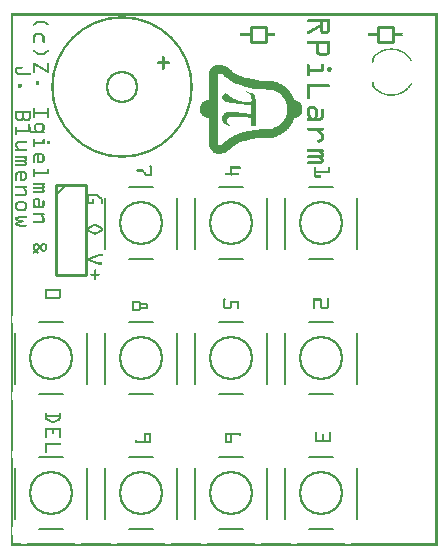
<source format=gto>
G04 MADE WITH FRITZING*
G04 WWW.FRITZING.ORG*
G04 DOUBLE SIDED*
G04 HOLES PLATED*
G04 CONTOUR ON CENTER OF CONTOUR VECTOR*
%ASAXBY*%
%FSLAX23Y23*%
%MOIN*%
%OFA0B0*%
%SFA1.0B1.0*%
%ADD10C,0.472568X0.456568*%
%ADD11C,0.108000X0.092*%
%ADD12C,0.148000X0.132*%
%ADD13C,0.010000*%
%ADD14C,0.005000*%
%ADD15C,0.008000*%
%ADD16R,0.001000X0.001000*%
%LNSILK1*%
G90*
G70*
G54D10*
X371Y1529D03*
G54D11*
X371Y1529D03*
G54D12*
X135Y626D03*
X135Y176D03*
X435Y176D03*
X435Y626D03*
X435Y1076D03*
X735Y176D03*
X735Y626D03*
X735Y1076D03*
X1035Y176D03*
X1035Y626D03*
X1035Y1076D03*
G54D13*
X849Y1680D02*
X799Y1680D01*
D02*
X799Y1680D02*
X799Y1730D01*
D02*
X799Y1730D02*
X849Y1730D01*
D02*
X849Y1730D02*
X849Y1680D01*
D02*
X1274Y1680D02*
X1224Y1680D01*
D02*
X1224Y1680D02*
X1224Y1730D01*
D02*
X1224Y1730D02*
X1274Y1730D01*
D02*
X1274Y1730D02*
X1274Y1680D01*
D02*
X149Y1204D02*
X149Y904D01*
D02*
X149Y904D02*
X249Y904D01*
D02*
X249Y904D02*
X249Y1204D01*
D02*
X249Y1204D02*
X149Y1204D01*
G54D14*
D02*
X149Y1169D02*
X184Y1204D01*
G54D15*
D02*
X255Y541D02*
X255Y711D01*
D02*
X15Y711D02*
X15Y541D01*
D02*
X174Y506D02*
X95Y506D01*
D02*
X175Y746D02*
X95Y746D01*
D02*
X255Y91D02*
X255Y261D01*
D02*
X15Y261D02*
X15Y91D01*
D02*
X174Y56D02*
X95Y56D01*
D02*
X175Y296D02*
X95Y296D01*
D02*
X555Y91D02*
X555Y261D01*
D02*
X315Y261D02*
X315Y91D01*
D02*
X474Y56D02*
X395Y56D01*
D02*
X475Y296D02*
X395Y296D01*
D02*
X555Y541D02*
X555Y711D01*
D02*
X315Y711D02*
X315Y541D01*
D02*
X474Y506D02*
X395Y506D01*
D02*
X475Y746D02*
X395Y746D01*
D02*
X555Y991D02*
X555Y1161D01*
D02*
X315Y1161D02*
X315Y991D01*
D02*
X474Y956D02*
X395Y956D01*
D02*
X475Y1196D02*
X395Y1196D01*
D02*
X855Y91D02*
X855Y261D01*
D02*
X615Y261D02*
X615Y91D01*
D02*
X774Y56D02*
X695Y56D01*
D02*
X775Y296D02*
X695Y296D01*
D02*
X855Y541D02*
X855Y711D01*
D02*
X615Y711D02*
X615Y541D01*
D02*
X774Y506D02*
X695Y506D01*
D02*
X775Y746D02*
X695Y746D01*
D02*
X855Y991D02*
X855Y1161D01*
D02*
X615Y1161D02*
X615Y991D01*
D02*
X774Y956D02*
X695Y956D01*
D02*
X775Y1196D02*
X695Y1196D01*
D02*
X1155Y91D02*
X1155Y261D01*
D02*
X915Y261D02*
X915Y91D01*
D02*
X1074Y56D02*
X995Y56D01*
D02*
X1075Y296D02*
X995Y296D01*
D02*
X1155Y541D02*
X1155Y711D01*
D02*
X915Y711D02*
X915Y541D01*
D02*
X1074Y506D02*
X995Y506D01*
D02*
X1075Y746D02*
X995Y746D01*
D02*
X1155Y991D02*
X1155Y1161D01*
D02*
X915Y1161D02*
X915Y991D01*
D02*
X1074Y956D02*
X995Y956D01*
D02*
X1075Y1196D02*
X995Y1196D01*
G36*
X972Y1463D02*
X970Y1463D01*
X970Y1468D01*
X969Y1468D01*
X969Y1471D01*
X967Y1471D01*
X967Y1474D01*
X966Y1474D01*
X966Y1476D01*
X964Y1476D01*
X964Y1477D01*
X963Y1477D01*
X963Y1479D01*
X961Y1479D01*
X961Y1480D01*
X960Y1480D01*
X960Y1482D01*
X958Y1482D01*
X958Y1483D01*
X955Y1483D01*
X955Y1485D01*
X950Y1485D01*
X950Y1486D01*
X946Y1486D01*
X946Y1488D01*
X944Y1488D01*
X944Y1491D01*
X943Y1491D01*
X943Y1494D01*
X941Y1494D01*
X941Y1497D01*
X940Y1497D01*
X940Y1501D01*
X938Y1501D01*
X938Y1504D01*
X937Y1504D01*
X937Y1506D01*
X935Y1506D01*
X935Y1509D01*
X934Y1509D01*
X934Y1510D01*
X932Y1510D01*
X932Y1512D01*
X931Y1512D01*
X931Y1515D01*
X929Y1515D01*
X929Y1516D01*
X928Y1516D01*
X928Y1519D01*
X926Y1519D01*
X926Y1521D01*
X925Y1521D01*
X925Y1522D01*
X923Y1522D01*
X923Y1524D01*
X922Y1524D01*
X922Y1525D01*
X920Y1525D01*
X920Y1442D01*
X919Y1442D01*
X919Y1438D01*
X917Y1438D01*
X917Y1435D01*
X916Y1435D01*
X916Y1427D01*
X914Y1427D01*
X914Y1424D01*
X913Y1424D01*
X913Y1423D01*
X911Y1423D01*
X911Y1420D01*
X910Y1420D01*
X910Y1418D01*
X908Y1418D01*
X908Y1417D01*
X907Y1417D01*
X907Y1414D01*
X905Y1414D01*
X905Y1412D01*
X904Y1412D01*
X904Y1411D01*
X902Y1411D01*
X902Y1409D01*
X901Y1409D01*
X901Y1408D01*
X899Y1408D01*
X899Y1406D01*
X898Y1406D01*
X898Y1405D01*
X895Y1405D01*
X895Y1403D01*
X893Y1403D01*
X893Y1402D01*
X892Y1402D01*
X892Y1400D01*
X889Y1400D01*
X889Y1399D01*
X886Y1399D01*
X886Y1397D01*
X881Y1397D01*
X881Y1396D01*
X878Y1396D01*
X878Y1394D01*
X873Y1394D01*
X873Y1392D01*
X869Y1392D01*
X869Y1391D01*
X855Y1391D01*
X855Y1389D01*
X827Y1389D01*
X827Y1388D01*
X813Y1388D01*
X813Y1386D01*
X804Y1386D01*
X804Y1385D01*
X789Y1385D01*
X789Y1383D01*
X784Y1383D01*
X784Y1382D01*
X778Y1382D01*
X778Y1380D01*
X774Y1380D01*
X774Y1379D01*
X769Y1379D01*
X769Y1377D01*
X765Y1377D01*
X765Y1376D01*
X762Y1376D01*
X762Y1374D01*
X757Y1374D01*
X757Y1373D01*
X753Y1373D01*
X753Y1371D01*
X748Y1371D01*
X748Y1370D01*
X745Y1370D01*
X745Y1368D01*
X742Y1368D01*
X742Y1367D01*
X739Y1367D01*
X739Y1365D01*
X738Y1365D01*
X738Y1364D01*
X735Y1364D01*
X735Y1362D01*
X733Y1362D01*
X733Y1361D01*
X730Y1361D01*
X730Y1359D01*
X726Y1359D01*
X726Y1358D01*
X724Y1358D01*
X724Y1356D01*
X723Y1356D01*
X723Y1355D01*
X721Y1355D01*
X721Y1353D01*
X720Y1353D01*
X720Y1352D01*
X718Y1352D01*
X718Y1350D01*
X715Y1350D01*
X715Y1349D01*
X713Y1349D01*
X713Y1347D01*
X712Y1347D01*
X712Y1346D01*
X710Y1346D01*
X710Y1343D01*
X707Y1343D01*
X707Y1341D01*
X706Y1341D01*
X706Y1340D01*
X704Y1340D01*
X704Y1338D01*
X700Y1338D01*
X700Y1337D01*
X692Y1337D01*
X692Y1308D01*
X704Y1308D01*
X704Y1309D01*
X712Y1309D01*
X712Y1311D01*
X715Y1311D01*
X715Y1312D01*
X717Y1312D01*
X717Y1314D01*
X720Y1314D01*
X720Y1316D01*
X723Y1316D01*
X723Y1317D01*
X724Y1317D01*
X724Y1319D01*
X726Y1319D01*
X726Y1320D01*
X727Y1320D01*
X727Y1322D01*
X729Y1322D01*
X729Y1323D01*
X732Y1323D01*
X732Y1325D01*
X733Y1325D01*
X733Y1326D01*
X735Y1326D01*
X735Y1328D01*
X736Y1328D01*
X736Y1329D01*
X738Y1329D01*
X738Y1332D01*
X741Y1332D01*
X741Y1334D01*
X742Y1334D01*
X742Y1335D01*
X747Y1335D01*
X747Y1337D01*
X748Y1337D01*
X748Y1338D01*
X750Y1338D01*
X750Y1340D01*
X753Y1340D01*
X753Y1341D01*
X756Y1341D01*
X756Y1343D01*
X759Y1343D01*
X759Y1344D01*
X762Y1344D01*
X762Y1346D01*
X765Y1346D01*
X765Y1347D01*
X772Y1347D01*
X772Y1349D01*
X777Y1349D01*
X777Y1350D01*
X781Y1350D01*
X781Y1352D01*
X787Y1352D01*
X787Y1353D01*
X792Y1353D01*
X792Y1355D01*
X798Y1355D01*
X798Y1356D01*
X806Y1356D01*
X806Y1358D01*
X815Y1358D01*
X815Y1359D01*
X830Y1359D01*
X830Y1361D01*
X870Y1361D01*
X870Y1362D01*
X877Y1362D01*
X877Y1364D01*
X881Y1364D01*
X881Y1365D01*
X886Y1365D01*
X886Y1367D01*
X890Y1367D01*
X890Y1368D01*
X892Y1368D01*
X892Y1370D01*
X896Y1370D01*
X896Y1371D01*
X899Y1371D01*
X899Y1373D01*
X902Y1373D01*
X902Y1374D01*
X905Y1374D01*
X905Y1376D01*
X907Y1376D01*
X907Y1377D01*
X910Y1377D01*
X910Y1379D01*
X911Y1379D01*
X911Y1380D01*
X913Y1380D01*
X913Y1382D01*
X914Y1382D01*
X914Y1383D01*
X916Y1383D01*
X916Y1385D01*
X919Y1385D01*
X919Y1386D01*
X920Y1386D01*
X920Y1388D01*
X922Y1388D01*
X922Y1389D01*
X923Y1389D01*
X923Y1391D01*
X925Y1391D01*
X925Y1392D01*
X926Y1392D01*
X926Y1394D01*
X928Y1394D01*
X928Y1397D01*
X929Y1397D01*
X929Y1399D01*
X931Y1399D01*
X931Y1400D01*
X932Y1400D01*
X932Y1402D01*
X934Y1402D01*
X934Y1405D01*
X935Y1405D01*
X935Y1406D01*
X937Y1406D01*
X937Y1409D01*
X938Y1409D01*
X938Y1411D01*
X940Y1411D01*
X940Y1415D01*
X941Y1415D01*
X941Y1420D01*
X943Y1420D01*
X943Y1423D01*
X944Y1423D01*
X944Y1426D01*
X949Y1426D01*
X949Y1427D01*
X953Y1427D01*
X953Y1429D01*
X955Y1429D01*
X955Y1430D01*
X958Y1430D01*
X958Y1432D01*
X960Y1432D01*
X960Y1433D01*
X963Y1433D01*
X963Y1435D01*
X964Y1435D01*
X964Y1436D01*
X966Y1436D01*
X966Y1439D01*
X967Y1439D01*
X967Y1442D01*
X969Y1442D01*
X969Y1445D01*
X970Y1445D01*
X970Y1448D01*
X972Y1448D01*
X972Y1463D01*
G37*
D02*
G36*
X920Y1525D02*
X919Y1525D01*
X919Y1527D01*
X917Y1527D01*
X917Y1528D01*
X916Y1528D01*
X916Y1530D01*
X914Y1530D01*
X914Y1531D01*
X913Y1531D01*
X913Y1533D01*
X911Y1533D01*
X911Y1534D01*
X908Y1534D01*
X908Y1536D01*
X905Y1536D01*
X905Y1537D01*
X904Y1537D01*
X904Y1539D01*
X901Y1539D01*
X901Y1540D01*
X899Y1540D01*
X899Y1542D01*
X895Y1542D01*
X895Y1543D01*
X892Y1543D01*
X892Y1545D01*
X889Y1545D01*
X889Y1546D01*
X886Y1546D01*
X886Y1548D01*
X877Y1548D01*
X877Y1549D01*
X870Y1549D01*
X870Y1551D01*
X854Y1551D01*
X854Y1552D01*
X828Y1552D01*
X828Y1554D01*
X815Y1554D01*
X815Y1556D01*
X806Y1556D01*
X806Y1557D01*
X798Y1557D01*
X798Y1559D01*
X792Y1559D01*
X792Y1560D01*
X781Y1560D01*
X781Y1562D01*
X777Y1562D01*
X777Y1563D01*
X774Y1563D01*
X774Y1565D01*
X769Y1565D01*
X769Y1566D01*
X765Y1566D01*
X765Y1568D01*
X762Y1568D01*
X762Y1569D01*
X759Y1569D01*
X759Y1571D01*
X756Y1571D01*
X756Y1572D01*
X753Y1572D01*
X753Y1574D01*
X750Y1574D01*
X750Y1575D01*
X747Y1575D01*
X747Y1577D01*
X744Y1577D01*
X744Y1578D01*
X742Y1578D01*
X742Y1580D01*
X739Y1580D01*
X739Y1581D01*
X738Y1581D01*
X738Y1584D01*
X736Y1584D01*
X736Y1586D01*
X733Y1586D01*
X733Y1587D01*
X732Y1587D01*
X732Y1589D01*
X730Y1589D01*
X730Y1590D01*
X729Y1590D01*
X729Y1592D01*
X727Y1592D01*
X727Y1593D01*
X726Y1593D01*
X726Y1595D01*
X724Y1595D01*
X724Y1596D01*
X723Y1596D01*
X723Y1598D01*
X718Y1598D01*
X718Y1599D01*
X715Y1599D01*
X715Y1601D01*
X712Y1601D01*
X712Y1602D01*
X707Y1602D01*
X707Y1604D01*
X704Y1604D01*
X704Y1605D01*
X692Y1605D01*
X692Y1575D01*
X700Y1575D01*
X700Y1574D01*
X706Y1574D01*
X706Y1572D01*
X707Y1572D01*
X707Y1571D01*
X709Y1571D01*
X709Y1569D01*
X710Y1569D01*
X710Y1568D01*
X712Y1568D01*
X712Y1565D01*
X713Y1565D01*
X713Y1563D01*
X717Y1563D01*
X717Y1562D01*
X718Y1562D01*
X718Y1560D01*
X721Y1560D01*
X721Y1559D01*
X723Y1559D01*
X723Y1557D01*
X724Y1557D01*
X724Y1556D01*
X726Y1556D01*
X726Y1554D01*
X729Y1554D01*
X729Y1552D01*
X730Y1552D01*
X730Y1551D01*
X733Y1551D01*
X733Y1549D01*
X736Y1549D01*
X736Y1548D01*
X739Y1548D01*
X739Y1546D01*
X742Y1546D01*
X742Y1545D01*
X745Y1545D01*
X745Y1543D01*
X748Y1543D01*
X748Y1542D01*
X750Y1542D01*
X750Y1540D01*
X754Y1540D01*
X754Y1539D01*
X759Y1539D01*
X759Y1537D01*
X762Y1537D01*
X762Y1536D01*
X769Y1536D01*
X769Y1534D01*
X774Y1534D01*
X774Y1533D01*
X778Y1533D01*
X778Y1531D01*
X784Y1531D01*
X784Y1530D01*
X789Y1530D01*
X789Y1528D01*
X798Y1528D01*
X798Y1527D01*
X804Y1527D01*
X804Y1525D01*
X813Y1525D01*
X813Y1524D01*
X852Y1524D01*
X852Y1522D01*
X869Y1522D01*
X869Y1521D01*
X873Y1521D01*
X873Y1519D01*
X877Y1519D01*
X877Y1518D01*
X881Y1518D01*
X881Y1516D01*
X884Y1516D01*
X884Y1515D01*
X887Y1515D01*
X887Y1513D01*
X890Y1513D01*
X890Y1512D01*
X893Y1512D01*
X893Y1510D01*
X895Y1510D01*
X895Y1509D01*
X896Y1509D01*
X896Y1507D01*
X899Y1507D01*
X899Y1506D01*
X901Y1506D01*
X901Y1504D01*
X902Y1504D01*
X902Y1503D01*
X904Y1503D01*
X904Y1500D01*
X905Y1500D01*
X905Y1498D01*
X907Y1498D01*
X907Y1497D01*
X908Y1497D01*
X908Y1495D01*
X910Y1495D01*
X910Y1494D01*
X911Y1494D01*
X911Y1491D01*
X913Y1491D01*
X913Y1488D01*
X914Y1488D01*
X914Y1485D01*
X916Y1485D01*
X916Y1479D01*
X917Y1479D01*
X917Y1474D01*
X919Y1474D01*
X919Y1471D01*
X920Y1471D01*
X920Y1525D01*
G37*
D02*
G36*
X692Y1605D02*
X691Y1605D01*
X691Y1308D01*
X692Y1308D01*
X692Y1605D01*
G37*
D02*
G36*
X692Y1605D02*
X691Y1605D01*
X691Y1308D01*
X692Y1308D01*
X692Y1605D01*
G37*
D02*
G36*
X691Y1605D02*
X685Y1605D01*
X685Y1604D01*
X682Y1604D01*
X682Y1602D01*
X679Y1602D01*
X679Y1601D01*
X676Y1601D01*
X676Y1599D01*
X674Y1599D01*
X674Y1598D01*
X671Y1598D01*
X671Y1595D01*
X670Y1595D01*
X670Y1593D01*
X668Y1593D01*
X668Y1592D01*
X667Y1592D01*
X667Y1589D01*
X665Y1589D01*
X665Y1587D01*
X664Y1587D01*
X664Y1583D01*
X662Y1583D01*
X662Y1488D01*
X661Y1488D01*
X661Y1486D01*
X652Y1486D01*
X652Y1485D01*
X647Y1485D01*
X647Y1483D01*
X644Y1483D01*
X644Y1482D01*
X643Y1482D01*
X643Y1480D01*
X641Y1480D01*
X641Y1479D01*
X638Y1479D01*
X638Y1476D01*
X637Y1476D01*
X637Y1474D01*
X635Y1474D01*
X635Y1471D01*
X633Y1471D01*
X633Y1468D01*
X632Y1468D01*
X632Y1463D01*
X630Y1463D01*
X630Y1448D01*
X632Y1448D01*
X632Y1444D01*
X633Y1444D01*
X633Y1442D01*
X635Y1442D01*
X635Y1439D01*
X637Y1439D01*
X637Y1436D01*
X638Y1436D01*
X638Y1435D01*
X640Y1435D01*
X640Y1433D01*
X643Y1433D01*
X643Y1432D01*
X644Y1432D01*
X644Y1430D01*
X647Y1430D01*
X647Y1429D01*
X649Y1429D01*
X649Y1427D01*
X653Y1427D01*
X653Y1426D01*
X661Y1426D01*
X661Y1424D01*
X662Y1424D01*
X662Y1331D01*
X664Y1331D01*
X664Y1326D01*
X665Y1326D01*
X665Y1323D01*
X667Y1323D01*
X667Y1322D01*
X668Y1322D01*
X668Y1320D01*
X670Y1320D01*
X670Y1317D01*
X671Y1317D01*
X671Y1316D01*
X673Y1316D01*
X673Y1314D01*
X674Y1314D01*
X674Y1312D01*
X676Y1312D01*
X676Y1311D01*
X679Y1311D01*
X679Y1309D01*
X685Y1309D01*
X685Y1308D01*
X691Y1308D01*
X691Y1605D01*
G37*
D02*
G36*
X818Y1477D02*
X816Y1477D01*
X816Y1492D01*
X815Y1492D01*
X815Y1497D01*
X813Y1497D01*
X813Y1503D01*
X812Y1503D01*
X812Y1504D01*
X810Y1504D01*
X810Y1506D01*
X809Y1506D01*
X809Y1507D01*
X807Y1507D01*
X807Y1509D01*
X803Y1509D01*
X803Y1485D01*
X801Y1485D01*
X801Y1442D01*
X787Y1442D01*
X787Y1444D01*
X769Y1444D01*
X769Y1445D01*
X759Y1445D01*
X759Y1447D01*
X721Y1447D01*
X721Y1423D01*
X723Y1423D01*
X723Y1424D01*
X724Y1424D01*
X724Y1427D01*
X726Y1427D01*
X726Y1429D01*
X729Y1429D01*
X729Y1430D01*
X735Y1430D01*
X735Y1432D01*
X760Y1432D01*
X760Y1430D01*
X777Y1430D01*
X777Y1429D01*
X790Y1429D01*
X790Y1427D01*
X801Y1427D01*
X801Y1399D01*
X818Y1399D01*
X818Y1477D01*
G37*
D02*
G36*
X803Y1510D02*
X798Y1510D01*
X798Y1512D01*
X793Y1512D01*
X793Y1513D01*
X790Y1513D01*
X790Y1515D01*
X787Y1515D01*
X787Y1516D01*
X784Y1516D01*
X784Y1515D01*
X786Y1515D01*
X786Y1513D01*
X787Y1513D01*
X787Y1512D01*
X792Y1512D01*
X792Y1510D01*
X793Y1510D01*
X793Y1509D01*
X795Y1509D01*
X795Y1507D01*
X797Y1507D01*
X797Y1506D01*
X798Y1506D01*
X798Y1504D01*
X800Y1504D01*
X800Y1501D01*
X801Y1501D01*
X801Y1491D01*
X803Y1491D01*
X803Y1510D01*
G37*
D02*
G36*
X801Y1480D02*
X784Y1480D01*
X784Y1482D01*
X772Y1482D01*
X772Y1483D01*
X766Y1483D01*
X766Y1485D01*
X757Y1485D01*
X757Y1486D01*
X753Y1486D01*
X753Y1488D01*
X750Y1488D01*
X750Y1489D01*
X747Y1489D01*
X747Y1491D01*
X744Y1491D01*
X744Y1492D01*
X741Y1492D01*
X741Y1494D01*
X738Y1494D01*
X738Y1495D01*
X736Y1495D01*
X736Y1497D01*
X735Y1497D01*
X735Y1498D01*
X730Y1498D01*
X730Y1500D01*
X729Y1500D01*
X729Y1501D01*
X727Y1501D01*
X727Y1503D01*
X724Y1503D01*
X724Y1506D01*
X721Y1506D01*
X721Y1507D01*
X718Y1507D01*
X718Y1509D01*
X715Y1509D01*
X715Y1507D01*
X712Y1507D01*
X712Y1506D01*
X709Y1506D01*
X709Y1504D01*
X707Y1504D01*
X707Y1503D01*
X706Y1503D01*
X706Y1500D01*
X704Y1500D01*
X704Y1489D01*
X706Y1489D01*
X706Y1488D01*
X707Y1488D01*
X707Y1486D01*
X709Y1486D01*
X709Y1485D01*
X712Y1485D01*
X712Y1483D01*
X713Y1483D01*
X713Y1482D01*
X717Y1482D01*
X717Y1480D01*
X723Y1480D01*
X723Y1479D01*
X727Y1479D01*
X727Y1477D01*
X738Y1477D01*
X738Y1476D01*
X750Y1476D01*
X750Y1474D01*
X778Y1474D01*
X778Y1472D01*
X797Y1472D01*
X797Y1471D01*
X801Y1471D01*
X801Y1480D01*
G37*
D02*
G36*
X736Y1402D02*
X730Y1402D01*
X730Y1403D01*
X727Y1403D01*
X727Y1405D01*
X726Y1405D01*
X726Y1406D01*
X724Y1406D01*
X724Y1409D01*
X723Y1409D01*
X723Y1411D01*
X721Y1411D01*
X721Y1403D01*
X723Y1403D01*
X723Y1402D01*
X727Y1402D01*
X727Y1400D01*
X732Y1400D01*
X732Y1399D01*
X736Y1399D01*
X736Y1402D01*
G37*
D02*
G36*
X721Y1447D02*
X720Y1447D01*
X720Y1403D01*
X721Y1403D01*
X721Y1447D01*
G37*
D02*
G36*
X721Y1447D02*
X720Y1447D01*
X720Y1403D01*
X721Y1403D01*
X721Y1447D01*
G37*
D02*
G36*
X720Y1447D02*
X718Y1447D01*
X718Y1445D01*
X715Y1445D01*
X715Y1444D01*
X712Y1444D01*
X712Y1441D01*
X710Y1441D01*
X710Y1439D01*
X709Y1439D01*
X709Y1438D01*
X707Y1438D01*
X707Y1436D01*
X706Y1436D01*
X706Y1433D01*
X704Y1433D01*
X704Y1418D01*
X706Y1418D01*
X706Y1415D01*
X707Y1415D01*
X707Y1412D01*
X709Y1412D01*
X709Y1411D01*
X710Y1411D01*
X710Y1409D01*
X712Y1409D01*
X712Y1408D01*
X715Y1408D01*
X715Y1406D01*
X717Y1406D01*
X717Y1405D01*
X720Y1405D01*
X720Y1447D01*
G37*
D02*
G54D16*
X0Y1776D02*
X1422Y1776D01*
X0Y1775D02*
X1422Y1775D01*
X0Y1774D02*
X1422Y1774D01*
X0Y1773D02*
X1422Y1773D01*
X0Y1772D02*
X1422Y1772D01*
X0Y1771D02*
X1422Y1771D01*
X0Y1770D02*
X1422Y1770D01*
X0Y1769D02*
X1422Y1769D01*
X0Y1768D02*
X7Y1768D01*
X1415Y1768D02*
X1422Y1768D01*
X0Y1767D02*
X7Y1767D01*
X1415Y1767D02*
X1422Y1767D01*
X0Y1766D02*
X7Y1766D01*
X1415Y1766D02*
X1422Y1766D01*
X0Y1765D02*
X7Y1765D01*
X1415Y1765D02*
X1422Y1765D01*
X0Y1764D02*
X7Y1764D01*
X1415Y1764D02*
X1422Y1764D01*
X0Y1763D02*
X7Y1763D01*
X1415Y1763D02*
X1422Y1763D01*
X0Y1762D02*
X7Y1762D01*
X1415Y1762D02*
X1422Y1762D01*
X0Y1761D02*
X7Y1761D01*
X1415Y1761D02*
X1422Y1761D01*
X0Y1760D02*
X7Y1760D01*
X1415Y1760D02*
X1422Y1760D01*
X0Y1759D02*
X7Y1759D01*
X1415Y1759D02*
X1422Y1759D01*
X0Y1758D02*
X7Y1758D01*
X1415Y1758D02*
X1422Y1758D01*
X0Y1757D02*
X7Y1757D01*
X1415Y1757D02*
X1422Y1757D01*
X0Y1756D02*
X7Y1756D01*
X1415Y1756D02*
X1422Y1756D01*
X0Y1755D02*
X7Y1755D01*
X990Y1755D02*
X1064Y1755D01*
X1415Y1755D02*
X1422Y1755D01*
X0Y1754D02*
X7Y1754D01*
X989Y1754D02*
X1064Y1754D01*
X1415Y1754D02*
X1422Y1754D01*
X0Y1753D02*
X7Y1753D01*
X988Y1753D02*
X1064Y1753D01*
X1415Y1753D02*
X1422Y1753D01*
X0Y1752D02*
X7Y1752D01*
X988Y1752D02*
X1064Y1752D01*
X1415Y1752D02*
X1422Y1752D01*
X0Y1751D02*
X7Y1751D01*
X90Y1751D02*
X111Y1751D01*
X987Y1751D02*
X1064Y1751D01*
X1415Y1751D02*
X1422Y1751D01*
X0Y1750D02*
X7Y1750D01*
X87Y1750D02*
X114Y1750D01*
X988Y1750D02*
X1064Y1750D01*
X1415Y1750D02*
X1422Y1750D01*
X0Y1749D02*
X7Y1749D01*
X86Y1749D02*
X115Y1749D01*
X988Y1749D02*
X1064Y1749D01*
X1415Y1749D02*
X1422Y1749D01*
X0Y1748D02*
X7Y1748D01*
X85Y1748D02*
X116Y1748D01*
X989Y1748D02*
X1064Y1748D01*
X1415Y1748D02*
X1422Y1748D01*
X0Y1747D02*
X7Y1747D01*
X83Y1747D02*
X118Y1747D01*
X989Y1747D02*
X1064Y1747D01*
X1415Y1747D02*
X1422Y1747D01*
X0Y1746D02*
X7Y1746D01*
X82Y1746D02*
X119Y1746D01*
X992Y1746D02*
X1064Y1746D01*
X1415Y1746D02*
X1422Y1746D01*
X0Y1745D02*
X7Y1745D01*
X81Y1745D02*
X120Y1745D01*
X1030Y1745D02*
X1039Y1745D01*
X1055Y1745D02*
X1064Y1745D01*
X1415Y1745D02*
X1422Y1745D01*
X0Y1744D02*
X7Y1744D01*
X79Y1744D02*
X90Y1744D01*
X111Y1744D02*
X122Y1744D01*
X1030Y1744D02*
X1039Y1744D01*
X1055Y1744D02*
X1064Y1744D01*
X1415Y1744D02*
X1422Y1744D01*
X0Y1743D02*
X7Y1743D01*
X78Y1743D02*
X89Y1743D01*
X112Y1743D02*
X123Y1743D01*
X1030Y1743D02*
X1039Y1743D01*
X1055Y1743D02*
X1064Y1743D01*
X1415Y1743D02*
X1422Y1743D01*
X0Y1742D02*
X7Y1742D01*
X77Y1742D02*
X87Y1742D01*
X114Y1742D02*
X124Y1742D01*
X1030Y1742D02*
X1039Y1742D01*
X1055Y1742D02*
X1064Y1742D01*
X1415Y1742D02*
X1422Y1742D01*
X0Y1741D02*
X7Y1741D01*
X76Y1741D02*
X86Y1741D01*
X115Y1741D02*
X125Y1741D01*
X1030Y1741D02*
X1039Y1741D01*
X1055Y1741D02*
X1064Y1741D01*
X1415Y1741D02*
X1422Y1741D01*
X0Y1740D02*
X7Y1740D01*
X75Y1740D02*
X85Y1740D01*
X116Y1740D02*
X126Y1740D01*
X1030Y1740D02*
X1039Y1740D01*
X1055Y1740D02*
X1064Y1740D01*
X1415Y1740D02*
X1422Y1740D01*
X0Y1739D02*
X7Y1739D01*
X74Y1739D02*
X83Y1739D01*
X118Y1739D02*
X127Y1739D01*
X1030Y1739D02*
X1039Y1739D01*
X1055Y1739D02*
X1064Y1739D01*
X1415Y1739D02*
X1422Y1739D01*
X0Y1738D02*
X7Y1738D01*
X74Y1738D02*
X82Y1738D01*
X119Y1738D02*
X127Y1738D01*
X1028Y1738D02*
X1039Y1738D01*
X1055Y1738D02*
X1064Y1738D01*
X1415Y1738D02*
X1422Y1738D01*
X0Y1737D02*
X7Y1737D01*
X74Y1737D02*
X81Y1737D01*
X120Y1737D02*
X127Y1737D01*
X1026Y1737D02*
X1039Y1737D01*
X1055Y1737D02*
X1064Y1737D01*
X1415Y1737D02*
X1422Y1737D01*
X0Y1736D02*
X7Y1736D01*
X75Y1736D02*
X80Y1736D01*
X121Y1736D02*
X126Y1736D01*
X1025Y1736D02*
X1039Y1736D01*
X1055Y1736D02*
X1064Y1736D01*
X1415Y1736D02*
X1422Y1736D01*
X0Y1735D02*
X7Y1735D01*
X76Y1735D02*
X78Y1735D01*
X123Y1735D02*
X125Y1735D01*
X1023Y1735D02*
X1039Y1735D01*
X1055Y1735D02*
X1064Y1735D01*
X1415Y1735D02*
X1422Y1735D01*
X0Y1734D02*
X7Y1734D01*
X1021Y1734D02*
X1039Y1734D01*
X1055Y1734D02*
X1064Y1734D01*
X1415Y1734D02*
X1422Y1734D01*
X0Y1733D02*
X7Y1733D01*
X1020Y1733D02*
X1039Y1733D01*
X1055Y1733D02*
X1064Y1733D01*
X1415Y1733D02*
X1422Y1733D01*
X0Y1732D02*
X7Y1732D01*
X1018Y1732D02*
X1039Y1732D01*
X1055Y1732D02*
X1064Y1732D01*
X1415Y1732D02*
X1422Y1732D01*
X0Y1731D02*
X7Y1731D01*
X1016Y1731D02*
X1039Y1731D01*
X1055Y1731D02*
X1064Y1731D01*
X1415Y1731D02*
X1422Y1731D01*
X0Y1730D02*
X7Y1730D01*
X1014Y1730D02*
X1039Y1730D01*
X1055Y1730D02*
X1064Y1730D01*
X1415Y1730D02*
X1422Y1730D01*
X0Y1729D02*
X7Y1729D01*
X1013Y1729D02*
X1039Y1729D01*
X1055Y1729D02*
X1064Y1729D01*
X1415Y1729D02*
X1422Y1729D01*
X0Y1728D02*
X7Y1728D01*
X1011Y1728D02*
X1039Y1728D01*
X1055Y1728D02*
X1064Y1728D01*
X1415Y1728D02*
X1422Y1728D01*
X0Y1727D02*
X7Y1727D01*
X1009Y1727D02*
X1039Y1727D01*
X1055Y1727D02*
X1064Y1727D01*
X1415Y1727D02*
X1422Y1727D01*
X0Y1726D02*
X7Y1726D01*
X1008Y1726D02*
X1027Y1726D01*
X1030Y1726D02*
X1039Y1726D01*
X1055Y1726D02*
X1064Y1726D01*
X1415Y1726D02*
X1422Y1726D01*
X0Y1725D02*
X7Y1725D01*
X1006Y1725D02*
X1025Y1725D01*
X1030Y1725D02*
X1039Y1725D01*
X1055Y1725D02*
X1064Y1725D01*
X1415Y1725D02*
X1422Y1725D01*
X0Y1724D02*
X7Y1724D01*
X1004Y1724D02*
X1023Y1724D01*
X1030Y1724D02*
X1039Y1724D01*
X1055Y1724D02*
X1064Y1724D01*
X1415Y1724D02*
X1422Y1724D01*
X0Y1723D02*
X7Y1723D01*
X1002Y1723D02*
X1022Y1723D01*
X1030Y1723D02*
X1039Y1723D01*
X1055Y1723D02*
X1064Y1723D01*
X1415Y1723D02*
X1422Y1723D01*
X0Y1722D02*
X7Y1722D01*
X1001Y1722D02*
X1020Y1722D01*
X1030Y1722D02*
X1039Y1722D01*
X1055Y1722D02*
X1064Y1722D01*
X1415Y1722D02*
X1422Y1722D01*
X0Y1721D02*
X7Y1721D01*
X999Y1721D02*
X1018Y1721D01*
X1030Y1721D02*
X1039Y1721D01*
X1055Y1721D02*
X1064Y1721D01*
X1415Y1721D02*
X1422Y1721D01*
X0Y1720D02*
X7Y1720D01*
X997Y1720D02*
X1017Y1720D01*
X1030Y1720D02*
X1039Y1720D01*
X1055Y1720D02*
X1064Y1720D01*
X1415Y1720D02*
X1422Y1720D01*
X0Y1719D02*
X7Y1719D01*
X996Y1719D02*
X1015Y1719D01*
X1030Y1719D02*
X1040Y1719D01*
X1055Y1719D02*
X1064Y1719D01*
X1415Y1719D02*
X1422Y1719D01*
X0Y1718D02*
X7Y1718D01*
X994Y1718D02*
X1013Y1718D01*
X1030Y1718D02*
X1040Y1718D01*
X1054Y1718D02*
X1064Y1718D01*
X1415Y1718D02*
X1422Y1718D01*
X0Y1717D02*
X7Y1717D01*
X992Y1717D02*
X1011Y1717D01*
X1031Y1717D02*
X1042Y1717D01*
X1053Y1717D02*
X1064Y1717D01*
X1415Y1717D02*
X1422Y1717D01*
X0Y1716D02*
X7Y1716D01*
X990Y1716D02*
X1010Y1716D01*
X1031Y1716D02*
X1063Y1716D01*
X1415Y1716D02*
X1422Y1716D01*
X0Y1715D02*
X7Y1715D01*
X989Y1715D02*
X1008Y1715D01*
X1031Y1715D02*
X1063Y1715D01*
X1415Y1715D02*
X1422Y1715D01*
X0Y1714D02*
X7Y1714D01*
X988Y1714D02*
X1006Y1714D01*
X1032Y1714D02*
X1062Y1714D01*
X1415Y1714D02*
X1422Y1714D01*
X0Y1713D02*
X7Y1713D01*
X988Y1713D02*
X1005Y1713D01*
X1032Y1713D02*
X1062Y1713D01*
X1415Y1713D02*
X1422Y1713D01*
X0Y1712D02*
X7Y1712D01*
X988Y1712D02*
X1003Y1712D01*
X1033Y1712D02*
X1061Y1712D01*
X1415Y1712D02*
X1422Y1712D01*
X0Y1711D02*
X7Y1711D01*
X85Y1711D02*
X101Y1711D01*
X987Y1711D02*
X1001Y1711D01*
X1034Y1711D02*
X1060Y1711D01*
X1415Y1711D02*
X1422Y1711D01*
X0Y1710D02*
X7Y1710D01*
X83Y1710D02*
X103Y1710D01*
X766Y1710D02*
X798Y1710D01*
X849Y1710D02*
X881Y1710D01*
X988Y1710D02*
X999Y1710D01*
X1035Y1710D02*
X1059Y1710D01*
X1191Y1710D02*
X1223Y1710D01*
X1274Y1710D02*
X1306Y1710D01*
X1415Y1710D02*
X1422Y1710D01*
X0Y1709D02*
X7Y1709D01*
X82Y1709D02*
X104Y1709D01*
X766Y1709D02*
X798Y1709D01*
X849Y1709D02*
X881Y1709D01*
X988Y1709D02*
X998Y1709D01*
X1036Y1709D02*
X1058Y1709D01*
X1191Y1709D02*
X1223Y1709D01*
X1274Y1709D02*
X1306Y1709D01*
X1415Y1709D02*
X1422Y1709D01*
X0Y1708D02*
X7Y1708D01*
X81Y1708D02*
X105Y1708D01*
X766Y1708D02*
X798Y1708D01*
X849Y1708D02*
X881Y1708D01*
X989Y1708D02*
X996Y1708D01*
X1038Y1708D02*
X1056Y1708D01*
X1191Y1708D02*
X1223Y1708D01*
X1274Y1708D02*
X1306Y1708D01*
X1415Y1708D02*
X1422Y1708D01*
X0Y1707D02*
X7Y1707D01*
X80Y1707D02*
X106Y1707D01*
X766Y1707D02*
X798Y1707D01*
X849Y1707D02*
X880Y1707D01*
X990Y1707D02*
X994Y1707D01*
X1040Y1707D02*
X1054Y1707D01*
X1191Y1707D02*
X1223Y1707D01*
X1274Y1707D02*
X1305Y1707D01*
X1415Y1707D02*
X1422Y1707D01*
X0Y1706D02*
X7Y1706D01*
X80Y1706D02*
X107Y1706D01*
X766Y1706D02*
X798Y1706D01*
X849Y1706D02*
X880Y1706D01*
X1191Y1706D02*
X1223Y1706D01*
X1274Y1706D02*
X1305Y1706D01*
X1415Y1706D02*
X1422Y1706D01*
X0Y1705D02*
X7Y1705D01*
X79Y1705D02*
X108Y1705D01*
X766Y1705D02*
X798Y1705D01*
X849Y1705D02*
X880Y1705D01*
X1191Y1705D02*
X1223Y1705D01*
X1274Y1705D02*
X1305Y1705D01*
X1415Y1705D02*
X1422Y1705D01*
X0Y1704D02*
X7Y1704D01*
X78Y1704D02*
X86Y1704D01*
X100Y1704D02*
X109Y1704D01*
X766Y1704D02*
X798Y1704D01*
X849Y1704D02*
X880Y1704D01*
X1191Y1704D02*
X1223Y1704D01*
X1274Y1704D02*
X1305Y1704D01*
X1415Y1704D02*
X1422Y1704D01*
X0Y1703D02*
X7Y1703D01*
X77Y1703D02*
X85Y1703D01*
X101Y1703D02*
X110Y1703D01*
X766Y1703D02*
X798Y1703D01*
X849Y1703D02*
X880Y1703D01*
X1191Y1703D02*
X1223Y1703D01*
X1274Y1703D02*
X1305Y1703D01*
X1415Y1703D02*
X1422Y1703D01*
X0Y1702D02*
X7Y1702D01*
X76Y1702D02*
X84Y1702D01*
X102Y1702D02*
X110Y1702D01*
X766Y1702D02*
X798Y1702D01*
X849Y1702D02*
X881Y1702D01*
X1191Y1702D02*
X1223Y1702D01*
X1274Y1702D02*
X1306Y1702D01*
X1415Y1702D02*
X1422Y1702D01*
X0Y1701D02*
X7Y1701D01*
X75Y1701D02*
X83Y1701D01*
X103Y1701D02*
X111Y1701D01*
X766Y1701D02*
X798Y1701D01*
X849Y1701D02*
X881Y1701D01*
X1191Y1701D02*
X1223Y1701D01*
X1274Y1701D02*
X1306Y1701D01*
X1415Y1701D02*
X1422Y1701D01*
X0Y1700D02*
X7Y1700D01*
X75Y1700D02*
X83Y1700D01*
X104Y1700D02*
X111Y1700D01*
X1415Y1700D02*
X1422Y1700D01*
X0Y1699D02*
X7Y1699D01*
X74Y1699D02*
X82Y1699D01*
X104Y1699D02*
X112Y1699D01*
X1415Y1699D02*
X1422Y1699D01*
X0Y1698D02*
X7Y1698D01*
X74Y1698D02*
X81Y1698D01*
X105Y1698D02*
X112Y1698D01*
X1415Y1698D02*
X1422Y1698D01*
X0Y1697D02*
X7Y1697D01*
X74Y1697D02*
X80Y1697D01*
X106Y1697D02*
X112Y1697D01*
X1415Y1697D02*
X1422Y1697D01*
X0Y1696D02*
X7Y1696D01*
X74Y1696D02*
X80Y1696D01*
X106Y1696D02*
X112Y1696D01*
X1415Y1696D02*
X1422Y1696D01*
X0Y1695D02*
X7Y1695D01*
X74Y1695D02*
X80Y1695D01*
X106Y1695D02*
X112Y1695D01*
X1415Y1695D02*
X1422Y1695D01*
X0Y1694D02*
X7Y1694D01*
X74Y1694D02*
X80Y1694D01*
X106Y1694D02*
X112Y1694D01*
X1415Y1694D02*
X1422Y1694D01*
X0Y1693D02*
X7Y1693D01*
X74Y1693D02*
X80Y1693D01*
X106Y1693D02*
X112Y1693D01*
X1415Y1693D02*
X1422Y1693D01*
X0Y1692D02*
X7Y1692D01*
X74Y1692D02*
X80Y1692D01*
X106Y1692D02*
X112Y1692D01*
X1415Y1692D02*
X1422Y1692D01*
X0Y1691D02*
X7Y1691D01*
X74Y1691D02*
X80Y1691D01*
X106Y1691D02*
X112Y1691D01*
X1415Y1691D02*
X1422Y1691D01*
X0Y1690D02*
X7Y1690D01*
X74Y1690D02*
X80Y1690D01*
X106Y1690D02*
X112Y1690D01*
X1415Y1690D02*
X1422Y1690D01*
X0Y1689D02*
X7Y1689D01*
X74Y1689D02*
X80Y1689D01*
X106Y1689D02*
X112Y1689D01*
X1415Y1689D02*
X1422Y1689D01*
X0Y1688D02*
X7Y1688D01*
X74Y1688D02*
X80Y1688D01*
X106Y1688D02*
X112Y1688D01*
X1415Y1688D02*
X1422Y1688D01*
X0Y1687D02*
X7Y1687D01*
X74Y1687D02*
X80Y1687D01*
X106Y1687D02*
X112Y1687D01*
X1415Y1687D02*
X1422Y1687D01*
X0Y1686D02*
X7Y1686D01*
X74Y1686D02*
X80Y1686D01*
X106Y1686D02*
X112Y1686D01*
X1415Y1686D02*
X1422Y1686D01*
X0Y1685D02*
X7Y1685D01*
X74Y1685D02*
X80Y1685D01*
X106Y1685D02*
X112Y1685D01*
X1415Y1685D02*
X1422Y1685D01*
X0Y1684D02*
X7Y1684D01*
X74Y1684D02*
X80Y1684D01*
X106Y1684D02*
X112Y1684D01*
X1415Y1684D02*
X1422Y1684D01*
X0Y1683D02*
X7Y1683D01*
X74Y1683D02*
X80Y1683D01*
X106Y1683D02*
X112Y1683D01*
X990Y1683D02*
X1064Y1683D01*
X1415Y1683D02*
X1422Y1683D01*
X0Y1682D02*
X7Y1682D01*
X74Y1682D02*
X80Y1682D01*
X106Y1682D02*
X112Y1682D01*
X989Y1682D02*
X1064Y1682D01*
X1415Y1682D02*
X1422Y1682D01*
X0Y1681D02*
X7Y1681D01*
X74Y1681D02*
X80Y1681D01*
X106Y1681D02*
X112Y1681D01*
X988Y1681D02*
X1064Y1681D01*
X1415Y1681D02*
X1422Y1681D01*
X0Y1680D02*
X7Y1680D01*
X74Y1680D02*
X80Y1680D01*
X107Y1680D02*
X112Y1680D01*
X988Y1680D02*
X1064Y1680D01*
X1415Y1680D02*
X1422Y1680D01*
X0Y1679D02*
X7Y1679D01*
X75Y1679D02*
X79Y1679D01*
X107Y1679D02*
X112Y1679D01*
X987Y1679D02*
X1064Y1679D01*
X1415Y1679D02*
X1422Y1679D01*
X0Y1678D02*
X7Y1678D01*
X76Y1678D02*
X78Y1678D01*
X108Y1678D02*
X111Y1678D01*
X988Y1678D02*
X1064Y1678D01*
X1415Y1678D02*
X1422Y1678D01*
X0Y1677D02*
X7Y1677D01*
X988Y1677D02*
X1064Y1677D01*
X1415Y1677D02*
X1422Y1677D01*
X0Y1676D02*
X7Y1676D01*
X988Y1676D02*
X1064Y1676D01*
X1415Y1676D02*
X1422Y1676D01*
X0Y1675D02*
X7Y1675D01*
X989Y1675D02*
X1064Y1675D01*
X1415Y1675D02*
X1422Y1675D01*
X0Y1674D02*
X7Y1674D01*
X991Y1674D02*
X1064Y1674D01*
X1415Y1674D02*
X1422Y1674D01*
X0Y1673D02*
X7Y1673D01*
X1017Y1673D02*
X1026Y1673D01*
X1055Y1673D02*
X1064Y1673D01*
X1415Y1673D02*
X1422Y1673D01*
X0Y1672D02*
X7Y1672D01*
X1017Y1672D02*
X1026Y1672D01*
X1055Y1672D02*
X1064Y1672D01*
X1415Y1672D02*
X1422Y1672D01*
X0Y1671D02*
X7Y1671D01*
X1017Y1671D02*
X1026Y1671D01*
X1055Y1671D02*
X1064Y1671D01*
X1415Y1671D02*
X1422Y1671D01*
X0Y1670D02*
X7Y1670D01*
X1017Y1670D02*
X1026Y1670D01*
X1055Y1670D02*
X1064Y1670D01*
X1415Y1670D02*
X1422Y1670D01*
X0Y1669D02*
X7Y1669D01*
X1017Y1669D02*
X1026Y1669D01*
X1055Y1669D02*
X1064Y1669D01*
X1415Y1669D02*
X1422Y1669D01*
X0Y1668D02*
X7Y1668D01*
X1017Y1668D02*
X1026Y1668D01*
X1055Y1668D02*
X1064Y1668D01*
X1415Y1668D02*
X1422Y1668D01*
X0Y1667D02*
X7Y1667D01*
X1017Y1667D02*
X1026Y1667D01*
X1055Y1667D02*
X1064Y1667D01*
X1415Y1667D02*
X1422Y1667D01*
X0Y1666D02*
X7Y1666D01*
X1017Y1666D02*
X1026Y1666D01*
X1055Y1666D02*
X1064Y1666D01*
X1415Y1666D02*
X1422Y1666D01*
X0Y1665D02*
X7Y1665D01*
X1017Y1665D02*
X1026Y1665D01*
X1055Y1665D02*
X1064Y1665D01*
X1415Y1665D02*
X1422Y1665D01*
X0Y1664D02*
X7Y1664D01*
X1017Y1664D02*
X1026Y1664D01*
X1055Y1664D02*
X1064Y1664D01*
X1415Y1664D02*
X1422Y1664D01*
X0Y1663D02*
X7Y1663D01*
X1017Y1663D02*
X1026Y1663D01*
X1055Y1663D02*
X1064Y1663D01*
X1415Y1663D02*
X1422Y1663D01*
X0Y1662D02*
X7Y1662D01*
X1017Y1662D02*
X1026Y1662D01*
X1055Y1662D02*
X1064Y1662D01*
X1415Y1662D02*
X1422Y1662D01*
X0Y1661D02*
X7Y1661D01*
X1017Y1661D02*
X1026Y1661D01*
X1055Y1661D02*
X1064Y1661D01*
X1415Y1661D02*
X1422Y1661D01*
X0Y1660D02*
X7Y1660D01*
X1017Y1660D02*
X1026Y1660D01*
X1055Y1660D02*
X1064Y1660D01*
X1415Y1660D02*
X1422Y1660D01*
X0Y1659D02*
X7Y1659D01*
X1017Y1659D02*
X1026Y1659D01*
X1055Y1659D02*
X1064Y1659D01*
X1265Y1659D02*
X1273Y1659D01*
X1415Y1659D02*
X1422Y1659D01*
X0Y1658D02*
X7Y1658D01*
X1017Y1658D02*
X1026Y1658D01*
X1055Y1658D02*
X1064Y1658D01*
X1256Y1658D02*
X1282Y1658D01*
X1415Y1658D02*
X1422Y1658D01*
X0Y1657D02*
X7Y1657D01*
X1017Y1657D02*
X1026Y1657D01*
X1055Y1657D02*
X1064Y1657D01*
X1251Y1657D02*
X1287Y1657D01*
X1415Y1657D02*
X1422Y1657D01*
X0Y1656D02*
X7Y1656D01*
X1017Y1656D02*
X1026Y1656D01*
X1055Y1656D02*
X1064Y1656D01*
X1247Y1656D02*
X1290Y1656D01*
X1415Y1656D02*
X1422Y1656D01*
X0Y1655D02*
X7Y1655D01*
X1017Y1655D02*
X1026Y1655D01*
X1055Y1655D02*
X1064Y1655D01*
X1244Y1655D02*
X1294Y1655D01*
X1415Y1655D02*
X1422Y1655D01*
X0Y1654D02*
X7Y1654D01*
X75Y1654D02*
X79Y1654D01*
X122Y1654D02*
X126Y1654D01*
X1017Y1654D02*
X1026Y1654D01*
X1055Y1654D02*
X1064Y1654D01*
X1241Y1654D02*
X1262Y1654D01*
X1276Y1654D02*
X1296Y1654D01*
X1415Y1654D02*
X1422Y1654D01*
X0Y1653D02*
X7Y1653D01*
X74Y1653D02*
X80Y1653D01*
X121Y1653D02*
X127Y1653D01*
X1017Y1653D02*
X1026Y1653D01*
X1055Y1653D02*
X1064Y1653D01*
X1239Y1653D02*
X1254Y1653D01*
X1283Y1653D02*
X1299Y1653D01*
X1415Y1653D02*
X1422Y1653D01*
X0Y1652D02*
X7Y1652D01*
X74Y1652D02*
X81Y1652D01*
X120Y1652D02*
X127Y1652D01*
X1017Y1652D02*
X1026Y1652D01*
X1055Y1652D02*
X1064Y1652D01*
X1236Y1652D02*
X1250Y1652D01*
X1288Y1652D02*
X1301Y1652D01*
X1415Y1652D02*
X1422Y1652D01*
X0Y1651D02*
X7Y1651D01*
X74Y1651D02*
X83Y1651D01*
X118Y1651D02*
X127Y1651D01*
X1017Y1651D02*
X1026Y1651D01*
X1055Y1651D02*
X1064Y1651D01*
X1234Y1651D02*
X1246Y1651D01*
X1291Y1651D02*
X1303Y1651D01*
X1415Y1651D02*
X1422Y1651D01*
X0Y1650D02*
X7Y1650D01*
X74Y1650D02*
X84Y1650D01*
X117Y1650D02*
X127Y1650D01*
X1017Y1650D02*
X1026Y1650D01*
X1055Y1650D02*
X1064Y1650D01*
X1232Y1650D02*
X1243Y1650D01*
X1294Y1650D02*
X1305Y1650D01*
X1415Y1650D02*
X1422Y1650D01*
X0Y1649D02*
X7Y1649D01*
X75Y1649D02*
X85Y1649D01*
X116Y1649D02*
X126Y1649D01*
X1017Y1649D02*
X1026Y1649D01*
X1055Y1649D02*
X1064Y1649D01*
X1230Y1649D02*
X1241Y1649D01*
X1296Y1649D02*
X1307Y1649D01*
X1415Y1649D02*
X1422Y1649D01*
X0Y1648D02*
X7Y1648D01*
X76Y1648D02*
X86Y1648D01*
X115Y1648D02*
X125Y1648D01*
X1017Y1648D02*
X1026Y1648D01*
X1055Y1648D02*
X1064Y1648D01*
X1229Y1648D02*
X1238Y1648D01*
X1299Y1648D02*
X1309Y1648D01*
X1415Y1648D02*
X1422Y1648D01*
X0Y1647D02*
X7Y1647D01*
X77Y1647D02*
X88Y1647D01*
X113Y1647D02*
X124Y1647D01*
X1017Y1647D02*
X1027Y1647D01*
X1055Y1647D02*
X1064Y1647D01*
X1227Y1647D02*
X1236Y1647D01*
X1301Y1647D02*
X1311Y1647D01*
X1415Y1647D02*
X1422Y1647D01*
X0Y1646D02*
X7Y1646D01*
X79Y1646D02*
X89Y1646D01*
X112Y1646D02*
X122Y1646D01*
X1017Y1646D02*
X1027Y1646D01*
X1054Y1646D02*
X1064Y1646D01*
X1225Y1646D02*
X1234Y1646D01*
X1303Y1646D02*
X1312Y1646D01*
X1415Y1646D02*
X1422Y1646D01*
X0Y1645D02*
X7Y1645D01*
X80Y1645D02*
X91Y1645D01*
X110Y1645D02*
X121Y1645D01*
X1018Y1645D02*
X1029Y1645D01*
X1053Y1645D02*
X1064Y1645D01*
X1224Y1645D02*
X1232Y1645D01*
X1305Y1645D02*
X1314Y1645D01*
X1415Y1645D02*
X1422Y1645D01*
X0Y1644D02*
X7Y1644D01*
X81Y1644D02*
X120Y1644D01*
X1018Y1644D02*
X1064Y1644D01*
X1222Y1644D02*
X1230Y1644D01*
X1307Y1644D02*
X1315Y1644D01*
X1415Y1644D02*
X1422Y1644D01*
X0Y1643D02*
X7Y1643D01*
X82Y1643D02*
X119Y1643D01*
X1018Y1643D02*
X1063Y1643D01*
X1221Y1643D02*
X1229Y1643D01*
X1308Y1643D02*
X1316Y1643D01*
X1415Y1643D02*
X1422Y1643D01*
X0Y1642D02*
X7Y1642D01*
X84Y1642D02*
X117Y1642D01*
X1019Y1642D02*
X1063Y1642D01*
X1220Y1642D02*
X1227Y1642D01*
X1310Y1642D02*
X1318Y1642D01*
X1415Y1642D02*
X1422Y1642D01*
X0Y1641D02*
X7Y1641D01*
X85Y1641D02*
X116Y1641D01*
X1020Y1641D02*
X1062Y1641D01*
X1219Y1641D02*
X1226Y1641D01*
X1311Y1641D02*
X1319Y1641D01*
X1415Y1641D02*
X1422Y1641D01*
X0Y1640D02*
X7Y1640D01*
X86Y1640D02*
X115Y1640D01*
X1020Y1640D02*
X1061Y1640D01*
X1217Y1640D02*
X1224Y1640D01*
X1313Y1640D02*
X1320Y1640D01*
X1415Y1640D02*
X1422Y1640D01*
X0Y1639D02*
X7Y1639D01*
X88Y1639D02*
X113Y1639D01*
X1021Y1639D02*
X1060Y1639D01*
X1216Y1639D02*
X1223Y1639D01*
X1314Y1639D02*
X1321Y1639D01*
X1415Y1639D02*
X1422Y1639D01*
X0Y1638D02*
X7Y1638D01*
X91Y1638D02*
X110Y1638D01*
X1022Y1638D02*
X1060Y1638D01*
X1215Y1638D02*
X1222Y1638D01*
X1315Y1638D02*
X1322Y1638D01*
X1415Y1638D02*
X1422Y1638D01*
X0Y1637D02*
X7Y1637D01*
X1023Y1637D02*
X1058Y1637D01*
X1214Y1637D02*
X1221Y1637D01*
X1317Y1637D02*
X1323Y1637D01*
X1415Y1637D02*
X1422Y1637D01*
X0Y1636D02*
X7Y1636D01*
X1025Y1636D02*
X1057Y1636D01*
X1213Y1636D02*
X1219Y1636D01*
X1318Y1636D02*
X1324Y1636D01*
X1415Y1636D02*
X1422Y1636D01*
X0Y1635D02*
X7Y1635D01*
X1027Y1635D02*
X1055Y1635D01*
X1212Y1635D02*
X1218Y1635D01*
X1319Y1635D02*
X1325Y1635D01*
X1415Y1635D02*
X1422Y1635D01*
X0Y1634D02*
X7Y1634D01*
X1032Y1634D02*
X1050Y1634D01*
X1211Y1634D02*
X1217Y1634D01*
X1320Y1634D02*
X1326Y1634D01*
X1415Y1634D02*
X1422Y1634D01*
X0Y1633D02*
X7Y1633D01*
X508Y1633D02*
X509Y1633D01*
X1210Y1633D02*
X1216Y1633D01*
X1321Y1633D02*
X1327Y1633D01*
X1415Y1633D02*
X1422Y1633D01*
X0Y1632D02*
X7Y1632D01*
X506Y1632D02*
X511Y1632D01*
X1209Y1632D02*
X1215Y1632D01*
X1322Y1632D02*
X1328Y1632D01*
X1415Y1632D02*
X1422Y1632D01*
X0Y1631D02*
X7Y1631D01*
X505Y1631D02*
X512Y1631D01*
X1209Y1631D02*
X1214Y1631D01*
X1323Y1631D02*
X1329Y1631D01*
X1415Y1631D02*
X1422Y1631D01*
X0Y1630D02*
X7Y1630D01*
X505Y1630D02*
X512Y1630D01*
X1208Y1630D02*
X1213Y1630D01*
X1324Y1630D02*
X1330Y1630D01*
X1415Y1630D02*
X1422Y1630D01*
X0Y1629D02*
X7Y1629D01*
X504Y1629D02*
X512Y1629D01*
X1207Y1629D02*
X1213Y1629D01*
X1325Y1629D02*
X1331Y1629D01*
X1415Y1629D02*
X1422Y1629D01*
X0Y1628D02*
X7Y1628D01*
X504Y1628D02*
X512Y1628D01*
X1206Y1628D02*
X1212Y1628D01*
X1326Y1628D02*
X1331Y1628D01*
X1415Y1628D02*
X1422Y1628D01*
X0Y1627D02*
X7Y1627D01*
X504Y1627D02*
X512Y1627D01*
X1205Y1627D02*
X1211Y1627D01*
X1327Y1627D02*
X1332Y1627D01*
X1415Y1627D02*
X1422Y1627D01*
X0Y1626D02*
X7Y1626D01*
X504Y1626D02*
X512Y1626D01*
X1205Y1626D02*
X1210Y1626D01*
X1327Y1626D02*
X1333Y1626D01*
X1415Y1626D02*
X1422Y1626D01*
X0Y1625D02*
X7Y1625D01*
X504Y1625D02*
X512Y1625D01*
X1205Y1625D02*
X1209Y1625D01*
X1328Y1625D02*
X1333Y1625D01*
X1415Y1625D02*
X1422Y1625D01*
X0Y1624D02*
X7Y1624D01*
X504Y1624D02*
X512Y1624D01*
X1205Y1624D02*
X1209Y1624D01*
X1329Y1624D02*
X1334Y1624D01*
X1415Y1624D02*
X1422Y1624D01*
X0Y1623D02*
X7Y1623D01*
X504Y1623D02*
X512Y1623D01*
X1205Y1623D02*
X1209Y1623D01*
X1330Y1623D02*
X1335Y1623D01*
X1415Y1623D02*
X1422Y1623D01*
X0Y1622D02*
X7Y1622D01*
X504Y1622D02*
X512Y1622D01*
X1205Y1622D02*
X1209Y1622D01*
X1330Y1622D02*
X1335Y1622D01*
X1415Y1622D02*
X1422Y1622D01*
X0Y1621D02*
X7Y1621D01*
X504Y1621D02*
X512Y1621D01*
X1205Y1621D02*
X1209Y1621D01*
X1331Y1621D02*
X1336Y1621D01*
X1415Y1621D02*
X1422Y1621D01*
X0Y1620D02*
X7Y1620D01*
X504Y1620D02*
X512Y1620D01*
X1205Y1620D02*
X1209Y1620D01*
X1332Y1620D02*
X1337Y1620D01*
X1415Y1620D02*
X1422Y1620D01*
X0Y1619D02*
X7Y1619D01*
X504Y1619D02*
X512Y1619D01*
X1205Y1619D02*
X1209Y1619D01*
X1332Y1619D02*
X1337Y1619D01*
X1415Y1619D02*
X1422Y1619D01*
X0Y1618D02*
X7Y1618D01*
X504Y1618D02*
X512Y1618D01*
X1205Y1618D02*
X1209Y1618D01*
X1333Y1618D02*
X1336Y1618D01*
X1415Y1618D02*
X1422Y1618D01*
X0Y1617D02*
X7Y1617D01*
X504Y1617D02*
X512Y1617D01*
X1205Y1617D02*
X1209Y1617D01*
X1334Y1617D02*
X1335Y1617D01*
X1415Y1617D02*
X1422Y1617D01*
X0Y1616D02*
X7Y1616D01*
X504Y1616D02*
X512Y1616D01*
X1205Y1616D02*
X1209Y1616D01*
X1415Y1616D02*
X1422Y1616D01*
X0Y1615D02*
X7Y1615D01*
X490Y1615D02*
X527Y1615D01*
X1205Y1615D02*
X1209Y1615D01*
X1415Y1615D02*
X1422Y1615D01*
X0Y1614D02*
X7Y1614D01*
X488Y1614D02*
X529Y1614D01*
X1205Y1614D02*
X1209Y1614D01*
X1415Y1614D02*
X1422Y1614D01*
X0Y1613D02*
X7Y1613D01*
X487Y1613D02*
X530Y1613D01*
X1205Y1613D02*
X1209Y1613D01*
X1415Y1613D02*
X1422Y1613D01*
X0Y1612D02*
X7Y1612D01*
X487Y1612D02*
X530Y1612D01*
X1206Y1612D02*
X1207Y1612D01*
X1415Y1612D02*
X1422Y1612D01*
X0Y1611D02*
X7Y1611D01*
X74Y1611D02*
X78Y1611D01*
X123Y1611D02*
X125Y1611D01*
X487Y1611D02*
X530Y1611D01*
X1415Y1611D02*
X1422Y1611D01*
X0Y1610D02*
X7Y1610D01*
X74Y1610D02*
X80Y1610D01*
X122Y1610D02*
X126Y1610D01*
X487Y1610D02*
X530Y1610D01*
X1415Y1610D02*
X1422Y1610D01*
X0Y1609D02*
X7Y1609D01*
X74Y1609D02*
X82Y1609D01*
X121Y1609D02*
X127Y1609D01*
X487Y1609D02*
X530Y1609D01*
X1415Y1609D02*
X1422Y1609D01*
X0Y1608D02*
X7Y1608D01*
X74Y1608D02*
X84Y1608D01*
X121Y1608D02*
X127Y1608D01*
X487Y1608D02*
X530Y1608D01*
X1415Y1608D02*
X1422Y1608D01*
X0Y1607D02*
X7Y1607D01*
X74Y1607D02*
X85Y1607D01*
X121Y1607D02*
X127Y1607D01*
X488Y1607D02*
X529Y1607D01*
X1415Y1607D02*
X1422Y1607D01*
X0Y1606D02*
X7Y1606D01*
X74Y1606D02*
X87Y1606D01*
X121Y1606D02*
X127Y1606D01*
X490Y1606D02*
X526Y1606D01*
X990Y1606D02*
X994Y1606D01*
X1037Y1606D02*
X1040Y1606D01*
X1415Y1606D02*
X1422Y1606D01*
X0Y1605D02*
X7Y1605D01*
X74Y1605D02*
X89Y1605D01*
X121Y1605D02*
X127Y1605D01*
X504Y1605D02*
X512Y1605D01*
X989Y1605D02*
X995Y1605D01*
X1036Y1605D02*
X1042Y1605D01*
X1415Y1605D02*
X1422Y1605D01*
X0Y1604D02*
X7Y1604D01*
X74Y1604D02*
X90Y1604D01*
X121Y1604D02*
X127Y1604D01*
X504Y1604D02*
X512Y1604D01*
X988Y1604D02*
X996Y1604D01*
X1035Y1604D02*
X1042Y1604D01*
X1415Y1604D02*
X1422Y1604D01*
X0Y1603D02*
X7Y1603D01*
X74Y1603D02*
X92Y1603D01*
X121Y1603D02*
X127Y1603D01*
X504Y1603D02*
X512Y1603D01*
X988Y1603D02*
X996Y1603D01*
X1034Y1603D02*
X1043Y1603D01*
X1415Y1603D02*
X1422Y1603D01*
X0Y1602D02*
X7Y1602D01*
X74Y1602D02*
X94Y1602D01*
X121Y1602D02*
X127Y1602D01*
X504Y1602D02*
X512Y1602D01*
X988Y1602D02*
X996Y1602D01*
X1034Y1602D02*
X1043Y1602D01*
X1415Y1602D02*
X1422Y1602D01*
X0Y1601D02*
X7Y1601D01*
X74Y1601D02*
X80Y1601D01*
X83Y1601D02*
X96Y1601D01*
X121Y1601D02*
X127Y1601D01*
X504Y1601D02*
X512Y1601D01*
X987Y1601D02*
X997Y1601D01*
X1034Y1601D02*
X1043Y1601D01*
X1415Y1601D02*
X1422Y1601D01*
X0Y1600D02*
X7Y1600D01*
X74Y1600D02*
X80Y1600D01*
X84Y1600D02*
X97Y1600D01*
X121Y1600D02*
X127Y1600D01*
X504Y1600D02*
X512Y1600D01*
X987Y1600D02*
X997Y1600D01*
X1034Y1600D02*
X1043Y1600D01*
X1415Y1600D02*
X1422Y1600D01*
X0Y1599D02*
X7Y1599D01*
X74Y1599D02*
X80Y1599D01*
X86Y1599D02*
X99Y1599D01*
X121Y1599D02*
X127Y1599D01*
X504Y1599D02*
X512Y1599D01*
X987Y1599D02*
X997Y1599D01*
X1034Y1599D02*
X1043Y1599D01*
X1415Y1599D02*
X1422Y1599D01*
X0Y1598D02*
X7Y1598D01*
X24Y1598D02*
X36Y1598D01*
X74Y1598D02*
X80Y1598D01*
X88Y1598D02*
X101Y1598D01*
X121Y1598D02*
X127Y1598D01*
X504Y1598D02*
X512Y1598D01*
X987Y1598D02*
X997Y1598D01*
X1034Y1598D02*
X1043Y1598D01*
X1415Y1598D02*
X1422Y1598D01*
X0Y1597D02*
X7Y1597D01*
X21Y1597D02*
X38Y1597D01*
X74Y1597D02*
X80Y1597D01*
X89Y1597D02*
X102Y1597D01*
X121Y1597D02*
X127Y1597D01*
X504Y1597D02*
X512Y1597D01*
X987Y1597D02*
X997Y1597D01*
X1034Y1597D02*
X1043Y1597D01*
X1415Y1597D02*
X1422Y1597D01*
X0Y1596D02*
X7Y1596D01*
X19Y1596D02*
X39Y1596D01*
X74Y1596D02*
X80Y1596D01*
X91Y1596D02*
X104Y1596D01*
X121Y1596D02*
X127Y1596D01*
X504Y1596D02*
X512Y1596D01*
X987Y1596D02*
X997Y1596D01*
X1034Y1596D02*
X1043Y1596D01*
X1058Y1596D02*
X1066Y1596D01*
X1415Y1596D02*
X1422Y1596D01*
X0Y1595D02*
X7Y1595D01*
X18Y1595D02*
X39Y1595D01*
X74Y1595D02*
X80Y1595D01*
X93Y1595D02*
X106Y1595D01*
X121Y1595D02*
X127Y1595D01*
X504Y1595D02*
X512Y1595D01*
X987Y1595D02*
X997Y1595D01*
X1034Y1595D02*
X1043Y1595D01*
X1057Y1595D02*
X1067Y1595D01*
X1415Y1595D02*
X1422Y1595D01*
X0Y1594D02*
X7Y1594D01*
X17Y1594D02*
X39Y1594D01*
X74Y1594D02*
X80Y1594D01*
X95Y1594D02*
X108Y1594D01*
X121Y1594D02*
X127Y1594D01*
X504Y1594D02*
X512Y1594D01*
X987Y1594D02*
X997Y1594D01*
X1034Y1594D02*
X1043Y1594D01*
X1056Y1594D02*
X1068Y1594D01*
X1415Y1594D02*
X1422Y1594D01*
X0Y1593D02*
X7Y1593D01*
X17Y1593D02*
X38Y1593D01*
X74Y1593D02*
X80Y1593D01*
X96Y1593D02*
X109Y1593D01*
X121Y1593D02*
X127Y1593D01*
X504Y1593D02*
X512Y1593D01*
X987Y1593D02*
X997Y1593D01*
X1034Y1593D02*
X1043Y1593D01*
X1056Y1593D02*
X1068Y1593D01*
X1415Y1593D02*
X1422Y1593D01*
X0Y1592D02*
X7Y1592D01*
X16Y1592D02*
X38Y1592D01*
X74Y1592D02*
X80Y1592D01*
X98Y1592D02*
X111Y1592D01*
X121Y1592D02*
X127Y1592D01*
X504Y1592D02*
X512Y1592D01*
X987Y1592D02*
X997Y1592D01*
X1034Y1592D02*
X1043Y1592D01*
X1055Y1592D02*
X1069Y1592D01*
X1415Y1592D02*
X1422Y1592D01*
X0Y1591D02*
X7Y1591D01*
X16Y1591D02*
X24Y1591D01*
X74Y1591D02*
X80Y1591D01*
X100Y1591D02*
X113Y1591D01*
X121Y1591D02*
X127Y1591D01*
X505Y1591D02*
X512Y1591D01*
X987Y1591D02*
X1043Y1591D01*
X1055Y1591D02*
X1069Y1591D01*
X1415Y1591D02*
X1422Y1591D01*
X0Y1590D02*
X7Y1590D01*
X15Y1590D02*
X22Y1590D01*
X74Y1590D02*
X80Y1590D01*
X101Y1590D02*
X114Y1590D01*
X121Y1590D02*
X127Y1590D01*
X505Y1590D02*
X512Y1590D01*
X987Y1590D02*
X1043Y1590D01*
X1055Y1590D02*
X1069Y1590D01*
X1415Y1590D02*
X1422Y1590D01*
X0Y1589D02*
X7Y1589D01*
X15Y1589D02*
X21Y1589D01*
X74Y1589D02*
X80Y1589D01*
X103Y1589D02*
X116Y1589D01*
X121Y1589D02*
X127Y1589D01*
X506Y1589D02*
X511Y1589D01*
X987Y1589D02*
X1043Y1589D01*
X1055Y1589D02*
X1069Y1589D01*
X1415Y1589D02*
X1422Y1589D01*
X0Y1588D02*
X7Y1588D01*
X15Y1588D02*
X21Y1588D01*
X74Y1588D02*
X80Y1588D01*
X105Y1588D02*
X118Y1588D01*
X121Y1588D02*
X127Y1588D01*
X508Y1588D02*
X509Y1588D01*
X987Y1588D02*
X1043Y1588D01*
X1055Y1588D02*
X1069Y1588D01*
X1415Y1588D02*
X1422Y1588D01*
X0Y1587D02*
X7Y1587D01*
X15Y1587D02*
X21Y1587D01*
X74Y1587D02*
X80Y1587D01*
X107Y1587D02*
X119Y1587D01*
X121Y1587D02*
X127Y1587D01*
X987Y1587D02*
X1043Y1587D01*
X1055Y1587D02*
X1069Y1587D01*
X1415Y1587D02*
X1422Y1587D01*
X0Y1586D02*
X7Y1586D01*
X15Y1586D02*
X21Y1586D01*
X74Y1586D02*
X80Y1586D01*
X108Y1586D02*
X127Y1586D01*
X987Y1586D02*
X1043Y1586D01*
X1055Y1586D02*
X1069Y1586D01*
X1415Y1586D02*
X1422Y1586D01*
X0Y1585D02*
X7Y1585D01*
X15Y1585D02*
X21Y1585D01*
X74Y1585D02*
X80Y1585D01*
X110Y1585D02*
X127Y1585D01*
X987Y1585D02*
X1043Y1585D01*
X1056Y1585D02*
X1068Y1585D01*
X1415Y1585D02*
X1422Y1585D01*
X0Y1584D02*
X7Y1584D01*
X15Y1584D02*
X21Y1584D01*
X74Y1584D02*
X80Y1584D01*
X112Y1584D02*
X127Y1584D01*
X987Y1584D02*
X1042Y1584D01*
X1056Y1584D02*
X1068Y1584D01*
X1415Y1584D02*
X1422Y1584D01*
X0Y1583D02*
X7Y1583D01*
X15Y1583D02*
X21Y1583D01*
X74Y1583D02*
X80Y1583D01*
X113Y1583D02*
X127Y1583D01*
X987Y1583D02*
X1042Y1583D01*
X1057Y1583D02*
X1067Y1583D01*
X1415Y1583D02*
X1422Y1583D01*
X0Y1582D02*
X7Y1582D01*
X15Y1582D02*
X21Y1582D01*
X74Y1582D02*
X80Y1582D01*
X115Y1582D02*
X127Y1582D01*
X987Y1582D02*
X1040Y1582D01*
X1058Y1582D02*
X1066Y1582D01*
X1415Y1582D02*
X1422Y1582D01*
X0Y1581D02*
X7Y1581D01*
X15Y1581D02*
X21Y1581D01*
X74Y1581D02*
X80Y1581D01*
X117Y1581D02*
X127Y1581D01*
X987Y1581D02*
X997Y1581D01*
X1415Y1581D02*
X1422Y1581D01*
X0Y1580D02*
X7Y1580D01*
X15Y1580D02*
X21Y1580D01*
X74Y1580D02*
X80Y1580D01*
X119Y1580D02*
X127Y1580D01*
X987Y1580D02*
X997Y1580D01*
X1415Y1580D02*
X1422Y1580D01*
X0Y1579D02*
X7Y1579D01*
X15Y1579D02*
X22Y1579D01*
X74Y1579D02*
X80Y1579D01*
X120Y1579D02*
X127Y1579D01*
X987Y1579D02*
X997Y1579D01*
X1415Y1579D02*
X1422Y1579D01*
X0Y1578D02*
X7Y1578D01*
X16Y1578D02*
X23Y1578D01*
X75Y1578D02*
X79Y1578D01*
X122Y1578D02*
X127Y1578D01*
X987Y1578D02*
X997Y1578D01*
X1415Y1578D02*
X1422Y1578D01*
X0Y1577D02*
X7Y1577D01*
X16Y1577D02*
X67Y1577D01*
X124Y1577D02*
X127Y1577D01*
X987Y1577D02*
X997Y1577D01*
X1415Y1577D02*
X1422Y1577D01*
X0Y1576D02*
X7Y1576D01*
X16Y1576D02*
X68Y1576D01*
X987Y1576D02*
X997Y1576D01*
X1415Y1576D02*
X1422Y1576D01*
X0Y1575D02*
X7Y1575D01*
X17Y1575D02*
X68Y1575D01*
X987Y1575D02*
X997Y1575D01*
X1415Y1575D02*
X1422Y1575D01*
X0Y1574D02*
X7Y1574D01*
X18Y1574D02*
X68Y1574D01*
X987Y1574D02*
X997Y1574D01*
X1415Y1574D02*
X1422Y1574D01*
X0Y1573D02*
X7Y1573D01*
X19Y1573D02*
X68Y1573D01*
X987Y1573D02*
X997Y1573D01*
X1415Y1573D02*
X1422Y1573D01*
X0Y1572D02*
X7Y1572D01*
X20Y1572D02*
X68Y1572D01*
X987Y1572D02*
X997Y1572D01*
X1415Y1572D02*
X1422Y1572D01*
X0Y1571D02*
X7Y1571D01*
X22Y1571D02*
X66Y1571D01*
X988Y1571D02*
X996Y1571D01*
X1415Y1571D02*
X1422Y1571D01*
X0Y1570D02*
X7Y1570D01*
X988Y1570D02*
X996Y1570D01*
X1415Y1570D02*
X1422Y1570D01*
X0Y1569D02*
X7Y1569D01*
X988Y1569D02*
X996Y1569D01*
X1415Y1569D02*
X1422Y1569D01*
X0Y1568D02*
X7Y1568D01*
X989Y1568D02*
X995Y1568D01*
X1415Y1568D02*
X1422Y1568D01*
X0Y1567D02*
X7Y1567D01*
X991Y1567D02*
X993Y1567D01*
X1415Y1567D02*
X1422Y1567D01*
X0Y1566D02*
X7Y1566D01*
X1415Y1566D02*
X1422Y1566D01*
X0Y1565D02*
X7Y1565D01*
X1415Y1565D02*
X1422Y1565D01*
X0Y1564D02*
X7Y1564D01*
X1415Y1564D02*
X1422Y1564D01*
X0Y1563D02*
X7Y1563D01*
X1415Y1563D02*
X1422Y1563D01*
X0Y1562D02*
X7Y1562D01*
X1415Y1562D02*
X1422Y1562D01*
X0Y1561D02*
X7Y1561D01*
X1415Y1561D02*
X1422Y1561D01*
X0Y1560D02*
X7Y1560D01*
X1415Y1560D02*
X1422Y1560D01*
X0Y1559D02*
X7Y1559D01*
X1415Y1559D02*
X1422Y1559D01*
X0Y1558D02*
X7Y1558D01*
X1415Y1558D02*
X1422Y1558D01*
X0Y1557D02*
X7Y1557D01*
X1415Y1557D02*
X1422Y1557D01*
X0Y1556D02*
X7Y1556D01*
X1415Y1556D02*
X1422Y1556D01*
X0Y1555D02*
X7Y1555D01*
X1415Y1555D02*
X1422Y1555D01*
X0Y1554D02*
X7Y1554D01*
X1415Y1554D02*
X1422Y1554D01*
X0Y1553D02*
X7Y1553D01*
X1415Y1553D02*
X1422Y1553D01*
X0Y1552D02*
X7Y1552D01*
X1415Y1552D02*
X1422Y1552D01*
X0Y1551D02*
X7Y1551D01*
X86Y1551D02*
X92Y1551D01*
X1415Y1551D02*
X1422Y1551D01*
X0Y1550D02*
X7Y1550D01*
X84Y1550D02*
X94Y1550D01*
X1415Y1550D02*
X1422Y1550D01*
X0Y1549D02*
X7Y1549D01*
X83Y1549D02*
X94Y1549D01*
X1415Y1549D02*
X1422Y1549D01*
X0Y1548D02*
X7Y1548D01*
X83Y1548D02*
X95Y1548D01*
X1206Y1548D02*
X1207Y1548D01*
X1415Y1548D02*
X1422Y1548D01*
X0Y1547D02*
X7Y1547D01*
X83Y1547D02*
X95Y1547D01*
X1205Y1547D02*
X1209Y1547D01*
X1415Y1547D02*
X1422Y1547D01*
X0Y1546D02*
X7Y1546D01*
X83Y1546D02*
X95Y1546D01*
X1205Y1546D02*
X1209Y1546D01*
X1415Y1546D02*
X1422Y1546D01*
X0Y1545D02*
X7Y1545D01*
X83Y1545D02*
X95Y1545D01*
X1205Y1545D02*
X1209Y1545D01*
X1415Y1545D02*
X1422Y1545D01*
X0Y1544D02*
X7Y1544D01*
X83Y1544D02*
X95Y1544D01*
X1205Y1544D02*
X1209Y1544D01*
X1415Y1544D02*
X1422Y1544D01*
X0Y1543D02*
X7Y1543D01*
X83Y1543D02*
X95Y1543D01*
X1205Y1543D02*
X1209Y1543D01*
X1334Y1543D02*
X1337Y1543D01*
X1415Y1543D02*
X1422Y1543D01*
X0Y1542D02*
X7Y1542D01*
X83Y1542D02*
X95Y1542D01*
X1205Y1542D02*
X1209Y1542D01*
X1333Y1542D02*
X1337Y1542D01*
X1415Y1542D02*
X1422Y1542D01*
X0Y1541D02*
X7Y1541D01*
X27Y1541D02*
X33Y1541D01*
X83Y1541D02*
X95Y1541D01*
X1205Y1541D02*
X1209Y1541D01*
X1332Y1541D02*
X1337Y1541D01*
X1415Y1541D02*
X1422Y1541D01*
X0Y1540D02*
X7Y1540D01*
X25Y1540D02*
X35Y1540D01*
X83Y1540D02*
X95Y1540D01*
X1205Y1540D02*
X1209Y1540D01*
X1332Y1540D02*
X1337Y1540D01*
X1415Y1540D02*
X1422Y1540D01*
X0Y1539D02*
X7Y1539D01*
X24Y1539D02*
X36Y1539D01*
X83Y1539D02*
X94Y1539D01*
X988Y1539D02*
X1060Y1539D01*
X1205Y1539D02*
X1209Y1539D01*
X1331Y1539D02*
X1336Y1539D01*
X1415Y1539D02*
X1422Y1539D01*
X0Y1538D02*
X7Y1538D01*
X24Y1538D02*
X36Y1538D01*
X84Y1538D02*
X93Y1538D01*
X987Y1538D02*
X1063Y1538D01*
X1205Y1538D02*
X1209Y1538D01*
X1330Y1538D02*
X1336Y1538D01*
X1415Y1538D02*
X1422Y1538D01*
X0Y1537D02*
X7Y1537D01*
X24Y1537D02*
X36Y1537D01*
X987Y1537D02*
X1063Y1537D01*
X1205Y1537D02*
X1209Y1537D01*
X1330Y1537D02*
X1335Y1537D01*
X1415Y1537D02*
X1422Y1537D01*
X0Y1536D02*
X7Y1536D01*
X24Y1536D02*
X36Y1536D01*
X987Y1536D02*
X1064Y1536D01*
X1205Y1536D02*
X1209Y1536D01*
X1329Y1536D02*
X1334Y1536D01*
X1415Y1536D02*
X1422Y1536D01*
X0Y1535D02*
X7Y1535D01*
X24Y1535D02*
X36Y1535D01*
X987Y1535D02*
X1064Y1535D01*
X1205Y1535D02*
X1209Y1535D01*
X1328Y1535D02*
X1334Y1535D01*
X1415Y1535D02*
X1422Y1535D01*
X0Y1534D02*
X7Y1534D01*
X24Y1534D02*
X36Y1534D01*
X987Y1534D02*
X1064Y1534D01*
X1205Y1534D02*
X1210Y1534D01*
X1327Y1534D02*
X1333Y1534D01*
X1415Y1534D02*
X1422Y1534D01*
X0Y1533D02*
X7Y1533D01*
X24Y1533D02*
X36Y1533D01*
X987Y1533D02*
X1064Y1533D01*
X1205Y1533D02*
X1211Y1533D01*
X1327Y1533D02*
X1332Y1533D01*
X1415Y1533D02*
X1422Y1533D01*
X0Y1532D02*
X7Y1532D01*
X24Y1532D02*
X36Y1532D01*
X987Y1532D02*
X1064Y1532D01*
X1206Y1532D02*
X1212Y1532D01*
X1326Y1532D02*
X1331Y1532D01*
X1415Y1532D02*
X1422Y1532D01*
X0Y1531D02*
X7Y1531D01*
X24Y1531D02*
X36Y1531D01*
X987Y1531D02*
X1063Y1531D01*
X1207Y1531D02*
X1212Y1531D01*
X1325Y1531D02*
X1331Y1531D01*
X1415Y1531D02*
X1422Y1531D01*
X0Y1530D02*
X7Y1530D01*
X24Y1530D02*
X36Y1530D01*
X987Y1530D02*
X1062Y1530D01*
X1208Y1530D02*
X1213Y1530D01*
X1324Y1530D02*
X1330Y1530D01*
X1415Y1530D02*
X1422Y1530D01*
X0Y1529D02*
X7Y1529D01*
X24Y1529D02*
X35Y1529D01*
X987Y1529D02*
X997Y1529D01*
X1208Y1529D02*
X1214Y1529D01*
X1323Y1529D02*
X1329Y1529D01*
X1415Y1529D02*
X1422Y1529D01*
X0Y1528D02*
X7Y1528D01*
X25Y1528D02*
X35Y1528D01*
X987Y1528D02*
X997Y1528D01*
X1209Y1528D02*
X1215Y1528D01*
X1322Y1528D02*
X1328Y1528D01*
X1415Y1528D02*
X1422Y1528D01*
X0Y1527D02*
X7Y1527D01*
X987Y1527D02*
X997Y1527D01*
X1210Y1527D02*
X1216Y1527D01*
X1321Y1527D02*
X1327Y1527D01*
X1415Y1527D02*
X1422Y1527D01*
X0Y1526D02*
X7Y1526D01*
X987Y1526D02*
X997Y1526D01*
X1211Y1526D02*
X1217Y1526D01*
X1320Y1526D02*
X1326Y1526D01*
X1415Y1526D02*
X1422Y1526D01*
X0Y1525D02*
X7Y1525D01*
X987Y1525D02*
X997Y1525D01*
X1212Y1525D02*
X1218Y1525D01*
X1319Y1525D02*
X1325Y1525D01*
X1415Y1525D02*
X1422Y1525D01*
X0Y1524D02*
X7Y1524D01*
X987Y1524D02*
X997Y1524D01*
X1213Y1524D02*
X1219Y1524D01*
X1318Y1524D02*
X1324Y1524D01*
X1415Y1524D02*
X1422Y1524D01*
X0Y1523D02*
X7Y1523D01*
X987Y1523D02*
X997Y1523D01*
X1214Y1523D02*
X1221Y1523D01*
X1317Y1523D02*
X1323Y1523D01*
X1415Y1523D02*
X1422Y1523D01*
X0Y1522D02*
X7Y1522D01*
X987Y1522D02*
X997Y1522D01*
X1215Y1522D02*
X1222Y1522D01*
X1316Y1522D02*
X1322Y1522D01*
X1415Y1522D02*
X1422Y1522D01*
X0Y1521D02*
X7Y1521D01*
X987Y1521D02*
X997Y1521D01*
X1216Y1521D02*
X1223Y1521D01*
X1314Y1521D02*
X1321Y1521D01*
X1415Y1521D02*
X1422Y1521D01*
X0Y1520D02*
X7Y1520D01*
X987Y1520D02*
X997Y1520D01*
X1217Y1520D02*
X1225Y1520D01*
X1313Y1520D02*
X1320Y1520D01*
X1415Y1520D02*
X1422Y1520D01*
X0Y1519D02*
X7Y1519D01*
X987Y1519D02*
X997Y1519D01*
X1218Y1519D02*
X1226Y1519D01*
X1312Y1519D02*
X1319Y1519D01*
X1415Y1519D02*
X1422Y1519D01*
X0Y1518D02*
X7Y1518D01*
X987Y1518D02*
X997Y1518D01*
X1220Y1518D02*
X1228Y1518D01*
X1310Y1518D02*
X1318Y1518D01*
X1415Y1518D02*
X1422Y1518D01*
X0Y1517D02*
X7Y1517D01*
X987Y1517D02*
X997Y1517D01*
X1221Y1517D02*
X1229Y1517D01*
X1309Y1517D02*
X1316Y1517D01*
X1415Y1517D02*
X1422Y1517D01*
X0Y1516D02*
X7Y1516D01*
X987Y1516D02*
X997Y1516D01*
X1222Y1516D02*
X1231Y1516D01*
X1307Y1516D02*
X1315Y1516D01*
X1415Y1516D02*
X1422Y1516D01*
X0Y1515D02*
X7Y1515D01*
X987Y1515D02*
X997Y1515D01*
X1224Y1515D02*
X1232Y1515D01*
X1305Y1515D02*
X1314Y1515D01*
X1415Y1515D02*
X1422Y1515D01*
X0Y1514D02*
X7Y1514D01*
X987Y1514D02*
X997Y1514D01*
X1225Y1514D02*
X1234Y1514D01*
X1303Y1514D02*
X1312Y1514D01*
X1415Y1514D02*
X1422Y1514D01*
X0Y1513D02*
X7Y1513D01*
X987Y1513D02*
X997Y1513D01*
X1227Y1513D02*
X1236Y1513D01*
X1301Y1513D02*
X1310Y1513D01*
X1415Y1513D02*
X1422Y1513D01*
X0Y1512D02*
X7Y1512D01*
X987Y1512D02*
X997Y1512D01*
X1228Y1512D02*
X1238Y1512D01*
X1299Y1512D02*
X1309Y1512D01*
X1415Y1512D02*
X1422Y1512D01*
X0Y1511D02*
X7Y1511D01*
X987Y1511D02*
X997Y1511D01*
X1230Y1511D02*
X1241Y1511D01*
X1297Y1511D02*
X1307Y1511D01*
X1415Y1511D02*
X1422Y1511D01*
X0Y1510D02*
X7Y1510D01*
X987Y1510D02*
X997Y1510D01*
X1232Y1510D02*
X1243Y1510D01*
X1294Y1510D02*
X1305Y1510D01*
X1415Y1510D02*
X1422Y1510D01*
X0Y1509D02*
X7Y1509D01*
X987Y1509D02*
X997Y1509D01*
X1234Y1509D02*
X1246Y1509D01*
X1291Y1509D02*
X1303Y1509D01*
X1415Y1509D02*
X1422Y1509D01*
X0Y1508D02*
X7Y1508D01*
X987Y1508D02*
X997Y1508D01*
X1236Y1508D02*
X1250Y1508D01*
X1288Y1508D02*
X1301Y1508D01*
X1415Y1508D02*
X1422Y1508D01*
X0Y1507D02*
X7Y1507D01*
X987Y1507D02*
X997Y1507D01*
X1238Y1507D02*
X1254Y1507D01*
X1283Y1507D02*
X1299Y1507D01*
X1415Y1507D02*
X1422Y1507D01*
X0Y1506D02*
X7Y1506D01*
X987Y1506D02*
X997Y1506D01*
X1241Y1506D02*
X1261Y1506D01*
X1276Y1506D02*
X1296Y1506D01*
X1415Y1506D02*
X1422Y1506D01*
X0Y1505D02*
X7Y1505D01*
X987Y1505D02*
X997Y1505D01*
X1244Y1505D02*
X1294Y1505D01*
X1415Y1505D02*
X1422Y1505D01*
X0Y1504D02*
X7Y1504D01*
X987Y1504D02*
X997Y1504D01*
X1247Y1504D02*
X1290Y1504D01*
X1415Y1504D02*
X1422Y1504D01*
X0Y1503D02*
X7Y1503D01*
X987Y1503D02*
X997Y1503D01*
X1251Y1503D02*
X1287Y1503D01*
X1415Y1503D02*
X1422Y1503D01*
X0Y1502D02*
X7Y1502D01*
X987Y1502D02*
X997Y1502D01*
X1256Y1502D02*
X1281Y1502D01*
X1415Y1502D02*
X1422Y1502D01*
X0Y1501D02*
X7Y1501D01*
X987Y1501D02*
X997Y1501D01*
X1264Y1501D02*
X1273Y1501D01*
X1415Y1501D02*
X1422Y1501D01*
X0Y1500D02*
X7Y1500D01*
X987Y1500D02*
X997Y1500D01*
X1415Y1500D02*
X1422Y1500D01*
X0Y1499D02*
X7Y1499D01*
X987Y1499D02*
X997Y1499D01*
X1415Y1499D02*
X1422Y1499D01*
X0Y1498D02*
X7Y1498D01*
X987Y1498D02*
X997Y1498D01*
X1415Y1498D02*
X1422Y1498D01*
X0Y1497D02*
X7Y1497D01*
X987Y1497D02*
X997Y1497D01*
X1415Y1497D02*
X1422Y1497D01*
X0Y1496D02*
X7Y1496D01*
X987Y1496D02*
X997Y1496D01*
X1415Y1496D02*
X1422Y1496D01*
X0Y1495D02*
X7Y1495D01*
X987Y1495D02*
X997Y1495D01*
X1415Y1495D02*
X1422Y1495D01*
X0Y1494D02*
X7Y1494D01*
X988Y1494D02*
X996Y1494D01*
X1415Y1494D02*
X1422Y1494D01*
X0Y1493D02*
X7Y1493D01*
X988Y1493D02*
X996Y1493D01*
X1415Y1493D02*
X1422Y1493D01*
X0Y1492D02*
X7Y1492D01*
X988Y1492D02*
X996Y1492D01*
X1415Y1492D02*
X1422Y1492D01*
X0Y1491D02*
X7Y1491D01*
X989Y1491D02*
X995Y1491D01*
X1415Y1491D02*
X1422Y1491D01*
X0Y1490D02*
X7Y1490D01*
X990Y1490D02*
X994Y1490D01*
X1415Y1490D02*
X1422Y1490D01*
X0Y1489D02*
X7Y1489D01*
X1415Y1489D02*
X1422Y1489D01*
X0Y1488D02*
X7Y1488D01*
X1415Y1488D02*
X1422Y1488D01*
X0Y1487D02*
X7Y1487D01*
X1415Y1487D02*
X1422Y1487D01*
X0Y1486D02*
X7Y1486D01*
X1415Y1486D02*
X1422Y1486D01*
X0Y1485D02*
X7Y1485D01*
X1415Y1485D02*
X1422Y1485D01*
X0Y1484D02*
X7Y1484D01*
X1415Y1484D02*
X1422Y1484D01*
X0Y1483D02*
X7Y1483D01*
X1415Y1483D02*
X1422Y1483D01*
X0Y1482D02*
X7Y1482D01*
X1415Y1482D02*
X1422Y1482D01*
X0Y1481D02*
X7Y1481D01*
X1415Y1481D02*
X1422Y1481D01*
X0Y1480D02*
X7Y1480D01*
X1415Y1480D02*
X1422Y1480D01*
X0Y1479D02*
X7Y1479D01*
X1415Y1479D02*
X1422Y1479D01*
X0Y1478D02*
X7Y1478D01*
X1415Y1478D02*
X1422Y1478D01*
X0Y1477D02*
X7Y1477D01*
X1415Y1477D02*
X1422Y1477D01*
X0Y1476D02*
X7Y1476D01*
X1415Y1476D02*
X1422Y1476D01*
X0Y1475D02*
X7Y1475D01*
X1415Y1475D02*
X1422Y1475D01*
X0Y1474D02*
X7Y1474D01*
X1415Y1474D02*
X1422Y1474D01*
X0Y1473D02*
X7Y1473D01*
X1415Y1473D02*
X1422Y1473D01*
X0Y1472D02*
X7Y1472D01*
X1415Y1472D02*
X1422Y1472D01*
X0Y1471D02*
X7Y1471D01*
X1415Y1471D02*
X1422Y1471D01*
X0Y1470D02*
X7Y1470D01*
X1415Y1470D02*
X1422Y1470D01*
X0Y1469D02*
X7Y1469D01*
X1415Y1469D02*
X1422Y1469D01*
X0Y1468D02*
X7Y1468D01*
X1415Y1468D02*
X1422Y1468D01*
X0Y1467D02*
X7Y1467D01*
X1415Y1467D02*
X1422Y1467D01*
X0Y1466D02*
X7Y1466D01*
X997Y1466D02*
X1012Y1466D01*
X1415Y1466D02*
X1422Y1466D01*
X0Y1465D02*
X7Y1465D01*
X995Y1465D02*
X1014Y1465D01*
X1415Y1465D02*
X1422Y1465D01*
X0Y1464D02*
X7Y1464D01*
X994Y1464D02*
X1016Y1464D01*
X1415Y1464D02*
X1422Y1464D01*
X0Y1463D02*
X7Y1463D01*
X992Y1463D02*
X1017Y1463D01*
X1415Y1463D02*
X1422Y1463D01*
X0Y1462D02*
X7Y1462D01*
X991Y1462D02*
X1018Y1462D01*
X1415Y1462D02*
X1422Y1462D01*
X0Y1461D02*
X7Y1461D01*
X991Y1461D02*
X1019Y1461D01*
X1415Y1461D02*
X1422Y1461D01*
X0Y1460D02*
X7Y1460D01*
X75Y1460D02*
X79Y1460D01*
X122Y1460D02*
X126Y1460D01*
X990Y1460D02*
X1020Y1460D01*
X1415Y1460D02*
X1422Y1460D01*
X0Y1459D02*
X7Y1459D01*
X74Y1459D02*
X80Y1459D01*
X121Y1459D02*
X127Y1459D01*
X989Y1459D02*
X1020Y1459D01*
X1415Y1459D02*
X1422Y1459D01*
X0Y1458D02*
X7Y1458D01*
X74Y1458D02*
X80Y1458D01*
X121Y1458D02*
X127Y1458D01*
X989Y1458D02*
X1021Y1458D01*
X1415Y1458D02*
X1422Y1458D01*
X0Y1457D02*
X7Y1457D01*
X74Y1457D02*
X80Y1457D01*
X121Y1457D02*
X127Y1457D01*
X988Y1457D02*
X1021Y1457D01*
X1415Y1457D02*
X1422Y1457D01*
X0Y1456D02*
X7Y1456D01*
X74Y1456D02*
X80Y1456D01*
X121Y1456D02*
X127Y1456D01*
X988Y1456D02*
X999Y1456D01*
X1011Y1456D02*
X1021Y1456D01*
X1036Y1456D02*
X1041Y1456D01*
X1415Y1456D02*
X1422Y1456D01*
X0Y1455D02*
X7Y1455D01*
X74Y1455D02*
X80Y1455D01*
X121Y1455D02*
X127Y1455D01*
X988Y1455D02*
X998Y1455D01*
X1012Y1455D02*
X1022Y1455D01*
X1035Y1455D02*
X1042Y1455D01*
X1415Y1455D02*
X1422Y1455D01*
X0Y1454D02*
X7Y1454D01*
X74Y1454D02*
X80Y1454D01*
X121Y1454D02*
X127Y1454D01*
X988Y1454D02*
X997Y1454D01*
X1012Y1454D02*
X1022Y1454D01*
X1035Y1454D02*
X1043Y1454D01*
X1415Y1454D02*
X1422Y1454D01*
X0Y1453D02*
X7Y1453D01*
X74Y1453D02*
X80Y1453D01*
X121Y1453D02*
X127Y1453D01*
X988Y1453D02*
X997Y1453D01*
X1013Y1453D02*
X1022Y1453D01*
X1034Y1453D02*
X1043Y1453D01*
X1415Y1453D02*
X1422Y1453D01*
X0Y1452D02*
X7Y1452D01*
X74Y1452D02*
X80Y1452D01*
X121Y1452D02*
X127Y1452D01*
X987Y1452D02*
X997Y1452D01*
X1013Y1452D02*
X1022Y1452D01*
X1034Y1452D02*
X1043Y1452D01*
X1415Y1452D02*
X1422Y1452D01*
X0Y1451D02*
X7Y1451D01*
X16Y1451D02*
X68Y1451D01*
X74Y1451D02*
X80Y1451D01*
X121Y1451D02*
X127Y1451D01*
X987Y1451D02*
X997Y1451D01*
X1013Y1451D02*
X1022Y1451D01*
X1034Y1451D02*
X1043Y1451D01*
X1415Y1451D02*
X1422Y1451D01*
X0Y1450D02*
X7Y1450D01*
X15Y1450D02*
X68Y1450D01*
X74Y1450D02*
X80Y1450D01*
X121Y1450D02*
X127Y1450D01*
X987Y1450D02*
X997Y1450D01*
X1013Y1450D02*
X1022Y1450D01*
X1034Y1450D02*
X1043Y1450D01*
X1415Y1450D02*
X1422Y1450D01*
X0Y1449D02*
X7Y1449D01*
X15Y1449D02*
X68Y1449D01*
X74Y1449D02*
X80Y1449D01*
X121Y1449D02*
X127Y1449D01*
X987Y1449D02*
X997Y1449D01*
X1013Y1449D02*
X1022Y1449D01*
X1034Y1449D02*
X1043Y1449D01*
X1415Y1449D02*
X1422Y1449D01*
X0Y1448D02*
X7Y1448D01*
X15Y1448D02*
X68Y1448D01*
X74Y1448D02*
X80Y1448D01*
X121Y1448D02*
X127Y1448D01*
X987Y1448D02*
X997Y1448D01*
X1013Y1448D02*
X1022Y1448D01*
X1034Y1448D02*
X1043Y1448D01*
X1415Y1448D02*
X1422Y1448D01*
X0Y1447D02*
X7Y1447D01*
X15Y1447D02*
X68Y1447D01*
X74Y1447D02*
X127Y1447D01*
X987Y1447D02*
X997Y1447D01*
X1013Y1447D02*
X1022Y1447D01*
X1034Y1447D02*
X1043Y1447D01*
X1415Y1447D02*
X1422Y1447D01*
X0Y1446D02*
X7Y1446D01*
X15Y1446D02*
X68Y1446D01*
X74Y1446D02*
X127Y1446D01*
X987Y1446D02*
X997Y1446D01*
X1013Y1446D02*
X1022Y1446D01*
X1034Y1446D02*
X1043Y1446D01*
X1415Y1446D02*
X1422Y1446D01*
X0Y1445D02*
X7Y1445D01*
X15Y1445D02*
X68Y1445D01*
X74Y1445D02*
X127Y1445D01*
X987Y1445D02*
X997Y1445D01*
X1013Y1445D02*
X1022Y1445D01*
X1034Y1445D02*
X1043Y1445D01*
X1415Y1445D02*
X1422Y1445D01*
X0Y1444D02*
X7Y1444D01*
X15Y1444D02*
X22Y1444D01*
X38Y1444D02*
X45Y1444D01*
X62Y1444D02*
X68Y1444D01*
X74Y1444D02*
X127Y1444D01*
X987Y1444D02*
X997Y1444D01*
X1013Y1444D02*
X1022Y1444D01*
X1034Y1444D02*
X1043Y1444D01*
X1415Y1444D02*
X1422Y1444D01*
X0Y1443D02*
X7Y1443D01*
X15Y1443D02*
X21Y1443D01*
X39Y1443D02*
X45Y1443D01*
X62Y1443D02*
X68Y1443D01*
X74Y1443D02*
X127Y1443D01*
X987Y1443D02*
X997Y1443D01*
X1013Y1443D02*
X1022Y1443D01*
X1034Y1443D02*
X1043Y1443D01*
X1415Y1443D02*
X1422Y1443D01*
X0Y1442D02*
X7Y1442D01*
X15Y1442D02*
X21Y1442D01*
X39Y1442D02*
X45Y1442D01*
X62Y1442D02*
X68Y1442D01*
X74Y1442D02*
X127Y1442D01*
X987Y1442D02*
X997Y1442D01*
X1013Y1442D02*
X1022Y1442D01*
X1034Y1442D02*
X1043Y1442D01*
X1415Y1442D02*
X1422Y1442D01*
X0Y1441D02*
X7Y1441D01*
X15Y1441D02*
X21Y1441D01*
X39Y1441D02*
X45Y1441D01*
X62Y1441D02*
X68Y1441D01*
X74Y1441D02*
X127Y1441D01*
X987Y1441D02*
X997Y1441D01*
X1013Y1441D02*
X1022Y1441D01*
X1034Y1441D02*
X1043Y1441D01*
X1415Y1441D02*
X1422Y1441D01*
X0Y1440D02*
X7Y1440D01*
X15Y1440D02*
X21Y1440D01*
X39Y1440D02*
X45Y1440D01*
X62Y1440D02*
X68Y1440D01*
X74Y1440D02*
X80Y1440D01*
X121Y1440D02*
X127Y1440D01*
X987Y1440D02*
X997Y1440D01*
X1013Y1440D02*
X1022Y1440D01*
X1034Y1440D02*
X1043Y1440D01*
X1415Y1440D02*
X1422Y1440D01*
X0Y1439D02*
X7Y1439D01*
X15Y1439D02*
X21Y1439D01*
X39Y1439D02*
X45Y1439D01*
X62Y1439D02*
X68Y1439D01*
X74Y1439D02*
X80Y1439D01*
X121Y1439D02*
X127Y1439D01*
X987Y1439D02*
X997Y1439D01*
X1013Y1439D02*
X1022Y1439D01*
X1034Y1439D02*
X1043Y1439D01*
X1415Y1439D02*
X1422Y1439D01*
X0Y1438D02*
X7Y1438D01*
X15Y1438D02*
X21Y1438D01*
X39Y1438D02*
X45Y1438D01*
X62Y1438D02*
X68Y1438D01*
X74Y1438D02*
X80Y1438D01*
X121Y1438D02*
X127Y1438D01*
X987Y1438D02*
X997Y1438D01*
X1013Y1438D02*
X1022Y1438D01*
X1034Y1438D02*
X1043Y1438D01*
X1415Y1438D02*
X1422Y1438D01*
X0Y1437D02*
X7Y1437D01*
X15Y1437D02*
X21Y1437D01*
X39Y1437D02*
X45Y1437D01*
X62Y1437D02*
X68Y1437D01*
X74Y1437D02*
X80Y1437D01*
X121Y1437D02*
X127Y1437D01*
X987Y1437D02*
X997Y1437D01*
X1013Y1437D02*
X1022Y1437D01*
X1034Y1437D02*
X1043Y1437D01*
X1415Y1437D02*
X1422Y1437D01*
X0Y1436D02*
X7Y1436D01*
X15Y1436D02*
X21Y1436D01*
X39Y1436D02*
X45Y1436D01*
X62Y1436D02*
X68Y1436D01*
X74Y1436D02*
X80Y1436D01*
X121Y1436D02*
X127Y1436D01*
X988Y1436D02*
X998Y1436D01*
X1013Y1436D02*
X1022Y1436D01*
X1034Y1436D02*
X1043Y1436D01*
X1415Y1436D02*
X1422Y1436D01*
X0Y1435D02*
X7Y1435D01*
X15Y1435D02*
X21Y1435D01*
X39Y1435D02*
X45Y1435D01*
X62Y1435D02*
X68Y1435D01*
X74Y1435D02*
X80Y1435D01*
X121Y1435D02*
X127Y1435D01*
X988Y1435D02*
X999Y1435D01*
X1013Y1435D02*
X1022Y1435D01*
X1034Y1435D02*
X1043Y1435D01*
X1415Y1435D02*
X1422Y1435D01*
X0Y1434D02*
X7Y1434D01*
X15Y1434D02*
X21Y1434D01*
X39Y1434D02*
X45Y1434D01*
X62Y1434D02*
X68Y1434D01*
X74Y1434D02*
X80Y1434D01*
X121Y1434D02*
X127Y1434D01*
X988Y1434D02*
X999Y1434D01*
X1013Y1434D02*
X1022Y1434D01*
X1034Y1434D02*
X1043Y1434D01*
X1415Y1434D02*
X1422Y1434D01*
X0Y1433D02*
X7Y1433D01*
X15Y1433D02*
X21Y1433D01*
X39Y1433D02*
X45Y1433D01*
X62Y1433D02*
X68Y1433D01*
X74Y1433D02*
X80Y1433D01*
X121Y1433D02*
X127Y1433D01*
X989Y1433D02*
X1000Y1433D01*
X1013Y1433D02*
X1022Y1433D01*
X1034Y1433D02*
X1043Y1433D01*
X1415Y1433D02*
X1422Y1433D01*
X0Y1432D02*
X7Y1432D01*
X15Y1432D02*
X21Y1432D01*
X39Y1432D02*
X45Y1432D01*
X62Y1432D02*
X68Y1432D01*
X74Y1432D02*
X80Y1432D01*
X121Y1432D02*
X127Y1432D01*
X990Y1432D02*
X1000Y1432D01*
X1013Y1432D02*
X1022Y1432D01*
X1034Y1432D02*
X1043Y1432D01*
X1415Y1432D02*
X1422Y1432D01*
X0Y1431D02*
X7Y1431D01*
X15Y1431D02*
X21Y1431D01*
X39Y1431D02*
X45Y1431D01*
X62Y1431D02*
X68Y1431D01*
X74Y1431D02*
X80Y1431D01*
X121Y1431D02*
X127Y1431D01*
X990Y1431D02*
X1001Y1431D01*
X1013Y1431D02*
X1022Y1431D01*
X1034Y1431D02*
X1043Y1431D01*
X1415Y1431D02*
X1422Y1431D01*
X0Y1430D02*
X7Y1430D01*
X15Y1430D02*
X21Y1430D01*
X39Y1430D02*
X45Y1430D01*
X62Y1430D02*
X68Y1430D01*
X74Y1430D02*
X80Y1430D01*
X121Y1430D02*
X127Y1430D01*
X991Y1430D02*
X1002Y1430D01*
X1012Y1430D02*
X1022Y1430D01*
X1033Y1430D02*
X1043Y1430D01*
X1415Y1430D02*
X1422Y1430D01*
X0Y1429D02*
X7Y1429D01*
X15Y1429D02*
X21Y1429D01*
X39Y1429D02*
X45Y1429D01*
X62Y1429D02*
X68Y1429D01*
X74Y1429D02*
X80Y1429D01*
X121Y1429D02*
X127Y1429D01*
X991Y1429D02*
X1002Y1429D01*
X1011Y1429D02*
X1021Y1429D01*
X1031Y1429D02*
X1043Y1429D01*
X1415Y1429D02*
X1422Y1429D01*
X0Y1428D02*
X7Y1428D01*
X15Y1428D02*
X22Y1428D01*
X38Y1428D02*
X45Y1428D01*
X62Y1428D02*
X68Y1428D01*
X75Y1428D02*
X79Y1428D01*
X122Y1428D02*
X126Y1428D01*
X992Y1428D02*
X1003Y1428D01*
X1009Y1428D02*
X1042Y1428D01*
X1415Y1428D02*
X1422Y1428D01*
X0Y1427D02*
X7Y1427D01*
X16Y1427D02*
X22Y1427D01*
X38Y1427D02*
X46Y1427D01*
X61Y1427D02*
X68Y1427D01*
X76Y1427D02*
X78Y1427D01*
X123Y1427D02*
X125Y1427D01*
X991Y1427D02*
X1042Y1427D01*
X1415Y1427D02*
X1422Y1427D01*
X0Y1426D02*
X7Y1426D01*
X16Y1426D02*
X23Y1426D01*
X37Y1426D02*
X46Y1426D01*
X61Y1426D02*
X68Y1426D01*
X989Y1426D02*
X1042Y1426D01*
X1415Y1426D02*
X1422Y1426D01*
X0Y1425D02*
X7Y1425D01*
X16Y1425D02*
X24Y1425D01*
X36Y1425D02*
X48Y1425D01*
X59Y1425D02*
X67Y1425D01*
X988Y1425D02*
X1041Y1425D01*
X1415Y1425D02*
X1422Y1425D01*
X0Y1424D02*
X7Y1424D01*
X17Y1424D02*
X26Y1424D01*
X34Y1424D02*
X49Y1424D01*
X58Y1424D02*
X67Y1424D01*
X988Y1424D02*
X1040Y1424D01*
X1415Y1424D02*
X1422Y1424D01*
X0Y1423D02*
X7Y1423D01*
X17Y1423D02*
X66Y1423D01*
X988Y1423D02*
X1040Y1423D01*
X1415Y1423D02*
X1422Y1423D01*
X0Y1422D02*
X7Y1422D01*
X18Y1422D02*
X65Y1422D01*
X988Y1422D02*
X1039Y1422D01*
X1415Y1422D02*
X1422Y1422D01*
X0Y1421D02*
X7Y1421D01*
X19Y1421D02*
X64Y1421D01*
X988Y1421D02*
X1037Y1421D01*
X1415Y1421D02*
X1422Y1421D01*
X0Y1420D02*
X7Y1420D01*
X20Y1420D02*
X40Y1420D01*
X44Y1420D02*
X63Y1420D01*
X988Y1420D02*
X1036Y1420D01*
X1415Y1420D02*
X1422Y1420D01*
X0Y1419D02*
X7Y1419D01*
X21Y1419D02*
X39Y1419D01*
X45Y1419D02*
X62Y1419D01*
X989Y1419D02*
X1034Y1419D01*
X1415Y1419D02*
X1422Y1419D01*
X0Y1418D02*
X7Y1418D01*
X23Y1418D02*
X37Y1418D01*
X46Y1418D02*
X60Y1418D01*
X992Y1418D02*
X1030Y1418D01*
X1415Y1418D02*
X1422Y1418D01*
X0Y1417D02*
X7Y1417D01*
X25Y1417D02*
X34Y1417D01*
X49Y1417D02*
X58Y1417D01*
X1415Y1417D02*
X1422Y1417D01*
X0Y1416D02*
X7Y1416D01*
X1415Y1416D02*
X1422Y1416D01*
X0Y1415D02*
X7Y1415D01*
X1415Y1415D02*
X1422Y1415D01*
X0Y1414D02*
X7Y1414D01*
X1415Y1414D02*
X1422Y1414D01*
X0Y1413D02*
X7Y1413D01*
X1415Y1413D02*
X1422Y1413D01*
X0Y1412D02*
X7Y1412D01*
X1415Y1412D02*
X1422Y1412D01*
X0Y1411D02*
X7Y1411D01*
X1415Y1411D02*
X1422Y1411D01*
X0Y1410D02*
X7Y1410D01*
X85Y1410D02*
X104Y1410D01*
X1415Y1410D02*
X1422Y1410D01*
X0Y1409D02*
X7Y1409D01*
X84Y1409D02*
X106Y1409D01*
X1415Y1409D02*
X1422Y1409D01*
X0Y1408D02*
X7Y1408D01*
X82Y1408D02*
X107Y1408D01*
X1415Y1408D02*
X1422Y1408D01*
X0Y1407D02*
X7Y1407D01*
X61Y1407D02*
X63Y1407D01*
X81Y1407D02*
X108Y1407D01*
X1415Y1407D02*
X1422Y1407D01*
X0Y1406D02*
X7Y1406D01*
X60Y1406D02*
X64Y1406D01*
X81Y1406D02*
X109Y1406D01*
X1415Y1406D02*
X1422Y1406D01*
X0Y1405D02*
X7Y1405D01*
X59Y1405D02*
X65Y1405D01*
X80Y1405D02*
X110Y1405D01*
X1415Y1405D02*
X1422Y1405D01*
X0Y1404D02*
X7Y1404D01*
X59Y1404D02*
X65Y1404D01*
X79Y1404D02*
X110Y1404D01*
X1415Y1404D02*
X1422Y1404D01*
X0Y1403D02*
X7Y1403D01*
X59Y1403D02*
X65Y1403D01*
X78Y1403D02*
X86Y1403D01*
X103Y1403D02*
X111Y1403D01*
X1415Y1403D02*
X1422Y1403D01*
X0Y1402D02*
X7Y1402D01*
X59Y1402D02*
X65Y1402D01*
X78Y1402D02*
X85Y1402D01*
X104Y1402D02*
X112Y1402D01*
X1415Y1402D02*
X1422Y1402D01*
X0Y1401D02*
X7Y1401D01*
X59Y1401D02*
X65Y1401D01*
X77Y1401D02*
X84Y1401D01*
X105Y1401D02*
X112Y1401D01*
X1415Y1401D02*
X1422Y1401D01*
X0Y1400D02*
X7Y1400D01*
X59Y1400D02*
X65Y1400D01*
X77Y1400D02*
X83Y1400D01*
X106Y1400D02*
X112Y1400D01*
X1415Y1400D02*
X1422Y1400D01*
X0Y1399D02*
X7Y1399D01*
X59Y1399D02*
X65Y1399D01*
X77Y1399D02*
X83Y1399D01*
X106Y1399D02*
X112Y1399D01*
X1415Y1399D02*
X1422Y1399D01*
X0Y1398D02*
X7Y1398D01*
X59Y1398D02*
X65Y1398D01*
X77Y1398D02*
X83Y1398D01*
X106Y1398D02*
X112Y1398D01*
X1415Y1398D02*
X1422Y1398D01*
X0Y1397D02*
X7Y1397D01*
X17Y1397D02*
X19Y1397D01*
X59Y1397D02*
X66Y1397D01*
X77Y1397D02*
X83Y1397D01*
X106Y1397D02*
X112Y1397D01*
X1415Y1397D02*
X1422Y1397D01*
X0Y1396D02*
X7Y1396D01*
X16Y1396D02*
X20Y1396D01*
X59Y1396D02*
X68Y1396D01*
X77Y1396D02*
X83Y1396D01*
X106Y1396D02*
X112Y1396D01*
X1415Y1396D02*
X1422Y1396D01*
X0Y1395D02*
X7Y1395D01*
X15Y1395D02*
X21Y1395D01*
X59Y1395D02*
X68Y1395D01*
X77Y1395D02*
X83Y1395D01*
X106Y1395D02*
X112Y1395D01*
X1415Y1395D02*
X1422Y1395D01*
X0Y1394D02*
X7Y1394D01*
X15Y1394D02*
X21Y1394D01*
X59Y1394D02*
X68Y1394D01*
X77Y1394D02*
X83Y1394D01*
X106Y1394D02*
X112Y1394D01*
X990Y1394D02*
X1041Y1394D01*
X1415Y1394D02*
X1422Y1394D01*
X0Y1393D02*
X7Y1393D01*
X15Y1393D02*
X21Y1393D01*
X59Y1393D02*
X68Y1393D01*
X77Y1393D02*
X83Y1393D01*
X106Y1393D02*
X112Y1393D01*
X989Y1393D02*
X1042Y1393D01*
X1415Y1393D02*
X1422Y1393D01*
X0Y1392D02*
X7Y1392D01*
X15Y1392D02*
X21Y1392D01*
X59Y1392D02*
X68Y1392D01*
X77Y1392D02*
X83Y1392D01*
X106Y1392D02*
X112Y1392D01*
X988Y1392D02*
X1043Y1392D01*
X1415Y1392D02*
X1422Y1392D01*
X0Y1391D02*
X7Y1391D01*
X15Y1391D02*
X21Y1391D01*
X59Y1391D02*
X68Y1391D01*
X77Y1391D02*
X83Y1391D01*
X106Y1391D02*
X112Y1391D01*
X988Y1391D02*
X1043Y1391D01*
X1415Y1391D02*
X1422Y1391D01*
X0Y1390D02*
X7Y1390D01*
X15Y1390D02*
X21Y1390D01*
X59Y1390D02*
X68Y1390D01*
X77Y1390D02*
X84Y1390D01*
X105Y1390D02*
X112Y1390D01*
X988Y1390D02*
X1043Y1390D01*
X1415Y1390D02*
X1422Y1390D01*
X0Y1389D02*
X7Y1389D01*
X15Y1389D02*
X21Y1389D01*
X59Y1389D02*
X68Y1389D01*
X78Y1389D02*
X85Y1389D01*
X104Y1389D02*
X112Y1389D01*
X988Y1389D02*
X1043Y1389D01*
X1415Y1389D02*
X1422Y1389D01*
X0Y1388D02*
X7Y1388D01*
X15Y1388D02*
X21Y1388D01*
X59Y1388D02*
X68Y1388D01*
X78Y1388D02*
X86Y1388D01*
X103Y1388D02*
X111Y1388D01*
X988Y1388D02*
X1043Y1388D01*
X1415Y1388D02*
X1422Y1388D01*
X0Y1387D02*
X7Y1387D01*
X15Y1387D02*
X68Y1387D01*
X79Y1387D02*
X87Y1387D01*
X103Y1387D02*
X111Y1387D01*
X988Y1387D02*
X1042Y1387D01*
X1415Y1387D02*
X1422Y1387D01*
X0Y1386D02*
X7Y1386D01*
X15Y1386D02*
X68Y1386D01*
X79Y1386D02*
X88Y1386D01*
X102Y1386D02*
X110Y1386D01*
X989Y1386D02*
X1042Y1386D01*
X1415Y1386D02*
X1422Y1386D01*
X0Y1385D02*
X7Y1385D01*
X15Y1385D02*
X68Y1385D01*
X80Y1385D02*
X88Y1385D01*
X101Y1385D02*
X109Y1385D01*
X991Y1385D02*
X1040Y1385D01*
X1415Y1385D02*
X1422Y1385D01*
X0Y1384D02*
X7Y1384D01*
X15Y1384D02*
X69Y1384D01*
X81Y1384D02*
X89Y1384D01*
X100Y1384D02*
X108Y1384D01*
X1020Y1384D02*
X1033Y1384D01*
X1415Y1384D02*
X1422Y1384D01*
X0Y1383D02*
X7Y1383D01*
X15Y1383D02*
X110Y1383D01*
X1021Y1383D02*
X1034Y1383D01*
X1415Y1383D02*
X1422Y1383D01*
X0Y1382D02*
X7Y1382D01*
X15Y1382D02*
X111Y1382D01*
X1022Y1382D02*
X1034Y1382D01*
X1415Y1382D02*
X1422Y1382D01*
X0Y1381D02*
X7Y1381D01*
X15Y1381D02*
X112Y1381D01*
X1023Y1381D02*
X1035Y1381D01*
X1415Y1381D02*
X1422Y1381D01*
X0Y1380D02*
X7Y1380D01*
X15Y1380D02*
X21Y1380D01*
X64Y1380D02*
X112Y1380D01*
X1024Y1380D02*
X1036Y1380D01*
X1415Y1380D02*
X1422Y1380D01*
X0Y1379D02*
X7Y1379D01*
X15Y1379D02*
X21Y1379D01*
X65Y1379D02*
X112Y1379D01*
X1025Y1379D02*
X1037Y1379D01*
X1415Y1379D02*
X1422Y1379D01*
X0Y1378D02*
X7Y1378D01*
X15Y1378D02*
X21Y1378D01*
X66Y1378D02*
X112Y1378D01*
X1025Y1378D02*
X1038Y1378D01*
X1415Y1378D02*
X1422Y1378D01*
X0Y1377D02*
X7Y1377D01*
X15Y1377D02*
X21Y1377D01*
X68Y1377D02*
X111Y1377D01*
X1026Y1377D02*
X1039Y1377D01*
X1415Y1377D02*
X1422Y1377D01*
X0Y1376D02*
X7Y1376D01*
X15Y1376D02*
X21Y1376D01*
X1027Y1376D02*
X1040Y1376D01*
X1415Y1376D02*
X1422Y1376D01*
X0Y1375D02*
X7Y1375D01*
X15Y1375D02*
X21Y1375D01*
X1028Y1375D02*
X1040Y1375D01*
X1415Y1375D02*
X1422Y1375D01*
X0Y1374D02*
X7Y1374D01*
X15Y1374D02*
X21Y1374D01*
X1029Y1374D02*
X1041Y1374D01*
X1415Y1374D02*
X1422Y1374D01*
X0Y1373D02*
X7Y1373D01*
X15Y1373D02*
X21Y1373D01*
X1030Y1373D02*
X1042Y1373D01*
X1415Y1373D02*
X1422Y1373D01*
X0Y1372D02*
X7Y1372D01*
X15Y1372D02*
X21Y1372D01*
X1031Y1372D02*
X1043Y1372D01*
X1415Y1372D02*
X1422Y1372D01*
X0Y1371D02*
X7Y1371D01*
X16Y1371D02*
X20Y1371D01*
X1032Y1371D02*
X1043Y1371D01*
X1415Y1371D02*
X1422Y1371D01*
X0Y1370D02*
X7Y1370D01*
X17Y1370D02*
X19Y1370D01*
X1032Y1370D02*
X1043Y1370D01*
X1415Y1370D02*
X1422Y1370D01*
X0Y1369D02*
X7Y1369D01*
X1033Y1369D02*
X1043Y1369D01*
X1415Y1369D02*
X1422Y1369D01*
X0Y1368D02*
X7Y1368D01*
X1034Y1368D02*
X1043Y1368D01*
X1415Y1368D02*
X1422Y1368D01*
X0Y1367D02*
X7Y1367D01*
X1034Y1367D02*
X1043Y1367D01*
X1415Y1367D02*
X1422Y1367D01*
X0Y1366D02*
X7Y1366D01*
X1034Y1366D02*
X1043Y1366D01*
X1415Y1366D02*
X1422Y1366D01*
X0Y1365D02*
X7Y1365D01*
X1034Y1365D02*
X1043Y1365D01*
X1415Y1365D02*
X1422Y1365D01*
X0Y1364D02*
X7Y1364D01*
X1034Y1364D02*
X1043Y1364D01*
X1415Y1364D02*
X1422Y1364D01*
X0Y1363D02*
X7Y1363D01*
X1034Y1363D02*
X1043Y1363D01*
X1415Y1363D02*
X1422Y1363D01*
X0Y1362D02*
X7Y1362D01*
X1034Y1362D02*
X1043Y1362D01*
X1415Y1362D02*
X1422Y1362D01*
X0Y1361D02*
X7Y1361D01*
X1034Y1361D02*
X1043Y1361D01*
X1415Y1361D02*
X1422Y1361D01*
X0Y1360D02*
X7Y1360D01*
X1034Y1360D02*
X1043Y1360D01*
X1415Y1360D02*
X1422Y1360D01*
X0Y1359D02*
X7Y1359D01*
X1034Y1359D02*
X1043Y1359D01*
X1415Y1359D02*
X1422Y1359D01*
X0Y1358D02*
X7Y1358D01*
X1034Y1358D02*
X1043Y1358D01*
X1415Y1358D02*
X1422Y1358D01*
X0Y1357D02*
X7Y1357D01*
X76Y1357D02*
X78Y1357D01*
X109Y1357D02*
X110Y1357D01*
X1033Y1357D02*
X1043Y1357D01*
X1415Y1357D02*
X1422Y1357D01*
X0Y1356D02*
X7Y1356D01*
X75Y1356D02*
X79Y1356D01*
X107Y1356D02*
X111Y1356D01*
X1032Y1356D02*
X1043Y1356D01*
X1415Y1356D02*
X1422Y1356D01*
X0Y1355D02*
X7Y1355D01*
X74Y1355D02*
X80Y1355D01*
X107Y1355D02*
X112Y1355D01*
X1029Y1355D02*
X1042Y1355D01*
X1415Y1355D02*
X1422Y1355D01*
X0Y1354D02*
X7Y1354D01*
X74Y1354D02*
X80Y1354D01*
X106Y1354D02*
X112Y1354D01*
X1024Y1354D02*
X1042Y1354D01*
X1415Y1354D02*
X1422Y1354D01*
X0Y1353D02*
X7Y1353D01*
X74Y1353D02*
X80Y1353D01*
X106Y1353D02*
X112Y1353D01*
X1023Y1353D02*
X1041Y1353D01*
X1415Y1353D02*
X1422Y1353D01*
X0Y1352D02*
X7Y1352D01*
X74Y1352D02*
X80Y1352D01*
X106Y1352D02*
X112Y1352D01*
X1022Y1352D02*
X1041Y1352D01*
X1415Y1352D02*
X1422Y1352D01*
X0Y1351D02*
X7Y1351D01*
X74Y1351D02*
X80Y1351D01*
X106Y1351D02*
X112Y1351D01*
X1022Y1351D02*
X1040Y1351D01*
X1415Y1351D02*
X1422Y1351D01*
X0Y1350D02*
X7Y1350D01*
X23Y1350D02*
X51Y1350D01*
X74Y1350D02*
X80Y1350D01*
X106Y1350D02*
X112Y1350D01*
X123Y1350D02*
X128Y1350D01*
X1021Y1350D02*
X1039Y1350D01*
X1415Y1350D02*
X1422Y1350D01*
X0Y1349D02*
X7Y1349D01*
X21Y1349D02*
X53Y1349D01*
X74Y1349D02*
X80Y1349D01*
X106Y1349D02*
X112Y1349D01*
X122Y1349D02*
X129Y1349D01*
X1022Y1349D02*
X1038Y1349D01*
X1415Y1349D02*
X1422Y1349D01*
X0Y1348D02*
X7Y1348D01*
X19Y1348D02*
X53Y1348D01*
X74Y1348D02*
X80Y1348D01*
X106Y1348D02*
X112Y1348D01*
X121Y1348D02*
X130Y1348D01*
X1022Y1348D02*
X1037Y1348D01*
X1415Y1348D02*
X1422Y1348D01*
X0Y1347D02*
X7Y1347D01*
X18Y1347D02*
X54Y1347D01*
X74Y1347D02*
X80Y1347D01*
X106Y1347D02*
X112Y1347D01*
X121Y1347D02*
X130Y1347D01*
X1022Y1347D02*
X1036Y1347D01*
X1415Y1347D02*
X1422Y1347D01*
X0Y1346D02*
X7Y1346D01*
X17Y1346D02*
X53Y1346D01*
X74Y1346D02*
X112Y1346D01*
X121Y1346D02*
X130Y1346D01*
X1023Y1346D02*
X1034Y1346D01*
X1415Y1346D02*
X1422Y1346D01*
X0Y1345D02*
X7Y1345D01*
X17Y1345D02*
X53Y1345D01*
X74Y1345D02*
X112Y1345D01*
X121Y1345D02*
X130Y1345D01*
X1026Y1345D02*
X1030Y1345D01*
X1415Y1345D02*
X1422Y1345D01*
X0Y1344D02*
X7Y1344D01*
X16Y1344D02*
X52Y1344D01*
X74Y1344D02*
X112Y1344D01*
X121Y1344D02*
X130Y1344D01*
X1415Y1344D02*
X1422Y1344D01*
X0Y1343D02*
X7Y1343D01*
X16Y1343D02*
X23Y1343D01*
X74Y1343D02*
X112Y1343D01*
X121Y1343D02*
X130Y1343D01*
X1415Y1343D02*
X1422Y1343D01*
X0Y1342D02*
X7Y1342D01*
X15Y1342D02*
X22Y1342D01*
X74Y1342D02*
X112Y1342D01*
X121Y1342D02*
X130Y1342D01*
X1415Y1342D02*
X1422Y1342D01*
X0Y1341D02*
X7Y1341D01*
X15Y1341D02*
X21Y1341D01*
X74Y1341D02*
X111Y1341D01*
X122Y1341D02*
X129Y1341D01*
X1415Y1341D02*
X1422Y1341D01*
X0Y1340D02*
X7Y1340D01*
X15Y1340D02*
X21Y1340D01*
X74Y1340D02*
X109Y1340D01*
X124Y1340D02*
X127Y1340D01*
X1415Y1340D02*
X1422Y1340D01*
X0Y1339D02*
X7Y1339D01*
X15Y1339D02*
X21Y1339D01*
X74Y1339D02*
X80Y1339D01*
X1415Y1339D02*
X1422Y1339D01*
X0Y1338D02*
X7Y1338D01*
X15Y1338D02*
X21Y1338D01*
X74Y1338D02*
X80Y1338D01*
X1415Y1338D02*
X1422Y1338D01*
X0Y1337D02*
X7Y1337D01*
X15Y1337D02*
X21Y1337D01*
X74Y1337D02*
X80Y1337D01*
X1415Y1337D02*
X1422Y1337D01*
X0Y1336D02*
X7Y1336D01*
X15Y1336D02*
X21Y1336D01*
X74Y1336D02*
X80Y1336D01*
X1415Y1336D02*
X1422Y1336D01*
X0Y1335D02*
X7Y1335D01*
X15Y1335D02*
X21Y1335D01*
X74Y1335D02*
X80Y1335D01*
X1415Y1335D02*
X1422Y1335D01*
X0Y1334D02*
X7Y1334D01*
X15Y1334D02*
X21Y1334D01*
X74Y1334D02*
X80Y1334D01*
X1415Y1334D02*
X1422Y1334D01*
X0Y1333D02*
X7Y1333D01*
X15Y1333D02*
X22Y1333D01*
X74Y1333D02*
X80Y1333D01*
X1415Y1333D02*
X1422Y1333D01*
X0Y1332D02*
X7Y1332D01*
X16Y1332D02*
X23Y1332D01*
X74Y1332D02*
X80Y1332D01*
X1415Y1332D02*
X1422Y1332D01*
X0Y1331D02*
X7Y1331D01*
X16Y1331D02*
X23Y1331D01*
X75Y1331D02*
X79Y1331D01*
X1415Y1331D02*
X1422Y1331D01*
X0Y1330D02*
X7Y1330D01*
X17Y1330D02*
X24Y1330D01*
X76Y1330D02*
X78Y1330D01*
X1415Y1330D02*
X1422Y1330D01*
X0Y1329D02*
X7Y1329D01*
X17Y1329D02*
X25Y1329D01*
X1415Y1329D02*
X1422Y1329D01*
X0Y1328D02*
X7Y1328D01*
X18Y1328D02*
X25Y1328D01*
X1415Y1328D02*
X1422Y1328D01*
X0Y1327D02*
X7Y1327D01*
X19Y1327D02*
X26Y1327D01*
X1415Y1327D02*
X1422Y1327D01*
X0Y1326D02*
X7Y1326D01*
X19Y1326D02*
X27Y1326D01*
X1415Y1326D02*
X1422Y1326D01*
X0Y1325D02*
X7Y1325D01*
X20Y1325D02*
X27Y1325D01*
X1415Y1325D02*
X1422Y1325D01*
X0Y1324D02*
X7Y1324D01*
X21Y1324D02*
X28Y1324D01*
X1415Y1324D02*
X1422Y1324D01*
X0Y1323D02*
X7Y1323D01*
X18Y1323D02*
X51Y1323D01*
X992Y1323D02*
X1039Y1323D01*
X1415Y1323D02*
X1422Y1323D01*
X0Y1322D02*
X7Y1322D01*
X16Y1322D02*
X53Y1322D01*
X989Y1322D02*
X1041Y1322D01*
X1415Y1322D02*
X1422Y1322D01*
X0Y1321D02*
X7Y1321D01*
X15Y1321D02*
X53Y1321D01*
X988Y1321D02*
X1042Y1321D01*
X1415Y1321D02*
X1422Y1321D01*
X0Y1320D02*
X7Y1320D01*
X15Y1320D02*
X54Y1320D01*
X988Y1320D02*
X1043Y1320D01*
X1415Y1320D02*
X1422Y1320D01*
X0Y1319D02*
X7Y1319D01*
X15Y1319D02*
X53Y1319D01*
X988Y1319D02*
X1043Y1319D01*
X1415Y1319D02*
X1422Y1319D01*
X0Y1318D02*
X7Y1318D01*
X16Y1318D02*
X53Y1318D01*
X987Y1318D02*
X1043Y1318D01*
X1415Y1318D02*
X1422Y1318D01*
X0Y1317D02*
X7Y1317D01*
X16Y1317D02*
X52Y1317D01*
X988Y1317D02*
X1043Y1317D01*
X1415Y1317D02*
X1422Y1317D01*
X0Y1316D02*
X7Y1316D01*
X988Y1316D02*
X1043Y1316D01*
X1415Y1316D02*
X1422Y1316D01*
X0Y1315D02*
X7Y1315D01*
X989Y1315D02*
X1042Y1315D01*
X1415Y1315D02*
X1422Y1315D01*
X0Y1314D02*
X7Y1314D01*
X990Y1314D02*
X1041Y1314D01*
X1415Y1314D02*
X1422Y1314D01*
X0Y1313D02*
X7Y1313D01*
X1027Y1313D02*
X1040Y1313D01*
X1415Y1313D02*
X1422Y1313D01*
X0Y1312D02*
X7Y1312D01*
X1029Y1312D02*
X1041Y1312D01*
X1415Y1312D02*
X1422Y1312D01*
X0Y1311D02*
X7Y1311D01*
X1029Y1311D02*
X1041Y1311D01*
X1415Y1311D02*
X1422Y1311D01*
X0Y1310D02*
X7Y1310D01*
X83Y1310D02*
X103Y1310D01*
X1030Y1310D02*
X1042Y1310D01*
X1415Y1310D02*
X1422Y1310D01*
X0Y1309D02*
X7Y1309D01*
X81Y1309D02*
X105Y1309D01*
X1031Y1309D02*
X1042Y1309D01*
X1415Y1309D02*
X1422Y1309D01*
X0Y1308D02*
X7Y1308D01*
X80Y1308D02*
X106Y1308D01*
X1032Y1308D02*
X1043Y1308D01*
X1415Y1308D02*
X1422Y1308D01*
X0Y1307D02*
X7Y1307D01*
X79Y1307D02*
X108Y1307D01*
X1033Y1307D02*
X1043Y1307D01*
X1415Y1307D02*
X1422Y1307D01*
X0Y1306D02*
X7Y1306D01*
X78Y1306D02*
X108Y1306D01*
X1034Y1306D02*
X1043Y1306D01*
X1415Y1306D02*
X1422Y1306D01*
X0Y1305D02*
X7Y1305D01*
X77Y1305D02*
X109Y1305D01*
X1034Y1305D02*
X1043Y1305D01*
X1415Y1305D02*
X1422Y1305D01*
X0Y1304D02*
X7Y1304D01*
X76Y1304D02*
X110Y1304D01*
X1034Y1304D02*
X1043Y1304D01*
X1415Y1304D02*
X1422Y1304D01*
X0Y1303D02*
X7Y1303D01*
X75Y1303D02*
X84Y1303D01*
X89Y1303D02*
X95Y1303D01*
X102Y1303D02*
X111Y1303D01*
X1033Y1303D02*
X1043Y1303D01*
X1415Y1303D02*
X1422Y1303D01*
X0Y1302D02*
X7Y1302D01*
X75Y1302D02*
X83Y1302D01*
X89Y1302D02*
X95Y1302D01*
X104Y1302D02*
X111Y1302D01*
X990Y1302D02*
X1043Y1302D01*
X1415Y1302D02*
X1422Y1302D01*
X0Y1301D02*
X7Y1301D01*
X19Y1301D02*
X50Y1301D01*
X74Y1301D02*
X82Y1301D01*
X89Y1301D02*
X95Y1301D01*
X105Y1301D02*
X112Y1301D01*
X989Y1301D02*
X1043Y1301D01*
X1415Y1301D02*
X1422Y1301D01*
X0Y1300D02*
X7Y1300D01*
X16Y1300D02*
X52Y1300D01*
X74Y1300D02*
X81Y1300D01*
X89Y1300D02*
X95Y1300D01*
X105Y1300D02*
X112Y1300D01*
X988Y1300D02*
X1042Y1300D01*
X1415Y1300D02*
X1422Y1300D01*
X0Y1299D02*
X7Y1299D01*
X15Y1299D02*
X53Y1299D01*
X74Y1299D02*
X80Y1299D01*
X89Y1299D02*
X95Y1299D01*
X106Y1299D02*
X112Y1299D01*
X988Y1299D02*
X1042Y1299D01*
X1415Y1299D02*
X1422Y1299D01*
X0Y1298D02*
X7Y1298D01*
X15Y1298D02*
X53Y1298D01*
X74Y1298D02*
X80Y1298D01*
X89Y1298D02*
X95Y1298D01*
X106Y1298D02*
X112Y1298D01*
X988Y1298D02*
X1041Y1298D01*
X1415Y1298D02*
X1422Y1298D01*
X0Y1297D02*
X7Y1297D01*
X15Y1297D02*
X53Y1297D01*
X74Y1297D02*
X80Y1297D01*
X89Y1297D02*
X95Y1297D01*
X106Y1297D02*
X112Y1297D01*
X988Y1297D02*
X1040Y1297D01*
X1415Y1297D02*
X1422Y1297D01*
X0Y1296D02*
X7Y1296D01*
X16Y1296D02*
X53Y1296D01*
X74Y1296D02*
X80Y1296D01*
X89Y1296D02*
X95Y1296D01*
X106Y1296D02*
X112Y1296D01*
X988Y1296D02*
X1039Y1296D01*
X1415Y1296D02*
X1422Y1296D01*
X0Y1295D02*
X7Y1295D01*
X16Y1295D02*
X52Y1295D01*
X74Y1295D02*
X80Y1295D01*
X89Y1295D02*
X95Y1295D01*
X106Y1295D02*
X112Y1295D01*
X988Y1295D02*
X1039Y1295D01*
X1415Y1295D02*
X1422Y1295D01*
X0Y1294D02*
X7Y1294D01*
X43Y1294D02*
X51Y1294D01*
X74Y1294D02*
X80Y1294D01*
X89Y1294D02*
X95Y1294D01*
X106Y1294D02*
X112Y1294D01*
X989Y1294D02*
X1039Y1294D01*
X1415Y1294D02*
X1422Y1294D01*
X0Y1293D02*
X7Y1293D01*
X44Y1293D02*
X52Y1293D01*
X74Y1293D02*
X80Y1293D01*
X89Y1293D02*
X95Y1293D01*
X106Y1293D02*
X112Y1293D01*
X990Y1293D02*
X1040Y1293D01*
X1415Y1293D02*
X1422Y1293D01*
X0Y1292D02*
X7Y1292D01*
X45Y1292D02*
X53Y1292D01*
X74Y1292D02*
X80Y1292D01*
X89Y1292D02*
X95Y1292D01*
X106Y1292D02*
X112Y1292D01*
X1029Y1292D02*
X1041Y1292D01*
X1415Y1292D02*
X1422Y1292D01*
X0Y1291D02*
X7Y1291D01*
X46Y1291D02*
X53Y1291D01*
X74Y1291D02*
X80Y1291D01*
X89Y1291D02*
X95Y1291D01*
X106Y1291D02*
X112Y1291D01*
X1030Y1291D02*
X1041Y1291D01*
X1415Y1291D02*
X1422Y1291D01*
X0Y1290D02*
X7Y1290D01*
X47Y1290D02*
X53Y1290D01*
X74Y1290D02*
X80Y1290D01*
X89Y1290D02*
X95Y1290D01*
X106Y1290D02*
X112Y1290D01*
X1030Y1290D02*
X1042Y1290D01*
X1415Y1290D02*
X1422Y1290D01*
X0Y1289D02*
X7Y1289D01*
X47Y1289D02*
X54Y1289D01*
X74Y1289D02*
X80Y1289D01*
X89Y1289D02*
X95Y1289D01*
X106Y1289D02*
X112Y1289D01*
X1031Y1289D02*
X1042Y1289D01*
X1415Y1289D02*
X1422Y1289D01*
X0Y1288D02*
X7Y1288D01*
X48Y1288D02*
X54Y1288D01*
X74Y1288D02*
X80Y1288D01*
X89Y1288D02*
X95Y1288D01*
X106Y1288D02*
X112Y1288D01*
X1032Y1288D02*
X1043Y1288D01*
X1415Y1288D02*
X1422Y1288D01*
X0Y1287D02*
X7Y1287D01*
X47Y1287D02*
X53Y1287D01*
X74Y1287D02*
X80Y1287D01*
X89Y1287D02*
X95Y1287D01*
X106Y1287D02*
X112Y1287D01*
X1033Y1287D02*
X1043Y1287D01*
X1415Y1287D02*
X1422Y1287D01*
X0Y1286D02*
X7Y1286D01*
X17Y1286D02*
X53Y1286D01*
X74Y1286D02*
X80Y1286D01*
X89Y1286D02*
X95Y1286D01*
X105Y1286D02*
X112Y1286D01*
X1034Y1286D02*
X1043Y1286D01*
X1415Y1286D02*
X1422Y1286D01*
X0Y1285D02*
X7Y1285D01*
X16Y1285D02*
X53Y1285D01*
X74Y1285D02*
X80Y1285D01*
X89Y1285D02*
X95Y1285D01*
X104Y1285D02*
X112Y1285D01*
X1034Y1285D02*
X1043Y1285D01*
X1415Y1285D02*
X1422Y1285D01*
X0Y1284D02*
X7Y1284D01*
X15Y1284D02*
X52Y1284D01*
X74Y1284D02*
X80Y1284D01*
X89Y1284D02*
X95Y1284D01*
X103Y1284D02*
X111Y1284D01*
X1034Y1284D02*
X1043Y1284D01*
X1415Y1284D02*
X1422Y1284D01*
X0Y1283D02*
X7Y1283D01*
X15Y1283D02*
X52Y1283D01*
X74Y1283D02*
X80Y1283D01*
X89Y1283D02*
X95Y1283D01*
X101Y1283D02*
X111Y1283D01*
X1033Y1283D02*
X1043Y1283D01*
X1415Y1283D02*
X1422Y1283D01*
X0Y1282D02*
X7Y1282D01*
X15Y1282D02*
X51Y1282D01*
X74Y1282D02*
X80Y1282D01*
X89Y1282D02*
X110Y1282D01*
X990Y1282D02*
X1043Y1282D01*
X1415Y1282D02*
X1422Y1282D01*
X0Y1281D02*
X7Y1281D01*
X16Y1281D02*
X51Y1281D01*
X74Y1281D02*
X80Y1281D01*
X89Y1281D02*
X109Y1281D01*
X989Y1281D02*
X1042Y1281D01*
X1415Y1281D02*
X1422Y1281D01*
X0Y1280D02*
X7Y1280D01*
X17Y1280D02*
X51Y1280D01*
X74Y1280D02*
X80Y1280D01*
X89Y1280D02*
X108Y1280D01*
X988Y1280D02*
X1042Y1280D01*
X1415Y1280D02*
X1422Y1280D01*
X0Y1279D02*
X7Y1279D01*
X44Y1279D02*
X52Y1279D01*
X74Y1279D02*
X80Y1279D01*
X89Y1279D02*
X107Y1279D01*
X988Y1279D02*
X1041Y1279D01*
X1415Y1279D02*
X1422Y1279D01*
X0Y1278D02*
X7Y1278D01*
X45Y1278D02*
X53Y1278D01*
X74Y1278D02*
X80Y1278D01*
X89Y1278D02*
X106Y1278D01*
X987Y1278D02*
X1041Y1278D01*
X1415Y1278D02*
X1422Y1278D01*
X0Y1277D02*
X7Y1277D01*
X46Y1277D02*
X53Y1277D01*
X75Y1277D02*
X79Y1277D01*
X90Y1277D02*
X104Y1277D01*
X988Y1277D02*
X1040Y1277D01*
X1415Y1277D02*
X1422Y1277D01*
X0Y1276D02*
X7Y1276D01*
X47Y1276D02*
X53Y1276D01*
X77Y1276D02*
X77Y1276D01*
X92Y1276D02*
X101Y1276D01*
X988Y1276D02*
X1039Y1276D01*
X1415Y1276D02*
X1422Y1276D01*
X0Y1275D02*
X7Y1275D01*
X47Y1275D02*
X53Y1275D01*
X988Y1275D02*
X1038Y1275D01*
X1415Y1275D02*
X1422Y1275D01*
X0Y1274D02*
X7Y1274D01*
X47Y1274D02*
X53Y1274D01*
X989Y1274D02*
X1037Y1274D01*
X1415Y1274D02*
X1422Y1274D01*
X0Y1273D02*
X7Y1273D01*
X46Y1273D02*
X53Y1273D01*
X991Y1273D02*
X1034Y1273D01*
X1415Y1273D02*
X1422Y1273D01*
X0Y1272D02*
X7Y1272D01*
X16Y1272D02*
X53Y1272D01*
X1415Y1272D02*
X1422Y1272D01*
X0Y1271D02*
X7Y1271D01*
X16Y1271D02*
X53Y1271D01*
X1415Y1271D02*
X1422Y1271D01*
X0Y1270D02*
X7Y1270D01*
X15Y1270D02*
X52Y1270D01*
X1415Y1270D02*
X1422Y1270D01*
X0Y1269D02*
X7Y1269D01*
X15Y1269D02*
X51Y1269D01*
X466Y1269D02*
X468Y1269D01*
X1415Y1269D02*
X1422Y1269D01*
X0Y1268D02*
X7Y1268D01*
X15Y1268D02*
X50Y1268D01*
X463Y1268D02*
X470Y1268D01*
X1415Y1268D02*
X1422Y1268D01*
X0Y1267D02*
X7Y1267D01*
X16Y1267D02*
X49Y1267D01*
X463Y1267D02*
X471Y1267D01*
X1415Y1267D02*
X1422Y1267D01*
X0Y1266D02*
X7Y1266D01*
X19Y1266D02*
X46Y1266D01*
X462Y1266D02*
X471Y1266D01*
X1415Y1266D02*
X1422Y1266D01*
X0Y1265D02*
X7Y1265D01*
X462Y1265D02*
X471Y1265D01*
X732Y1265D02*
X765Y1265D01*
X1415Y1265D02*
X1422Y1265D01*
X0Y1264D02*
X7Y1264D01*
X463Y1264D02*
X471Y1264D01*
X732Y1264D02*
X767Y1264D01*
X1415Y1264D02*
X1422Y1264D01*
X0Y1263D02*
X7Y1263D01*
X463Y1263D02*
X471Y1263D01*
X732Y1263D02*
X767Y1263D01*
X1013Y1263D02*
X1014Y1263D01*
X1060Y1263D02*
X1061Y1263D01*
X1415Y1263D02*
X1422Y1263D01*
X0Y1262D02*
X7Y1262D01*
X465Y1262D02*
X471Y1262D01*
X732Y1262D02*
X767Y1262D01*
X1012Y1262D02*
X1016Y1262D01*
X1059Y1262D02*
X1063Y1262D01*
X1415Y1262D02*
X1422Y1262D01*
X0Y1261D02*
X7Y1261D01*
X465Y1261D02*
X471Y1261D01*
X732Y1261D02*
X767Y1261D01*
X1011Y1261D02*
X1016Y1261D01*
X1058Y1261D02*
X1064Y1261D01*
X1415Y1261D02*
X1422Y1261D01*
X0Y1260D02*
X7Y1260D01*
X465Y1260D02*
X471Y1260D01*
X732Y1260D02*
X767Y1260D01*
X1011Y1260D02*
X1017Y1260D01*
X1058Y1260D02*
X1064Y1260D01*
X1415Y1260D02*
X1422Y1260D01*
X0Y1259D02*
X7Y1259D01*
X465Y1259D02*
X471Y1259D01*
X732Y1259D02*
X766Y1259D01*
X1011Y1259D02*
X1017Y1259D01*
X1058Y1259D02*
X1064Y1259D01*
X1415Y1259D02*
X1422Y1259D01*
X0Y1258D02*
X7Y1258D01*
X465Y1258D02*
X471Y1258D01*
X732Y1258D02*
X738Y1258D01*
X1011Y1258D02*
X1017Y1258D01*
X1058Y1258D02*
X1064Y1258D01*
X1415Y1258D02*
X1422Y1258D01*
X0Y1257D02*
X7Y1257D01*
X465Y1257D02*
X471Y1257D01*
X732Y1257D02*
X738Y1257D01*
X1011Y1257D02*
X1017Y1257D01*
X1058Y1257D02*
X1064Y1257D01*
X1415Y1257D02*
X1422Y1257D01*
X0Y1256D02*
X7Y1256D01*
X75Y1256D02*
X79Y1256D01*
X122Y1256D02*
X126Y1256D01*
X465Y1256D02*
X471Y1256D01*
X732Y1256D02*
X738Y1256D01*
X1011Y1256D02*
X1017Y1256D01*
X1058Y1256D02*
X1064Y1256D01*
X1415Y1256D02*
X1422Y1256D01*
X0Y1255D02*
X7Y1255D01*
X74Y1255D02*
X79Y1255D01*
X122Y1255D02*
X127Y1255D01*
X420Y1255D02*
X439Y1255D01*
X465Y1255D02*
X471Y1255D01*
X732Y1255D02*
X738Y1255D01*
X1011Y1255D02*
X1017Y1255D01*
X1058Y1255D02*
X1064Y1255D01*
X1415Y1255D02*
X1422Y1255D01*
X0Y1254D02*
X7Y1254D01*
X74Y1254D02*
X80Y1254D01*
X121Y1254D02*
X127Y1254D01*
X419Y1254D02*
X441Y1254D01*
X465Y1254D02*
X471Y1254D01*
X732Y1254D02*
X738Y1254D01*
X1011Y1254D02*
X1017Y1254D01*
X1058Y1254D02*
X1064Y1254D01*
X1415Y1254D02*
X1422Y1254D01*
X0Y1253D02*
X7Y1253D01*
X74Y1253D02*
X80Y1253D01*
X121Y1253D02*
X127Y1253D01*
X418Y1253D02*
X442Y1253D01*
X465Y1253D02*
X471Y1253D01*
X732Y1253D02*
X738Y1253D01*
X1011Y1253D02*
X1017Y1253D01*
X1058Y1253D02*
X1064Y1253D01*
X1415Y1253D02*
X1422Y1253D01*
X0Y1252D02*
X7Y1252D01*
X74Y1252D02*
X80Y1252D01*
X121Y1252D02*
X127Y1252D01*
X418Y1252D02*
X443Y1252D01*
X465Y1252D02*
X471Y1252D01*
X732Y1252D02*
X738Y1252D01*
X1011Y1252D02*
X1017Y1252D01*
X1058Y1252D02*
X1064Y1252D01*
X1415Y1252D02*
X1422Y1252D01*
X0Y1251D02*
X7Y1251D01*
X74Y1251D02*
X80Y1251D01*
X121Y1251D02*
X127Y1251D01*
X418Y1251D02*
X444Y1251D01*
X465Y1251D02*
X471Y1251D01*
X732Y1251D02*
X738Y1251D01*
X1011Y1251D02*
X1017Y1251D01*
X1058Y1251D02*
X1064Y1251D01*
X1415Y1251D02*
X1422Y1251D01*
X0Y1250D02*
X7Y1250D01*
X25Y1250D02*
X43Y1250D01*
X74Y1250D02*
X80Y1250D01*
X121Y1250D02*
X127Y1250D01*
X419Y1250D02*
X444Y1250D01*
X465Y1250D02*
X471Y1250D01*
X732Y1250D02*
X738Y1250D01*
X1011Y1250D02*
X1017Y1250D01*
X1058Y1250D02*
X1064Y1250D01*
X1415Y1250D02*
X1422Y1250D01*
X0Y1249D02*
X7Y1249D01*
X23Y1249D02*
X46Y1249D01*
X74Y1249D02*
X80Y1249D01*
X121Y1249D02*
X127Y1249D01*
X420Y1249D02*
X445Y1249D01*
X465Y1249D02*
X471Y1249D01*
X732Y1249D02*
X738Y1249D01*
X1011Y1249D02*
X1064Y1249D01*
X1415Y1249D02*
X1422Y1249D01*
X0Y1248D02*
X7Y1248D01*
X21Y1248D02*
X47Y1248D01*
X74Y1248D02*
X80Y1248D01*
X121Y1248D02*
X127Y1248D01*
X438Y1248D02*
X446Y1248D01*
X465Y1248D02*
X471Y1248D01*
X732Y1248D02*
X738Y1248D01*
X1011Y1248D02*
X1064Y1248D01*
X1415Y1248D02*
X1422Y1248D01*
X0Y1247D02*
X7Y1247D01*
X20Y1247D02*
X49Y1247D01*
X74Y1247D02*
X80Y1247D01*
X121Y1247D02*
X127Y1247D01*
X439Y1247D02*
X447Y1247D01*
X465Y1247D02*
X471Y1247D01*
X732Y1247D02*
X738Y1247D01*
X1011Y1247D02*
X1064Y1247D01*
X1415Y1247D02*
X1422Y1247D01*
X0Y1246D02*
X7Y1246D01*
X19Y1246D02*
X49Y1246D01*
X74Y1246D02*
X127Y1246D01*
X440Y1246D02*
X448Y1246D01*
X465Y1246D02*
X471Y1246D01*
X732Y1246D02*
X738Y1246D01*
X1011Y1246D02*
X1064Y1246D01*
X1415Y1246D02*
X1422Y1246D01*
X0Y1245D02*
X7Y1245D01*
X18Y1245D02*
X50Y1245D01*
X74Y1245D02*
X127Y1245D01*
X440Y1245D02*
X449Y1245D01*
X465Y1245D02*
X471Y1245D01*
X732Y1245D02*
X738Y1245D01*
X1011Y1245D02*
X1064Y1245D01*
X1415Y1245D02*
X1422Y1245D01*
X0Y1244D02*
X7Y1244D01*
X17Y1244D02*
X51Y1244D01*
X74Y1244D02*
X127Y1244D01*
X441Y1244D02*
X449Y1244D01*
X465Y1244D02*
X471Y1244D01*
X716Y1244D02*
X760Y1244D01*
X1011Y1244D02*
X1064Y1244D01*
X1415Y1244D02*
X1422Y1244D01*
X0Y1243D02*
X7Y1243D01*
X17Y1243D02*
X26Y1243D01*
X30Y1243D02*
X36Y1243D01*
X43Y1243D02*
X52Y1243D01*
X74Y1243D02*
X127Y1243D01*
X442Y1243D02*
X450Y1243D01*
X465Y1243D02*
X471Y1243D01*
X715Y1243D02*
X761Y1243D01*
X1011Y1243D02*
X1064Y1243D01*
X1415Y1243D02*
X1422Y1243D01*
X0Y1242D02*
X7Y1242D01*
X16Y1242D02*
X24Y1242D01*
X30Y1242D02*
X36Y1242D01*
X45Y1242D02*
X52Y1242D01*
X74Y1242D02*
X127Y1242D01*
X443Y1242D02*
X451Y1242D01*
X465Y1242D02*
X471Y1242D01*
X715Y1242D02*
X761Y1242D01*
X1011Y1242D02*
X1017Y1242D01*
X1415Y1242D02*
X1422Y1242D01*
X0Y1241D02*
X7Y1241D01*
X16Y1241D02*
X23Y1241D01*
X30Y1241D02*
X36Y1241D01*
X46Y1241D02*
X53Y1241D01*
X74Y1241D02*
X126Y1241D01*
X444Y1241D02*
X471Y1241D01*
X714Y1241D02*
X762Y1241D01*
X1011Y1241D02*
X1017Y1241D01*
X1415Y1241D02*
X1422Y1241D01*
X0Y1240D02*
X7Y1240D01*
X15Y1240D02*
X22Y1240D01*
X30Y1240D02*
X36Y1240D01*
X46Y1240D02*
X53Y1240D01*
X74Y1240D02*
X125Y1240D01*
X445Y1240D02*
X471Y1240D01*
X715Y1240D02*
X761Y1240D01*
X1011Y1240D02*
X1017Y1240D01*
X1415Y1240D02*
X1422Y1240D01*
X0Y1239D02*
X7Y1239D01*
X15Y1239D02*
X22Y1239D01*
X30Y1239D02*
X36Y1239D01*
X47Y1239D02*
X53Y1239D01*
X74Y1239D02*
X80Y1239D01*
X446Y1239D02*
X471Y1239D01*
X715Y1239D02*
X761Y1239D01*
X1011Y1239D02*
X1017Y1239D01*
X1415Y1239D02*
X1422Y1239D01*
X0Y1238D02*
X7Y1238D01*
X15Y1238D02*
X21Y1238D01*
X30Y1238D02*
X36Y1238D01*
X47Y1238D02*
X54Y1238D01*
X74Y1238D02*
X80Y1238D01*
X446Y1238D02*
X471Y1238D01*
X716Y1238D02*
X760Y1238D01*
X1011Y1238D02*
X1017Y1238D01*
X1415Y1238D02*
X1422Y1238D01*
X0Y1237D02*
X7Y1237D01*
X15Y1237D02*
X21Y1237D01*
X30Y1237D02*
X36Y1237D01*
X48Y1237D02*
X54Y1237D01*
X74Y1237D02*
X80Y1237D01*
X447Y1237D02*
X471Y1237D01*
X732Y1237D02*
X738Y1237D01*
X1011Y1237D02*
X1017Y1237D01*
X1415Y1237D02*
X1422Y1237D01*
X0Y1236D02*
X7Y1236D01*
X15Y1236D02*
X21Y1236D01*
X30Y1236D02*
X36Y1236D01*
X48Y1236D02*
X54Y1236D01*
X74Y1236D02*
X80Y1236D01*
X448Y1236D02*
X471Y1236D01*
X732Y1236D02*
X738Y1236D01*
X1011Y1236D02*
X1017Y1236D01*
X1415Y1236D02*
X1422Y1236D01*
X0Y1235D02*
X7Y1235D01*
X15Y1235D02*
X21Y1235D01*
X30Y1235D02*
X36Y1235D01*
X48Y1235D02*
X54Y1235D01*
X74Y1235D02*
X80Y1235D01*
X449Y1235D02*
X471Y1235D01*
X733Y1235D02*
X737Y1235D01*
X1011Y1235D02*
X1033Y1235D01*
X1415Y1235D02*
X1422Y1235D01*
X0Y1234D02*
X7Y1234D01*
X15Y1234D02*
X21Y1234D01*
X30Y1234D02*
X36Y1234D01*
X48Y1234D02*
X54Y1234D01*
X74Y1234D02*
X80Y1234D01*
X1011Y1234D02*
X1034Y1234D01*
X1415Y1234D02*
X1422Y1234D01*
X0Y1233D02*
X7Y1233D01*
X15Y1233D02*
X21Y1233D01*
X30Y1233D02*
X36Y1233D01*
X48Y1233D02*
X54Y1233D01*
X74Y1233D02*
X80Y1233D01*
X1011Y1233D02*
X1034Y1233D01*
X1415Y1233D02*
X1422Y1233D01*
X0Y1232D02*
X7Y1232D01*
X15Y1232D02*
X21Y1232D01*
X30Y1232D02*
X36Y1232D01*
X48Y1232D02*
X54Y1232D01*
X74Y1232D02*
X80Y1232D01*
X1011Y1232D02*
X1034Y1232D01*
X1415Y1232D02*
X1422Y1232D01*
X0Y1231D02*
X7Y1231D01*
X15Y1231D02*
X21Y1231D01*
X30Y1231D02*
X36Y1231D01*
X48Y1231D02*
X54Y1231D01*
X74Y1231D02*
X79Y1231D01*
X1011Y1231D02*
X1034Y1231D01*
X1415Y1231D02*
X1422Y1231D01*
X0Y1230D02*
X7Y1230D01*
X15Y1230D02*
X21Y1230D01*
X30Y1230D02*
X36Y1230D01*
X48Y1230D02*
X54Y1230D01*
X75Y1230D02*
X79Y1230D01*
X1011Y1230D02*
X1033Y1230D01*
X1415Y1230D02*
X1422Y1230D01*
X0Y1229D02*
X7Y1229D01*
X15Y1229D02*
X21Y1229D01*
X30Y1229D02*
X36Y1229D01*
X48Y1229D02*
X54Y1229D01*
X1013Y1229D02*
X1032Y1229D01*
X1415Y1229D02*
X1422Y1229D01*
X0Y1228D02*
X7Y1228D01*
X15Y1228D02*
X21Y1228D01*
X30Y1228D02*
X36Y1228D01*
X47Y1228D02*
X54Y1228D01*
X1415Y1228D02*
X1422Y1228D01*
X0Y1227D02*
X7Y1227D01*
X15Y1227D02*
X21Y1227D01*
X30Y1227D02*
X36Y1227D01*
X47Y1227D02*
X53Y1227D01*
X1415Y1227D02*
X1422Y1227D01*
X0Y1226D02*
X7Y1226D01*
X15Y1226D02*
X21Y1226D01*
X30Y1226D02*
X36Y1226D01*
X47Y1226D02*
X53Y1226D01*
X1415Y1226D02*
X1422Y1226D01*
X0Y1225D02*
X7Y1225D01*
X15Y1225D02*
X21Y1225D01*
X30Y1225D02*
X36Y1225D01*
X46Y1225D02*
X53Y1225D01*
X1415Y1225D02*
X1422Y1225D01*
X0Y1224D02*
X7Y1224D01*
X15Y1224D02*
X21Y1224D01*
X30Y1224D02*
X36Y1224D01*
X45Y1224D02*
X52Y1224D01*
X1415Y1224D02*
X1422Y1224D01*
X0Y1223D02*
X7Y1223D01*
X15Y1223D02*
X21Y1223D01*
X30Y1223D02*
X36Y1223D01*
X43Y1223D02*
X52Y1223D01*
X1415Y1223D02*
X1422Y1223D01*
X0Y1222D02*
X7Y1222D01*
X15Y1222D02*
X21Y1222D01*
X30Y1222D02*
X51Y1222D01*
X1415Y1222D02*
X1422Y1222D01*
X0Y1221D02*
X7Y1221D01*
X15Y1221D02*
X21Y1221D01*
X30Y1221D02*
X50Y1221D01*
X1415Y1221D02*
X1422Y1221D01*
X0Y1220D02*
X7Y1220D01*
X15Y1220D02*
X21Y1220D01*
X30Y1220D02*
X49Y1220D01*
X1415Y1220D02*
X1422Y1220D01*
X0Y1219D02*
X7Y1219D01*
X15Y1219D02*
X21Y1219D01*
X30Y1219D02*
X48Y1219D01*
X1415Y1219D02*
X1422Y1219D01*
X0Y1218D02*
X7Y1218D01*
X15Y1218D02*
X21Y1218D01*
X30Y1218D02*
X47Y1218D01*
X1415Y1218D02*
X1422Y1218D01*
X0Y1217D02*
X7Y1217D01*
X16Y1217D02*
X20Y1217D01*
X31Y1217D02*
X46Y1217D01*
X1415Y1217D02*
X1422Y1217D01*
X0Y1216D02*
X7Y1216D01*
X17Y1216D02*
X19Y1216D01*
X32Y1216D02*
X43Y1216D01*
X1415Y1216D02*
X1422Y1216D01*
X0Y1215D02*
X7Y1215D01*
X1415Y1215D02*
X1422Y1215D01*
X0Y1214D02*
X7Y1214D01*
X1415Y1214D02*
X1422Y1214D01*
X0Y1213D02*
X7Y1213D01*
X1415Y1213D02*
X1422Y1213D01*
X0Y1212D02*
X7Y1212D01*
X1415Y1212D02*
X1422Y1212D01*
X0Y1211D02*
X7Y1211D01*
X1415Y1211D02*
X1422Y1211D01*
X0Y1210D02*
X7Y1210D01*
X76Y1210D02*
X111Y1210D01*
X1415Y1210D02*
X1422Y1210D01*
X0Y1209D02*
X7Y1209D01*
X75Y1209D02*
X112Y1209D01*
X1415Y1209D02*
X1422Y1209D01*
X0Y1208D02*
X7Y1208D01*
X74Y1208D02*
X112Y1208D01*
X1415Y1208D02*
X1422Y1208D01*
X0Y1207D02*
X7Y1207D01*
X74Y1207D02*
X112Y1207D01*
X1415Y1207D02*
X1422Y1207D01*
X0Y1206D02*
X7Y1206D01*
X74Y1206D02*
X112Y1206D01*
X1415Y1206D02*
X1422Y1206D01*
X0Y1205D02*
X7Y1205D01*
X75Y1205D02*
X112Y1205D01*
X1415Y1205D02*
X1422Y1205D01*
X0Y1204D02*
X7Y1204D01*
X76Y1204D02*
X110Y1204D01*
X1415Y1204D02*
X1422Y1204D01*
X0Y1203D02*
X7Y1203D01*
X102Y1203D02*
X111Y1203D01*
X1415Y1203D02*
X1422Y1203D01*
X0Y1202D02*
X7Y1202D01*
X103Y1202D02*
X111Y1202D01*
X1415Y1202D02*
X1422Y1202D01*
X0Y1201D02*
X7Y1201D01*
X104Y1201D02*
X112Y1201D01*
X1415Y1201D02*
X1422Y1201D01*
X0Y1200D02*
X7Y1200D01*
X18Y1200D02*
X51Y1200D01*
X105Y1200D02*
X112Y1200D01*
X1415Y1200D02*
X1422Y1200D01*
X0Y1199D02*
X7Y1199D01*
X16Y1199D02*
X53Y1199D01*
X106Y1199D02*
X112Y1199D01*
X1415Y1199D02*
X1422Y1199D01*
X0Y1198D02*
X7Y1198D01*
X15Y1198D02*
X53Y1198D01*
X106Y1198D02*
X112Y1198D01*
X1415Y1198D02*
X1422Y1198D01*
X0Y1197D02*
X7Y1197D01*
X15Y1197D02*
X54Y1197D01*
X106Y1197D02*
X112Y1197D01*
X1415Y1197D02*
X1422Y1197D01*
X0Y1196D02*
X7Y1196D01*
X15Y1196D02*
X53Y1196D01*
X76Y1196D02*
X112Y1196D01*
X1415Y1196D02*
X1422Y1196D01*
X0Y1195D02*
X7Y1195D01*
X16Y1195D02*
X53Y1195D01*
X75Y1195D02*
X112Y1195D01*
X1415Y1195D02*
X1422Y1195D01*
X0Y1194D02*
X7Y1194D01*
X16Y1194D02*
X52Y1194D01*
X74Y1194D02*
X111Y1194D01*
X1415Y1194D02*
X1422Y1194D01*
X0Y1193D02*
X7Y1193D01*
X40Y1193D02*
X48Y1193D01*
X74Y1193D02*
X111Y1193D01*
X1415Y1193D02*
X1422Y1193D01*
X0Y1192D02*
X7Y1192D01*
X41Y1192D02*
X48Y1192D01*
X74Y1192D02*
X110Y1192D01*
X1415Y1192D02*
X1422Y1192D01*
X0Y1191D02*
X7Y1191D01*
X42Y1191D02*
X49Y1191D01*
X75Y1191D02*
X109Y1191D01*
X1415Y1191D02*
X1422Y1191D01*
X0Y1190D02*
X7Y1190D01*
X42Y1190D02*
X50Y1190D01*
X76Y1190D02*
X110Y1190D01*
X1415Y1190D02*
X1422Y1190D01*
X0Y1189D02*
X7Y1189D01*
X43Y1189D02*
X50Y1189D01*
X103Y1189D02*
X111Y1189D01*
X1415Y1189D02*
X1422Y1189D01*
X0Y1188D02*
X7Y1188D01*
X44Y1188D02*
X51Y1188D01*
X103Y1188D02*
X111Y1188D01*
X1415Y1188D02*
X1422Y1188D01*
X0Y1187D02*
X7Y1187D01*
X44Y1187D02*
X51Y1187D01*
X104Y1187D02*
X112Y1187D01*
X1415Y1187D02*
X1422Y1187D01*
X0Y1186D02*
X7Y1186D01*
X45Y1186D02*
X52Y1186D01*
X105Y1186D02*
X112Y1186D01*
X1415Y1186D02*
X1422Y1186D01*
X0Y1185D02*
X7Y1185D01*
X45Y1185D02*
X52Y1185D01*
X106Y1185D02*
X112Y1185D01*
X1415Y1185D02*
X1422Y1185D01*
X0Y1184D02*
X7Y1184D01*
X46Y1184D02*
X53Y1184D01*
X106Y1184D02*
X112Y1184D01*
X1415Y1184D02*
X1422Y1184D01*
X0Y1183D02*
X7Y1183D01*
X47Y1183D02*
X53Y1183D01*
X106Y1183D02*
X112Y1183D01*
X1415Y1183D02*
X1422Y1183D01*
X0Y1182D02*
X7Y1182D01*
X47Y1182D02*
X53Y1182D01*
X76Y1182D02*
X112Y1182D01*
X1415Y1182D02*
X1422Y1182D01*
X0Y1181D02*
X7Y1181D01*
X48Y1181D02*
X54Y1181D01*
X75Y1181D02*
X112Y1181D01*
X1415Y1181D02*
X1422Y1181D01*
X0Y1180D02*
X7Y1180D01*
X48Y1180D02*
X54Y1180D01*
X74Y1180D02*
X111Y1180D01*
X1415Y1180D02*
X1422Y1180D01*
X0Y1179D02*
X7Y1179D01*
X48Y1179D02*
X54Y1179D01*
X74Y1179D02*
X110Y1179D01*
X1415Y1179D02*
X1422Y1179D01*
X0Y1178D02*
X7Y1178D01*
X48Y1178D02*
X54Y1178D01*
X74Y1178D02*
X110Y1178D01*
X1415Y1178D02*
X1422Y1178D01*
X0Y1177D02*
X7Y1177D01*
X48Y1177D02*
X54Y1177D01*
X75Y1177D02*
X109Y1177D01*
X1415Y1177D02*
X1422Y1177D01*
X0Y1176D02*
X7Y1176D01*
X47Y1176D02*
X54Y1176D01*
X76Y1176D02*
X107Y1176D01*
X1415Y1176D02*
X1422Y1176D01*
X0Y1175D02*
X7Y1175D01*
X47Y1175D02*
X53Y1175D01*
X1415Y1175D02*
X1422Y1175D01*
X0Y1174D02*
X7Y1174D01*
X46Y1174D02*
X53Y1174D01*
X1415Y1174D02*
X1422Y1174D01*
X0Y1173D02*
X7Y1173D01*
X18Y1173D02*
X53Y1173D01*
X261Y1173D02*
X286Y1173D01*
X1415Y1173D02*
X1422Y1173D01*
X0Y1172D02*
X7Y1172D01*
X16Y1172D02*
X53Y1172D01*
X259Y1172D02*
X289Y1172D01*
X1415Y1172D02*
X1422Y1172D01*
X0Y1171D02*
X7Y1171D01*
X16Y1171D02*
X52Y1171D01*
X257Y1171D02*
X290Y1171D01*
X1415Y1171D02*
X1422Y1171D01*
X0Y1170D02*
X7Y1170D01*
X15Y1170D02*
X51Y1170D01*
X256Y1170D02*
X292Y1170D01*
X1415Y1170D02*
X1422Y1170D01*
X0Y1169D02*
X7Y1169D01*
X15Y1169D02*
X50Y1169D01*
X256Y1169D02*
X293Y1169D01*
X1415Y1169D02*
X1422Y1169D01*
X0Y1168D02*
X7Y1168D01*
X16Y1168D02*
X49Y1168D01*
X255Y1168D02*
X294Y1168D01*
X1415Y1168D02*
X1422Y1168D01*
X0Y1167D02*
X7Y1167D01*
X16Y1167D02*
X48Y1167D01*
X255Y1167D02*
X296Y1167D01*
X1415Y1167D02*
X1422Y1167D01*
X0Y1166D02*
X7Y1166D01*
X254Y1166D02*
X262Y1166D01*
X286Y1166D02*
X297Y1166D01*
X1415Y1166D02*
X1422Y1166D01*
X0Y1165D02*
X7Y1165D01*
X254Y1165D02*
X260Y1165D01*
X288Y1165D02*
X298Y1165D01*
X1415Y1165D02*
X1422Y1165D01*
X0Y1164D02*
X7Y1164D01*
X254Y1164D02*
X260Y1164D01*
X289Y1164D02*
X299Y1164D01*
X1415Y1164D02*
X1422Y1164D01*
X0Y1163D02*
X7Y1163D01*
X254Y1163D02*
X260Y1163D01*
X290Y1163D02*
X301Y1163D01*
X1415Y1163D02*
X1422Y1163D01*
X0Y1162D02*
X7Y1162D01*
X254Y1162D02*
X260Y1162D01*
X292Y1162D02*
X302Y1162D01*
X1415Y1162D02*
X1422Y1162D01*
X0Y1161D02*
X7Y1161D01*
X254Y1161D02*
X260Y1161D01*
X293Y1161D02*
X303Y1161D01*
X1415Y1161D02*
X1422Y1161D01*
X0Y1160D02*
X7Y1160D01*
X254Y1160D02*
X260Y1160D01*
X294Y1160D02*
X304Y1160D01*
X1415Y1160D02*
X1422Y1160D01*
X0Y1159D02*
X7Y1159D01*
X80Y1159D02*
X92Y1159D01*
X254Y1159D02*
X260Y1159D01*
X295Y1159D02*
X305Y1159D01*
X1415Y1159D02*
X1422Y1159D01*
X0Y1158D02*
X7Y1158D01*
X78Y1158D02*
X93Y1158D01*
X254Y1158D02*
X260Y1158D01*
X297Y1158D02*
X306Y1158D01*
X1415Y1158D02*
X1422Y1158D01*
X0Y1157D02*
X7Y1157D01*
X77Y1157D02*
X94Y1157D01*
X254Y1157D02*
X260Y1157D01*
X298Y1157D02*
X306Y1157D01*
X1415Y1157D02*
X1422Y1157D01*
X0Y1156D02*
X7Y1156D01*
X76Y1156D02*
X95Y1156D01*
X254Y1156D02*
X260Y1156D01*
X274Y1156D02*
X276Y1156D01*
X299Y1156D02*
X307Y1156D01*
X1415Y1156D02*
X1422Y1156D01*
X0Y1155D02*
X7Y1155D01*
X76Y1155D02*
X96Y1155D01*
X254Y1155D02*
X260Y1155D01*
X272Y1155D02*
X277Y1155D01*
X300Y1155D02*
X307Y1155D01*
X1415Y1155D02*
X1422Y1155D01*
X0Y1154D02*
X7Y1154D01*
X75Y1154D02*
X97Y1154D01*
X254Y1154D02*
X260Y1154D01*
X272Y1154D02*
X277Y1154D01*
X301Y1154D02*
X307Y1154D01*
X1415Y1154D02*
X1422Y1154D01*
X0Y1153D02*
X7Y1153D01*
X75Y1153D02*
X97Y1153D01*
X254Y1153D02*
X260Y1153D01*
X272Y1153D02*
X278Y1153D01*
X301Y1153D02*
X307Y1153D01*
X1415Y1153D02*
X1422Y1153D01*
X0Y1152D02*
X7Y1152D01*
X74Y1152D02*
X81Y1152D01*
X90Y1152D02*
X97Y1152D01*
X107Y1152D02*
X111Y1152D01*
X254Y1152D02*
X260Y1152D01*
X272Y1152D02*
X278Y1152D01*
X301Y1152D02*
X307Y1152D01*
X1415Y1152D02*
X1422Y1152D01*
X0Y1151D02*
X7Y1151D01*
X74Y1151D02*
X80Y1151D01*
X91Y1151D02*
X98Y1151D01*
X107Y1151D02*
X112Y1151D01*
X254Y1151D02*
X260Y1151D01*
X272Y1151D02*
X278Y1151D01*
X301Y1151D02*
X307Y1151D01*
X1415Y1151D02*
X1422Y1151D01*
X0Y1150D02*
X7Y1150D01*
X74Y1150D02*
X80Y1150D01*
X92Y1150D02*
X98Y1150D01*
X106Y1150D02*
X112Y1150D01*
X254Y1150D02*
X260Y1150D01*
X272Y1150D02*
X278Y1150D01*
X301Y1150D02*
X307Y1150D01*
X1415Y1150D02*
X1422Y1150D01*
X0Y1149D02*
X7Y1149D01*
X23Y1149D02*
X45Y1149D01*
X74Y1149D02*
X80Y1149D01*
X92Y1149D02*
X98Y1149D01*
X106Y1149D02*
X112Y1149D01*
X254Y1149D02*
X260Y1149D01*
X272Y1149D02*
X278Y1149D01*
X301Y1149D02*
X307Y1149D01*
X1415Y1149D02*
X1422Y1149D01*
X0Y1148D02*
X7Y1148D01*
X22Y1148D02*
X47Y1148D01*
X74Y1148D02*
X80Y1148D01*
X92Y1148D02*
X98Y1148D01*
X106Y1148D02*
X112Y1148D01*
X254Y1148D02*
X260Y1148D01*
X272Y1148D02*
X278Y1148D01*
X301Y1148D02*
X307Y1148D01*
X1415Y1148D02*
X1422Y1148D01*
X0Y1147D02*
X7Y1147D01*
X20Y1147D02*
X48Y1147D01*
X74Y1147D02*
X80Y1147D01*
X92Y1147D02*
X98Y1147D01*
X106Y1147D02*
X112Y1147D01*
X254Y1147D02*
X261Y1147D01*
X272Y1147D02*
X278Y1147D01*
X301Y1147D02*
X307Y1147D01*
X1415Y1147D02*
X1422Y1147D01*
X0Y1146D02*
X7Y1146D01*
X20Y1146D02*
X49Y1146D01*
X74Y1146D02*
X80Y1146D01*
X92Y1146D02*
X98Y1146D01*
X106Y1146D02*
X112Y1146D01*
X254Y1146D02*
X278Y1146D01*
X301Y1146D02*
X307Y1146D01*
X1415Y1146D02*
X1422Y1146D01*
X0Y1145D02*
X7Y1145D01*
X19Y1145D02*
X50Y1145D01*
X74Y1145D02*
X80Y1145D01*
X92Y1145D02*
X98Y1145D01*
X106Y1145D02*
X112Y1145D01*
X255Y1145D02*
X278Y1145D01*
X301Y1145D02*
X307Y1145D01*
X1415Y1145D02*
X1422Y1145D01*
X0Y1144D02*
X7Y1144D01*
X18Y1144D02*
X51Y1144D01*
X74Y1144D02*
X80Y1144D01*
X92Y1144D02*
X98Y1144D01*
X106Y1144D02*
X112Y1144D01*
X255Y1144D02*
X278Y1144D01*
X301Y1144D02*
X307Y1144D01*
X1415Y1144D02*
X1422Y1144D01*
X0Y1143D02*
X7Y1143D01*
X17Y1143D02*
X52Y1143D01*
X74Y1143D02*
X80Y1143D01*
X92Y1143D02*
X98Y1143D01*
X106Y1143D02*
X112Y1143D01*
X256Y1143D02*
X278Y1143D01*
X301Y1143D02*
X307Y1143D01*
X1415Y1143D02*
X1422Y1143D01*
X0Y1142D02*
X7Y1142D01*
X16Y1142D02*
X24Y1142D01*
X44Y1142D02*
X52Y1142D01*
X74Y1142D02*
X80Y1142D01*
X92Y1142D02*
X98Y1142D01*
X106Y1142D02*
X112Y1142D01*
X257Y1142D02*
X278Y1142D01*
X301Y1142D02*
X307Y1142D01*
X1415Y1142D02*
X1422Y1142D01*
X0Y1141D02*
X7Y1141D01*
X16Y1141D02*
X23Y1141D01*
X45Y1141D02*
X53Y1141D01*
X74Y1141D02*
X80Y1141D01*
X92Y1141D02*
X98Y1141D01*
X106Y1141D02*
X112Y1141D01*
X258Y1141D02*
X278Y1141D01*
X301Y1141D02*
X307Y1141D01*
X1415Y1141D02*
X1422Y1141D01*
X0Y1140D02*
X7Y1140D01*
X16Y1140D02*
X23Y1140D01*
X46Y1140D02*
X53Y1140D01*
X74Y1140D02*
X80Y1140D01*
X92Y1140D02*
X98Y1140D01*
X106Y1140D02*
X112Y1140D01*
X260Y1140D02*
X278Y1140D01*
X302Y1140D02*
X306Y1140D01*
X1415Y1140D02*
X1422Y1140D01*
X0Y1139D02*
X7Y1139D01*
X15Y1139D02*
X22Y1139D01*
X47Y1139D02*
X53Y1139D01*
X74Y1139D02*
X81Y1139D01*
X92Y1139D02*
X98Y1139D01*
X106Y1139D02*
X112Y1139D01*
X1415Y1139D02*
X1422Y1139D01*
X0Y1138D02*
X7Y1138D01*
X15Y1138D02*
X21Y1138D01*
X47Y1138D02*
X53Y1138D01*
X74Y1138D02*
X81Y1138D01*
X92Y1138D02*
X98Y1138D01*
X106Y1138D02*
X112Y1138D01*
X1415Y1138D02*
X1422Y1138D01*
X0Y1137D02*
X7Y1137D01*
X15Y1137D02*
X21Y1137D01*
X48Y1137D02*
X54Y1137D01*
X75Y1137D02*
X82Y1137D01*
X92Y1137D02*
X98Y1137D01*
X106Y1137D02*
X112Y1137D01*
X1415Y1137D02*
X1422Y1137D01*
X0Y1136D02*
X7Y1136D01*
X15Y1136D02*
X21Y1136D01*
X48Y1136D02*
X54Y1136D01*
X75Y1136D02*
X82Y1136D01*
X92Y1136D02*
X98Y1136D01*
X106Y1136D02*
X112Y1136D01*
X1415Y1136D02*
X1422Y1136D01*
X0Y1135D02*
X7Y1135D01*
X15Y1135D02*
X21Y1135D01*
X48Y1135D02*
X54Y1135D01*
X76Y1135D02*
X83Y1135D01*
X91Y1135D02*
X98Y1135D01*
X106Y1135D02*
X112Y1135D01*
X1415Y1135D02*
X1422Y1135D01*
X0Y1134D02*
X7Y1134D01*
X15Y1134D02*
X21Y1134D01*
X48Y1134D02*
X54Y1134D01*
X76Y1134D02*
X84Y1134D01*
X91Y1134D02*
X97Y1134D01*
X105Y1134D02*
X112Y1134D01*
X1415Y1134D02*
X1422Y1134D01*
X0Y1133D02*
X7Y1133D01*
X15Y1133D02*
X21Y1133D01*
X48Y1133D02*
X54Y1133D01*
X77Y1133D02*
X84Y1133D01*
X89Y1133D02*
X112Y1133D01*
X1415Y1133D02*
X1422Y1133D01*
X0Y1132D02*
X7Y1132D01*
X15Y1132D02*
X21Y1132D01*
X48Y1132D02*
X54Y1132D01*
X76Y1132D02*
X111Y1132D01*
X1415Y1132D02*
X1422Y1132D01*
X0Y1131D02*
X7Y1131D01*
X15Y1131D02*
X21Y1131D01*
X48Y1131D02*
X54Y1131D01*
X75Y1131D02*
X111Y1131D01*
X1415Y1131D02*
X1422Y1131D01*
X0Y1130D02*
X7Y1130D01*
X15Y1130D02*
X21Y1130D01*
X48Y1130D02*
X54Y1130D01*
X74Y1130D02*
X110Y1130D01*
X1415Y1130D02*
X1422Y1130D01*
X0Y1129D02*
X7Y1129D01*
X15Y1129D02*
X21Y1129D01*
X48Y1129D02*
X54Y1129D01*
X74Y1129D02*
X109Y1129D01*
X1415Y1129D02*
X1422Y1129D01*
X0Y1128D02*
X7Y1128D01*
X15Y1128D02*
X21Y1128D01*
X47Y1128D02*
X54Y1128D01*
X74Y1128D02*
X108Y1128D01*
X1415Y1128D02*
X1422Y1128D01*
X0Y1127D02*
X7Y1127D01*
X15Y1127D02*
X21Y1127D01*
X47Y1127D02*
X53Y1127D01*
X75Y1127D02*
X107Y1127D01*
X1415Y1127D02*
X1422Y1127D01*
X0Y1126D02*
X7Y1126D01*
X15Y1126D02*
X22Y1126D01*
X47Y1126D02*
X53Y1126D01*
X77Y1126D02*
X103Y1126D01*
X1415Y1126D02*
X1422Y1126D01*
X0Y1125D02*
X7Y1125D01*
X16Y1125D02*
X23Y1125D01*
X46Y1125D02*
X53Y1125D01*
X1415Y1125D02*
X1422Y1125D01*
X0Y1124D02*
X7Y1124D01*
X16Y1124D02*
X24Y1124D01*
X45Y1124D02*
X53Y1124D01*
X1415Y1124D02*
X1422Y1124D01*
X0Y1123D02*
X7Y1123D01*
X17Y1123D02*
X25Y1123D01*
X44Y1123D02*
X52Y1123D01*
X1415Y1123D02*
X1422Y1123D01*
X0Y1122D02*
X7Y1122D01*
X17Y1122D02*
X51Y1122D01*
X1415Y1122D02*
X1422Y1122D01*
X0Y1121D02*
X7Y1121D01*
X18Y1121D02*
X51Y1121D01*
X1415Y1121D02*
X1422Y1121D01*
X0Y1120D02*
X7Y1120D01*
X19Y1120D02*
X50Y1120D01*
X1415Y1120D02*
X1422Y1120D01*
X0Y1119D02*
X7Y1119D01*
X20Y1119D02*
X49Y1119D01*
X1415Y1119D02*
X1422Y1119D01*
X0Y1118D02*
X7Y1118D01*
X21Y1118D02*
X48Y1118D01*
X1415Y1118D02*
X1422Y1118D01*
X0Y1117D02*
X7Y1117D01*
X22Y1117D02*
X47Y1117D01*
X1415Y1117D02*
X1422Y1117D01*
X0Y1116D02*
X7Y1116D01*
X24Y1116D02*
X45Y1116D01*
X1415Y1116D02*
X1422Y1116D01*
X0Y1115D02*
X7Y1115D01*
X1415Y1115D02*
X1422Y1115D01*
X0Y1114D02*
X7Y1114D01*
X1415Y1114D02*
X1422Y1114D01*
X0Y1113D02*
X7Y1113D01*
X1415Y1113D02*
X1422Y1113D01*
X0Y1112D02*
X7Y1112D01*
X1415Y1112D02*
X1422Y1112D01*
X0Y1111D02*
X7Y1111D01*
X1415Y1111D02*
X1422Y1111D01*
X0Y1110D02*
X7Y1110D01*
X1415Y1110D02*
X1422Y1110D01*
X0Y1109D02*
X7Y1109D01*
X75Y1109D02*
X111Y1109D01*
X1415Y1109D02*
X1422Y1109D01*
X0Y1108D02*
X7Y1108D01*
X74Y1108D02*
X112Y1108D01*
X1415Y1108D02*
X1422Y1108D01*
X0Y1107D02*
X7Y1107D01*
X74Y1107D02*
X112Y1107D01*
X1415Y1107D02*
X1422Y1107D01*
X0Y1106D02*
X7Y1106D01*
X74Y1106D02*
X112Y1106D01*
X1415Y1106D02*
X1422Y1106D01*
X0Y1105D02*
X7Y1105D01*
X74Y1105D02*
X112Y1105D01*
X1415Y1105D02*
X1422Y1105D01*
X0Y1104D02*
X7Y1104D01*
X75Y1104D02*
X111Y1104D01*
X1415Y1104D02*
X1422Y1104D01*
X0Y1103D02*
X7Y1103D01*
X76Y1103D02*
X110Y1103D01*
X1415Y1103D02*
X1422Y1103D01*
X0Y1102D02*
X7Y1102D01*
X100Y1102D02*
X107Y1102D01*
X1415Y1102D02*
X1422Y1102D01*
X0Y1101D02*
X7Y1101D01*
X100Y1101D02*
X108Y1101D01*
X1415Y1101D02*
X1422Y1101D01*
X0Y1100D02*
X7Y1100D01*
X30Y1100D02*
X51Y1100D01*
X101Y1100D02*
X108Y1100D01*
X1415Y1100D02*
X1422Y1100D01*
X0Y1099D02*
X7Y1099D01*
X26Y1099D02*
X53Y1099D01*
X101Y1099D02*
X109Y1099D01*
X1415Y1099D02*
X1422Y1099D01*
X0Y1098D02*
X7Y1098D01*
X23Y1098D02*
X53Y1098D01*
X102Y1098D02*
X109Y1098D01*
X1415Y1098D02*
X1422Y1098D01*
X0Y1097D02*
X7Y1097D01*
X19Y1097D02*
X53Y1097D01*
X103Y1097D02*
X110Y1097D01*
X1415Y1097D02*
X1422Y1097D01*
X0Y1096D02*
X7Y1096D01*
X17Y1096D02*
X53Y1096D01*
X103Y1096D02*
X111Y1096D01*
X1415Y1096D02*
X1422Y1096D01*
X0Y1095D02*
X7Y1095D01*
X16Y1095D02*
X53Y1095D01*
X104Y1095D02*
X111Y1095D01*
X1415Y1095D02*
X1422Y1095D01*
X0Y1094D02*
X7Y1094D01*
X15Y1094D02*
X52Y1094D01*
X105Y1094D02*
X112Y1094D01*
X1415Y1094D02*
X1422Y1094D01*
X0Y1093D02*
X7Y1093D01*
X15Y1093D02*
X29Y1093D01*
X105Y1093D02*
X112Y1093D01*
X1415Y1093D02*
X1422Y1093D01*
X0Y1092D02*
X7Y1092D01*
X15Y1092D02*
X27Y1092D01*
X106Y1092D02*
X112Y1092D01*
X1415Y1092D02*
X1422Y1092D01*
X0Y1091D02*
X7Y1091D01*
X15Y1091D02*
X24Y1091D01*
X106Y1091D02*
X112Y1091D01*
X1415Y1091D02*
X1422Y1091D01*
X0Y1090D02*
X7Y1090D01*
X15Y1090D02*
X23Y1090D01*
X106Y1090D02*
X112Y1090D01*
X1415Y1090D02*
X1422Y1090D01*
X0Y1089D02*
X7Y1089D01*
X15Y1089D02*
X25Y1089D01*
X106Y1089D02*
X112Y1089D01*
X1415Y1089D02*
X1422Y1089D01*
X0Y1088D02*
X7Y1088D01*
X15Y1088D02*
X27Y1088D01*
X106Y1088D02*
X112Y1088D01*
X1415Y1088D02*
X1422Y1088D01*
X0Y1087D02*
X7Y1087D01*
X16Y1087D02*
X29Y1087D01*
X106Y1087D02*
X112Y1087D01*
X1415Y1087D02*
X1422Y1087D01*
X0Y1086D02*
X7Y1086D01*
X18Y1086D02*
X31Y1086D01*
X106Y1086D02*
X112Y1086D01*
X1415Y1086D02*
X1422Y1086D01*
X0Y1085D02*
X7Y1085D01*
X19Y1085D02*
X41Y1085D01*
X106Y1085D02*
X112Y1085D01*
X1415Y1085D02*
X1422Y1085D01*
X0Y1084D02*
X7Y1084D01*
X21Y1084D02*
X41Y1084D01*
X105Y1084D02*
X112Y1084D01*
X1415Y1084D02*
X1422Y1084D01*
X0Y1083D02*
X7Y1083D01*
X23Y1083D02*
X42Y1083D01*
X104Y1083D02*
X112Y1083D01*
X1415Y1083D02*
X1422Y1083D01*
X0Y1082D02*
X7Y1082D01*
X23Y1082D02*
X42Y1082D01*
X75Y1082D02*
X112Y1082D01*
X1415Y1082D02*
X1422Y1082D01*
X0Y1081D02*
X7Y1081D01*
X21Y1081D02*
X41Y1081D01*
X75Y1081D02*
X111Y1081D01*
X1415Y1081D02*
X1422Y1081D01*
X0Y1080D02*
X7Y1080D01*
X19Y1080D02*
X41Y1080D01*
X74Y1080D02*
X110Y1080D01*
X1415Y1080D02*
X1422Y1080D01*
X0Y1079D02*
X7Y1079D01*
X18Y1079D02*
X38Y1079D01*
X74Y1079D02*
X110Y1079D01*
X1415Y1079D02*
X1422Y1079D01*
X0Y1078D02*
X7Y1078D01*
X16Y1078D02*
X29Y1078D01*
X74Y1078D02*
X109Y1078D01*
X1415Y1078D02*
X1422Y1078D01*
X0Y1077D02*
X7Y1077D01*
X15Y1077D02*
X27Y1077D01*
X75Y1077D02*
X107Y1077D01*
X1415Y1077D02*
X1422Y1077D01*
X0Y1076D02*
X7Y1076D01*
X15Y1076D02*
X25Y1076D01*
X76Y1076D02*
X105Y1076D01*
X1415Y1076D02*
X1422Y1076D01*
X0Y1075D02*
X7Y1075D01*
X15Y1075D02*
X23Y1075D01*
X1415Y1075D02*
X1422Y1075D01*
X0Y1074D02*
X7Y1074D01*
X15Y1074D02*
X24Y1074D01*
X1415Y1074D02*
X1422Y1074D01*
X0Y1073D02*
X7Y1073D01*
X15Y1073D02*
X27Y1073D01*
X278Y1073D02*
X282Y1073D01*
X1415Y1073D02*
X1422Y1073D01*
X0Y1072D02*
X7Y1072D01*
X15Y1072D02*
X29Y1072D01*
X275Y1072D02*
X286Y1072D01*
X1415Y1072D02*
X1422Y1072D01*
X0Y1071D02*
X7Y1071D01*
X15Y1071D02*
X52Y1071D01*
X273Y1071D02*
X288Y1071D01*
X1415Y1071D02*
X1422Y1071D01*
X0Y1070D02*
X7Y1070D01*
X16Y1070D02*
X53Y1070D01*
X271Y1070D02*
X290Y1070D01*
X1415Y1070D02*
X1422Y1070D01*
X0Y1069D02*
X7Y1069D01*
X17Y1069D02*
X53Y1069D01*
X269Y1069D02*
X292Y1069D01*
X1415Y1069D02*
X1422Y1069D01*
X0Y1068D02*
X7Y1068D01*
X19Y1068D02*
X53Y1068D01*
X267Y1068D02*
X294Y1068D01*
X1415Y1068D02*
X1422Y1068D01*
X0Y1067D02*
X7Y1067D01*
X23Y1067D02*
X53Y1067D01*
X265Y1067D02*
X296Y1067D01*
X1415Y1067D02*
X1422Y1067D01*
X0Y1066D02*
X7Y1066D01*
X26Y1066D02*
X52Y1066D01*
X263Y1066D02*
X298Y1066D01*
X1415Y1066D02*
X1422Y1066D01*
X0Y1065D02*
X7Y1065D01*
X29Y1065D02*
X51Y1065D01*
X261Y1065D02*
X275Y1065D01*
X286Y1065D02*
X300Y1065D01*
X1415Y1065D02*
X1422Y1065D01*
X0Y1064D02*
X7Y1064D01*
X259Y1064D02*
X273Y1064D01*
X288Y1064D02*
X302Y1064D01*
X1415Y1064D02*
X1422Y1064D01*
X0Y1063D02*
X7Y1063D01*
X257Y1063D02*
X271Y1063D01*
X289Y1063D02*
X304Y1063D01*
X1415Y1063D02*
X1422Y1063D01*
X0Y1062D02*
X7Y1062D01*
X256Y1062D02*
X269Y1062D01*
X291Y1062D02*
X305Y1062D01*
X1415Y1062D02*
X1422Y1062D01*
X0Y1061D02*
X7Y1061D01*
X255Y1061D02*
X267Y1061D01*
X293Y1061D02*
X305Y1061D01*
X1415Y1061D02*
X1422Y1061D01*
X0Y1060D02*
X7Y1060D01*
X255Y1060D02*
X265Y1060D01*
X295Y1060D02*
X306Y1060D01*
X1415Y1060D02*
X1422Y1060D01*
X0Y1059D02*
X7Y1059D01*
X254Y1059D02*
X263Y1059D01*
X297Y1059D02*
X306Y1059D01*
X1415Y1059D02*
X1422Y1059D01*
X0Y1058D02*
X7Y1058D01*
X254Y1058D02*
X261Y1058D01*
X299Y1058D02*
X307Y1058D01*
X1415Y1058D02*
X1422Y1058D01*
X0Y1057D02*
X7Y1057D01*
X254Y1057D02*
X260Y1057D01*
X301Y1057D02*
X307Y1057D01*
X1415Y1057D02*
X1422Y1057D01*
X0Y1056D02*
X7Y1056D01*
X254Y1056D02*
X260Y1056D01*
X301Y1056D02*
X307Y1056D01*
X1415Y1056D02*
X1422Y1056D01*
X0Y1055D02*
X7Y1055D01*
X254Y1055D02*
X260Y1055D01*
X301Y1055D02*
X307Y1055D01*
X1415Y1055D02*
X1422Y1055D01*
X0Y1054D02*
X7Y1054D01*
X254Y1054D02*
X261Y1054D01*
X299Y1054D02*
X307Y1054D01*
X1415Y1054D02*
X1422Y1054D01*
X0Y1053D02*
X7Y1053D01*
X254Y1053D02*
X263Y1053D01*
X297Y1053D02*
X306Y1053D01*
X1415Y1053D02*
X1422Y1053D01*
X0Y1052D02*
X7Y1052D01*
X255Y1052D02*
X265Y1052D01*
X296Y1052D02*
X306Y1052D01*
X1415Y1052D02*
X1422Y1052D01*
X0Y1051D02*
X7Y1051D01*
X255Y1051D02*
X267Y1051D01*
X294Y1051D02*
X305Y1051D01*
X1415Y1051D02*
X1422Y1051D01*
X0Y1050D02*
X7Y1050D01*
X256Y1050D02*
X269Y1050D01*
X292Y1050D02*
X305Y1050D01*
X1415Y1050D02*
X1422Y1050D01*
X0Y1049D02*
X7Y1049D01*
X257Y1049D02*
X271Y1049D01*
X290Y1049D02*
X304Y1049D01*
X1415Y1049D02*
X1422Y1049D01*
X0Y1048D02*
X7Y1048D01*
X259Y1048D02*
X273Y1048D01*
X288Y1048D02*
X302Y1048D01*
X1415Y1048D02*
X1422Y1048D01*
X0Y1047D02*
X7Y1047D01*
X260Y1047D02*
X275Y1047D01*
X286Y1047D02*
X300Y1047D01*
X1415Y1047D02*
X1422Y1047D01*
X0Y1046D02*
X7Y1046D01*
X262Y1046D02*
X278Y1046D01*
X283Y1046D02*
X298Y1046D01*
X1415Y1046D02*
X1422Y1046D01*
X0Y1045D02*
X7Y1045D01*
X264Y1045D02*
X296Y1045D01*
X1415Y1045D02*
X1422Y1045D01*
X0Y1044D02*
X7Y1044D01*
X266Y1044D02*
X294Y1044D01*
X1415Y1044D02*
X1422Y1044D01*
X0Y1043D02*
X7Y1043D01*
X269Y1043D02*
X292Y1043D01*
X1415Y1043D02*
X1422Y1043D01*
X0Y1042D02*
X7Y1042D01*
X271Y1042D02*
X290Y1042D01*
X1415Y1042D02*
X1422Y1042D01*
X0Y1041D02*
X7Y1041D01*
X273Y1041D02*
X288Y1041D01*
X1415Y1041D02*
X1422Y1041D01*
X0Y1040D02*
X7Y1040D01*
X275Y1040D02*
X286Y1040D01*
X1415Y1040D02*
X1422Y1040D01*
X0Y1039D02*
X7Y1039D01*
X278Y1039D02*
X283Y1039D01*
X1415Y1039D02*
X1422Y1039D01*
X0Y1038D02*
X7Y1038D01*
X1415Y1038D02*
X1422Y1038D01*
X0Y1037D02*
X7Y1037D01*
X1415Y1037D02*
X1422Y1037D01*
X0Y1036D02*
X7Y1036D01*
X1415Y1036D02*
X1422Y1036D01*
X0Y1035D02*
X7Y1035D01*
X1415Y1035D02*
X1422Y1035D01*
X0Y1034D02*
X7Y1034D01*
X1415Y1034D02*
X1422Y1034D01*
X0Y1033D02*
X7Y1033D01*
X1415Y1033D02*
X1422Y1033D01*
X0Y1032D02*
X7Y1032D01*
X1415Y1032D02*
X1422Y1032D01*
X0Y1031D02*
X7Y1031D01*
X1415Y1031D02*
X1422Y1031D01*
X0Y1030D02*
X7Y1030D01*
X1415Y1030D02*
X1422Y1030D01*
X0Y1029D02*
X7Y1029D01*
X1415Y1029D02*
X1422Y1029D01*
X0Y1028D02*
X7Y1028D01*
X1415Y1028D02*
X1422Y1028D01*
X0Y1027D02*
X7Y1027D01*
X1415Y1027D02*
X1422Y1027D01*
X0Y1026D02*
X7Y1026D01*
X1415Y1026D02*
X1422Y1026D01*
X0Y1025D02*
X7Y1025D01*
X1415Y1025D02*
X1422Y1025D01*
X0Y1024D02*
X7Y1024D01*
X1415Y1024D02*
X1422Y1024D01*
X0Y1023D02*
X7Y1023D01*
X1415Y1023D02*
X1422Y1023D01*
X0Y1022D02*
X7Y1022D01*
X1415Y1022D02*
X1422Y1022D01*
X0Y1021D02*
X7Y1021D01*
X1415Y1021D02*
X1422Y1021D01*
X0Y1020D02*
X7Y1020D01*
X1415Y1020D02*
X1422Y1020D01*
X0Y1019D02*
X7Y1019D01*
X1415Y1019D02*
X1422Y1019D01*
X0Y1018D02*
X7Y1018D01*
X1415Y1018D02*
X1422Y1018D01*
X0Y1017D02*
X7Y1017D01*
X1415Y1017D02*
X1422Y1017D01*
X0Y1016D02*
X7Y1016D01*
X1415Y1016D02*
X1422Y1016D01*
X0Y1015D02*
X7Y1015D01*
X1415Y1015D02*
X1422Y1015D01*
X0Y1014D02*
X7Y1014D01*
X1415Y1014D02*
X1422Y1014D01*
X0Y1013D02*
X7Y1013D01*
X1415Y1013D02*
X1422Y1013D01*
X0Y1012D02*
X7Y1012D01*
X1415Y1012D02*
X1422Y1012D01*
X0Y1011D02*
X7Y1011D01*
X1415Y1011D02*
X1422Y1011D01*
X0Y1010D02*
X7Y1010D01*
X1415Y1010D02*
X1422Y1010D01*
X0Y1009D02*
X7Y1009D01*
X82Y1009D02*
X90Y1009D01*
X105Y1009D02*
X113Y1009D01*
X1415Y1009D02*
X1422Y1009D01*
X0Y1008D02*
X7Y1008D01*
X79Y1008D02*
X91Y1008D01*
X104Y1008D02*
X116Y1008D01*
X1415Y1008D02*
X1422Y1008D01*
X0Y1007D02*
X7Y1007D01*
X78Y1007D02*
X92Y1007D01*
X103Y1007D02*
X117Y1007D01*
X1415Y1007D02*
X1422Y1007D01*
X0Y1006D02*
X7Y1006D01*
X77Y1006D02*
X93Y1006D01*
X102Y1006D02*
X118Y1006D01*
X1415Y1006D02*
X1422Y1006D01*
X0Y1005D02*
X7Y1005D01*
X76Y1005D02*
X94Y1005D01*
X101Y1005D02*
X119Y1005D01*
X1415Y1005D02*
X1422Y1005D01*
X0Y1004D02*
X7Y1004D01*
X75Y1004D02*
X94Y1004D01*
X100Y1004D02*
X120Y1004D01*
X1415Y1004D02*
X1422Y1004D01*
X0Y1003D02*
X7Y1003D01*
X75Y1003D02*
X95Y1003D01*
X99Y1003D02*
X120Y1003D01*
X1415Y1003D02*
X1422Y1003D01*
X0Y1002D02*
X7Y1002D01*
X74Y1002D02*
X82Y1002D01*
X88Y1002D02*
X107Y1002D01*
X113Y1002D02*
X121Y1002D01*
X1415Y1002D02*
X1422Y1002D01*
X0Y1001D02*
X7Y1001D01*
X74Y1001D02*
X81Y1001D01*
X89Y1001D02*
X106Y1001D01*
X114Y1001D02*
X121Y1001D01*
X1415Y1001D02*
X1422Y1001D01*
X0Y1000D02*
X7Y1000D01*
X74Y1000D02*
X80Y1000D01*
X90Y1000D02*
X105Y1000D01*
X115Y1000D02*
X121Y1000D01*
X1415Y1000D02*
X1422Y1000D01*
X0Y999D02*
X7Y999D01*
X74Y999D02*
X80Y999D01*
X90Y999D02*
X104Y999D01*
X115Y999D02*
X121Y999D01*
X1415Y999D02*
X1422Y999D01*
X0Y998D02*
X7Y998D01*
X74Y998D02*
X80Y998D01*
X91Y998D02*
X103Y998D01*
X115Y998D02*
X121Y998D01*
X1415Y998D02*
X1422Y998D01*
X0Y997D02*
X7Y997D01*
X74Y997D02*
X80Y997D01*
X92Y997D02*
X102Y997D01*
X115Y997D02*
X121Y997D01*
X1415Y997D02*
X1422Y997D01*
X0Y996D02*
X7Y996D01*
X74Y996D02*
X80Y996D01*
X91Y996D02*
X101Y996D01*
X115Y996D02*
X121Y996D01*
X1415Y996D02*
X1422Y996D01*
X0Y995D02*
X7Y995D01*
X74Y995D02*
X80Y995D01*
X90Y995D02*
X102Y995D01*
X115Y995D02*
X121Y995D01*
X1415Y995D02*
X1422Y995D01*
X0Y994D02*
X7Y994D01*
X74Y994D02*
X80Y994D01*
X89Y994D02*
X103Y994D01*
X115Y994D02*
X121Y994D01*
X1415Y994D02*
X1422Y994D01*
X0Y993D02*
X7Y993D01*
X74Y993D02*
X80Y993D01*
X88Y993D02*
X104Y993D01*
X115Y993D02*
X121Y993D01*
X1415Y993D02*
X1422Y993D01*
X0Y992D02*
X7Y992D01*
X74Y992D02*
X81Y992D01*
X87Y992D02*
X105Y992D01*
X115Y992D02*
X121Y992D01*
X1415Y992D02*
X1422Y992D01*
X0Y991D02*
X7Y991D01*
X74Y991D02*
X82Y991D01*
X86Y991D02*
X95Y991D01*
X97Y991D02*
X106Y991D01*
X115Y991D02*
X121Y991D01*
X1415Y991D02*
X1422Y991D01*
X0Y990D02*
X7Y990D01*
X75Y990D02*
X83Y990D01*
X85Y990D02*
X94Y990D01*
X98Y990D02*
X106Y990D01*
X114Y990D02*
X121Y990D01*
X1415Y990D02*
X1422Y990D01*
X0Y989D02*
X7Y989D01*
X75Y989D02*
X93Y989D01*
X99Y989D02*
X107Y989D01*
X113Y989D02*
X121Y989D01*
X1415Y989D02*
X1422Y989D01*
X0Y988D02*
X7Y988D01*
X76Y988D02*
X92Y988D01*
X100Y988D02*
X120Y988D01*
X1415Y988D02*
X1422Y988D01*
X0Y987D02*
X7Y987D01*
X77Y987D02*
X91Y987D01*
X101Y987D02*
X120Y987D01*
X1415Y987D02*
X1422Y987D01*
X0Y986D02*
X7Y986D01*
X78Y986D02*
X90Y986D01*
X102Y986D02*
X119Y986D01*
X1415Y986D02*
X1422Y986D01*
X0Y985D02*
X7Y985D01*
X79Y985D02*
X89Y985D01*
X102Y985D02*
X118Y985D01*
X1415Y985D02*
X1422Y985D01*
X0Y984D02*
X7Y984D01*
X78Y984D02*
X88Y984D01*
X103Y984D02*
X117Y984D01*
X1415Y984D02*
X1422Y984D01*
X0Y983D02*
X7Y983D01*
X77Y983D02*
X89Y983D01*
X104Y983D02*
X116Y983D01*
X1415Y983D02*
X1422Y983D01*
X0Y982D02*
X7Y982D01*
X76Y982D02*
X90Y982D01*
X106Y982D02*
X113Y982D01*
X1415Y982D02*
X1422Y982D01*
X0Y981D02*
X7Y981D01*
X75Y981D02*
X91Y981D01*
X1415Y981D02*
X1422Y981D01*
X0Y980D02*
X7Y980D01*
X74Y980D02*
X91Y980D01*
X1415Y980D02*
X1422Y980D01*
X0Y979D02*
X7Y979D01*
X74Y979D02*
X82Y979D01*
X84Y979D02*
X92Y979D01*
X1415Y979D02*
X1422Y979D01*
X0Y978D02*
X7Y978D01*
X74Y978D02*
X81Y978D01*
X85Y978D02*
X92Y978D01*
X1415Y978D02*
X1422Y978D01*
X0Y977D02*
X7Y977D01*
X74Y977D02*
X80Y977D01*
X86Y977D02*
X91Y977D01*
X1415Y977D02*
X1422Y977D01*
X0Y976D02*
X7Y976D01*
X75Y976D02*
X79Y976D01*
X87Y976D02*
X91Y976D01*
X1415Y976D02*
X1422Y976D01*
X0Y975D02*
X7Y975D01*
X76Y975D02*
X77Y975D01*
X88Y975D02*
X89Y975D01*
X1415Y975D02*
X1422Y975D01*
X0Y974D02*
X7Y974D01*
X1415Y974D02*
X1422Y974D01*
X0Y973D02*
X7Y973D01*
X1415Y973D02*
X1422Y973D01*
X0Y972D02*
X7Y972D01*
X290Y972D02*
X306Y972D01*
X1415Y972D02*
X1422Y972D01*
X0Y971D02*
X7Y971D01*
X287Y971D02*
X307Y971D01*
X1415Y971D02*
X1422Y971D01*
X0Y970D02*
X7Y970D01*
X285Y970D02*
X307Y970D01*
X1415Y970D02*
X1422Y970D01*
X0Y969D02*
X7Y969D01*
X282Y969D02*
X307Y969D01*
X1415Y969D02*
X1422Y969D01*
X0Y968D02*
X7Y968D01*
X279Y968D02*
X307Y968D01*
X1415Y968D02*
X1422Y968D01*
X0Y967D02*
X7Y967D01*
X277Y967D02*
X306Y967D01*
X1415Y967D02*
X1422Y967D01*
X0Y966D02*
X7Y966D01*
X274Y966D02*
X304Y966D01*
X1415Y966D02*
X1422Y966D01*
X0Y965D02*
X7Y965D01*
X272Y965D02*
X290Y965D01*
X1415Y965D02*
X1422Y965D01*
X0Y964D02*
X7Y964D01*
X269Y964D02*
X288Y964D01*
X1415Y964D02*
X1422Y964D01*
X0Y963D02*
X7Y963D01*
X267Y963D02*
X285Y963D01*
X1415Y963D02*
X1422Y963D01*
X0Y962D02*
X7Y962D01*
X264Y962D02*
X283Y962D01*
X1415Y962D02*
X1422Y962D01*
X0Y961D02*
X7Y961D01*
X261Y961D02*
X280Y961D01*
X1415Y961D02*
X1422Y961D01*
X0Y960D02*
X7Y960D01*
X259Y960D02*
X277Y960D01*
X1415Y960D02*
X1422Y960D01*
X0Y959D02*
X7Y959D01*
X256Y959D02*
X275Y959D01*
X1415Y959D02*
X1422Y959D01*
X0Y958D02*
X7Y958D01*
X255Y958D02*
X272Y958D01*
X1415Y958D02*
X1422Y958D01*
X0Y957D02*
X7Y957D01*
X254Y957D02*
X270Y957D01*
X1415Y957D02*
X1422Y957D01*
X0Y956D02*
X7Y956D01*
X254Y956D02*
X267Y956D01*
X1415Y956D02*
X1422Y956D01*
X0Y955D02*
X7Y955D01*
X254Y955D02*
X268Y955D01*
X1415Y955D02*
X1422Y955D01*
X0Y954D02*
X7Y954D01*
X254Y954D02*
X270Y954D01*
X1415Y954D02*
X1422Y954D01*
X0Y953D02*
X7Y953D01*
X255Y953D02*
X273Y953D01*
X1415Y953D02*
X1422Y953D01*
X0Y952D02*
X7Y952D01*
X257Y952D02*
X275Y952D01*
X1415Y952D02*
X1422Y952D01*
X0Y951D02*
X7Y951D01*
X259Y951D02*
X278Y951D01*
X1415Y951D02*
X1422Y951D01*
X0Y950D02*
X7Y950D01*
X262Y950D02*
X280Y950D01*
X1415Y950D02*
X1422Y950D01*
X0Y949D02*
X7Y949D01*
X265Y949D02*
X283Y949D01*
X1415Y949D02*
X1422Y949D01*
X0Y948D02*
X7Y948D01*
X267Y948D02*
X285Y948D01*
X1415Y948D02*
X1422Y948D01*
X0Y947D02*
X7Y947D01*
X270Y947D02*
X288Y947D01*
X1415Y947D02*
X1422Y947D01*
X0Y946D02*
X7Y946D01*
X272Y946D02*
X291Y946D01*
X1415Y946D02*
X1422Y946D01*
X0Y945D02*
X7Y945D01*
X275Y945D02*
X303Y945D01*
X1415Y945D02*
X1422Y945D01*
X0Y944D02*
X7Y944D01*
X277Y944D02*
X303Y944D01*
X1415Y944D02*
X1422Y944D01*
X0Y943D02*
X7Y943D01*
X280Y943D02*
X303Y943D01*
X1415Y943D02*
X1422Y943D01*
X0Y942D02*
X7Y942D01*
X282Y942D02*
X304Y942D01*
X1415Y942D02*
X1422Y942D01*
X0Y941D02*
X7Y941D01*
X285Y941D02*
X304Y941D01*
X1415Y941D02*
X1422Y941D01*
X0Y940D02*
X7Y940D01*
X288Y940D02*
X304Y940D01*
X1415Y940D02*
X1422Y940D01*
X0Y939D02*
X7Y939D01*
X290Y939D02*
X304Y939D01*
X1415Y939D02*
X1422Y939D01*
X0Y938D02*
X7Y938D01*
X1415Y938D02*
X1422Y938D01*
X0Y937D02*
X7Y937D01*
X1415Y937D02*
X1422Y937D01*
X0Y936D02*
X7Y936D01*
X1415Y936D02*
X1422Y936D01*
X0Y935D02*
X7Y935D01*
X1415Y935D02*
X1422Y935D01*
X0Y934D02*
X7Y934D01*
X1415Y934D02*
X1422Y934D01*
X0Y933D02*
X7Y933D01*
X1415Y933D02*
X1422Y933D01*
X0Y932D02*
X7Y932D01*
X1415Y932D02*
X1422Y932D01*
X0Y931D02*
X7Y931D01*
X1415Y931D02*
X1422Y931D01*
X0Y930D02*
X7Y930D01*
X1415Y930D02*
X1422Y930D01*
X0Y929D02*
X7Y929D01*
X1415Y929D02*
X1422Y929D01*
X0Y928D02*
X7Y928D01*
X1415Y928D02*
X1422Y928D01*
X0Y927D02*
X7Y927D01*
X1415Y927D02*
X1422Y927D01*
X0Y926D02*
X7Y926D01*
X1415Y926D02*
X1422Y926D01*
X0Y925D02*
X7Y925D01*
X1415Y925D02*
X1422Y925D01*
X0Y924D02*
X7Y924D01*
X1415Y924D02*
X1422Y924D01*
X0Y923D02*
X7Y923D01*
X1415Y923D02*
X1422Y923D01*
X0Y922D02*
X7Y922D01*
X281Y922D02*
X282Y922D01*
X1415Y922D02*
X1422Y922D01*
X0Y921D02*
X7Y921D01*
X278Y921D02*
X283Y921D01*
X1415Y921D02*
X1422Y921D01*
X0Y920D02*
X7Y920D01*
X278Y920D02*
X283Y920D01*
X1415Y920D02*
X1422Y920D01*
X0Y919D02*
X7Y919D01*
X277Y919D02*
X283Y919D01*
X1415Y919D02*
X1422Y919D01*
X0Y918D02*
X7Y918D01*
X277Y918D02*
X283Y918D01*
X1415Y918D02*
X1422Y918D01*
X0Y917D02*
X7Y917D01*
X277Y917D02*
X283Y917D01*
X1415Y917D02*
X1422Y917D01*
X0Y916D02*
X7Y916D01*
X277Y916D02*
X283Y916D01*
X1415Y916D02*
X1422Y916D01*
X0Y915D02*
X7Y915D01*
X277Y915D02*
X283Y915D01*
X1415Y915D02*
X1422Y915D01*
X0Y914D02*
X7Y914D01*
X277Y914D02*
X283Y914D01*
X1415Y914D02*
X1422Y914D01*
X0Y913D02*
X7Y913D01*
X277Y913D02*
X283Y913D01*
X1415Y913D02*
X1422Y913D01*
X0Y912D02*
X7Y912D01*
X277Y912D02*
X283Y912D01*
X1415Y912D02*
X1422Y912D01*
X0Y911D02*
X7Y911D01*
X277Y911D02*
X283Y911D01*
X1415Y911D02*
X1422Y911D01*
X0Y910D02*
X7Y910D01*
X277Y910D02*
X283Y910D01*
X1415Y910D02*
X1422Y910D01*
X0Y909D02*
X7Y909D01*
X277Y909D02*
X284Y909D01*
X1415Y909D02*
X1422Y909D01*
X0Y908D02*
X7Y908D01*
X265Y908D02*
X296Y908D01*
X1415Y908D02*
X1422Y908D01*
X0Y907D02*
X7Y907D01*
X264Y907D02*
X297Y907D01*
X1415Y907D02*
X1422Y907D01*
X0Y906D02*
X7Y906D01*
X264Y906D02*
X297Y906D01*
X1415Y906D02*
X1422Y906D01*
X0Y905D02*
X7Y905D01*
X264Y905D02*
X297Y905D01*
X1415Y905D02*
X1422Y905D01*
X0Y904D02*
X7Y904D01*
X264Y904D02*
X297Y904D01*
X1415Y904D02*
X1422Y904D01*
X0Y903D02*
X7Y903D01*
X265Y903D02*
X296Y903D01*
X1415Y903D02*
X1422Y903D01*
X0Y902D02*
X7Y902D01*
X267Y902D02*
X294Y902D01*
X1415Y902D02*
X1422Y902D01*
X0Y901D02*
X7Y901D01*
X277Y901D02*
X283Y901D01*
X1415Y901D02*
X1422Y901D01*
X0Y900D02*
X7Y900D01*
X277Y900D02*
X283Y900D01*
X1415Y900D02*
X1422Y900D01*
X0Y899D02*
X7Y899D01*
X277Y899D02*
X283Y899D01*
X1415Y899D02*
X1422Y899D01*
X0Y898D02*
X7Y898D01*
X277Y898D02*
X283Y898D01*
X1415Y898D02*
X1422Y898D01*
X0Y897D02*
X7Y897D01*
X277Y897D02*
X283Y897D01*
X1415Y897D02*
X1422Y897D01*
X0Y896D02*
X7Y896D01*
X277Y896D02*
X283Y896D01*
X1415Y896D02*
X1422Y896D01*
X0Y895D02*
X7Y895D01*
X277Y895D02*
X283Y895D01*
X1415Y895D02*
X1422Y895D01*
X0Y894D02*
X7Y894D01*
X277Y894D02*
X283Y894D01*
X1415Y894D02*
X1422Y894D01*
X0Y893D02*
X7Y893D01*
X277Y893D02*
X283Y893D01*
X1415Y893D02*
X1422Y893D01*
X0Y892D02*
X7Y892D01*
X277Y892D02*
X283Y892D01*
X1415Y892D02*
X1422Y892D01*
X0Y891D02*
X7Y891D01*
X278Y891D02*
X283Y891D01*
X1415Y891D02*
X1422Y891D01*
X0Y890D02*
X7Y890D01*
X278Y890D02*
X283Y890D01*
X1415Y890D02*
X1422Y890D01*
X0Y889D02*
X7Y889D01*
X279Y889D02*
X282Y889D01*
X1415Y889D02*
X1422Y889D01*
X0Y888D02*
X7Y888D01*
X1415Y888D02*
X1422Y888D01*
X0Y887D02*
X7Y887D01*
X1415Y887D02*
X1422Y887D01*
X0Y886D02*
X7Y886D01*
X1415Y886D02*
X1422Y886D01*
X0Y885D02*
X7Y885D01*
X1415Y885D02*
X1422Y885D01*
X0Y884D02*
X7Y884D01*
X1415Y884D02*
X1422Y884D01*
X0Y883D02*
X7Y883D01*
X1415Y883D02*
X1422Y883D01*
X0Y882D02*
X7Y882D01*
X1415Y882D02*
X1422Y882D01*
X0Y881D02*
X7Y881D01*
X1415Y881D02*
X1422Y881D01*
X0Y880D02*
X7Y880D01*
X1415Y880D02*
X1422Y880D01*
X0Y879D02*
X7Y879D01*
X1415Y879D02*
X1422Y879D01*
X0Y878D02*
X7Y878D01*
X1415Y878D02*
X1422Y878D01*
X0Y877D02*
X7Y877D01*
X1415Y877D02*
X1422Y877D01*
X0Y876D02*
X7Y876D01*
X1415Y876D02*
X1422Y876D01*
X0Y875D02*
X7Y875D01*
X1415Y875D02*
X1422Y875D01*
X0Y874D02*
X7Y874D01*
X1415Y874D02*
X1422Y874D01*
X0Y873D02*
X7Y873D01*
X1415Y873D02*
X1422Y873D01*
X0Y872D02*
X7Y872D01*
X1415Y872D02*
X1422Y872D01*
X0Y871D02*
X7Y871D01*
X1415Y871D02*
X1422Y871D01*
X0Y870D02*
X7Y870D01*
X1415Y870D02*
X1422Y870D01*
X0Y869D02*
X7Y869D01*
X1415Y869D02*
X1422Y869D01*
X0Y868D02*
X7Y868D01*
X1415Y868D02*
X1422Y868D01*
X0Y867D02*
X7Y867D01*
X1415Y867D02*
X1422Y867D01*
X0Y866D02*
X7Y866D01*
X1415Y866D02*
X1422Y866D01*
X0Y865D02*
X7Y865D01*
X1415Y865D02*
X1422Y865D01*
X0Y864D02*
X7Y864D01*
X1415Y864D02*
X1422Y864D01*
X0Y863D02*
X7Y863D01*
X1415Y863D02*
X1422Y863D01*
X0Y862D02*
X7Y862D01*
X1415Y862D02*
X1422Y862D01*
X0Y861D02*
X7Y861D01*
X1415Y861D02*
X1422Y861D01*
X0Y860D02*
X7Y860D01*
X1415Y860D02*
X1422Y860D01*
X0Y859D02*
X7Y859D01*
X1415Y859D02*
X1422Y859D01*
X0Y858D02*
X7Y858D01*
X1415Y858D02*
X1422Y858D01*
X0Y857D02*
X7Y857D01*
X119Y857D02*
X163Y857D01*
X1415Y857D02*
X1422Y857D01*
X0Y856D02*
X7Y856D01*
X117Y856D02*
X165Y856D01*
X1415Y856D02*
X1422Y856D01*
X0Y855D02*
X7Y855D01*
X116Y855D02*
X166Y855D01*
X1415Y855D02*
X1422Y855D01*
X0Y854D02*
X7Y854D01*
X115Y854D02*
X167Y854D01*
X1415Y854D02*
X1422Y854D01*
X0Y853D02*
X7Y853D01*
X115Y853D02*
X167Y853D01*
X1415Y853D02*
X1422Y853D01*
X0Y852D02*
X7Y852D01*
X115Y852D02*
X167Y852D01*
X1415Y852D02*
X1422Y852D01*
X0Y851D02*
X7Y851D01*
X114Y851D02*
X167Y851D01*
X1415Y851D02*
X1422Y851D01*
X0Y850D02*
X7Y850D01*
X114Y850D02*
X120Y850D01*
X161Y850D02*
X168Y850D01*
X1415Y850D02*
X1422Y850D01*
X0Y849D02*
X7Y849D01*
X114Y849D02*
X120Y849D01*
X161Y849D02*
X168Y849D01*
X1415Y849D02*
X1422Y849D01*
X0Y848D02*
X7Y848D01*
X114Y848D02*
X120Y848D01*
X161Y848D02*
X168Y848D01*
X1415Y848D02*
X1422Y848D01*
X0Y847D02*
X7Y847D01*
X114Y847D02*
X120Y847D01*
X161Y847D02*
X168Y847D01*
X1415Y847D02*
X1422Y847D01*
X0Y846D02*
X7Y846D01*
X114Y846D02*
X120Y846D01*
X161Y846D02*
X168Y846D01*
X1415Y846D02*
X1422Y846D01*
X0Y845D02*
X7Y845D01*
X114Y845D02*
X120Y845D01*
X161Y845D02*
X168Y845D01*
X1415Y845D02*
X1422Y845D01*
X0Y844D02*
X7Y844D01*
X114Y844D02*
X120Y844D01*
X161Y844D02*
X168Y844D01*
X1415Y844D02*
X1422Y844D01*
X0Y843D02*
X7Y843D01*
X114Y843D02*
X120Y843D01*
X161Y843D02*
X168Y843D01*
X1415Y843D02*
X1422Y843D01*
X0Y842D02*
X7Y842D01*
X114Y842D02*
X120Y842D01*
X161Y842D02*
X168Y842D01*
X1415Y842D02*
X1422Y842D01*
X0Y841D02*
X7Y841D01*
X114Y841D02*
X120Y841D01*
X161Y841D02*
X168Y841D01*
X1415Y841D02*
X1422Y841D01*
X0Y840D02*
X7Y840D01*
X114Y840D02*
X120Y840D01*
X161Y840D02*
X168Y840D01*
X1415Y840D02*
X1422Y840D01*
X0Y839D02*
X7Y839D01*
X114Y839D02*
X120Y839D01*
X161Y839D02*
X168Y839D01*
X1415Y839D02*
X1422Y839D01*
X0Y838D02*
X7Y838D01*
X114Y838D02*
X120Y838D01*
X161Y838D02*
X168Y838D01*
X1415Y838D02*
X1422Y838D01*
X0Y837D02*
X7Y837D01*
X114Y837D02*
X120Y837D01*
X161Y837D02*
X168Y837D01*
X1415Y837D02*
X1422Y837D01*
X0Y836D02*
X7Y836D01*
X114Y836D02*
X120Y836D01*
X161Y836D02*
X168Y836D01*
X1415Y836D02*
X1422Y836D01*
X0Y835D02*
X7Y835D01*
X114Y835D02*
X120Y835D01*
X161Y835D02*
X168Y835D01*
X1415Y835D02*
X1422Y835D01*
X0Y834D02*
X7Y834D01*
X114Y834D02*
X120Y834D01*
X161Y834D02*
X168Y834D01*
X1415Y834D02*
X1422Y834D01*
X0Y833D02*
X7Y833D01*
X114Y833D02*
X120Y833D01*
X161Y833D02*
X168Y833D01*
X1415Y833D02*
X1422Y833D01*
X0Y832D02*
X7Y832D01*
X114Y832D02*
X120Y832D01*
X161Y832D02*
X168Y832D01*
X1415Y832D02*
X1422Y832D01*
X0Y831D02*
X7Y831D01*
X114Y831D02*
X120Y831D01*
X161Y831D02*
X168Y831D01*
X1415Y831D02*
X1422Y831D01*
X0Y830D02*
X7Y830D01*
X114Y830D02*
X121Y830D01*
X161Y830D02*
X168Y830D01*
X1415Y830D02*
X1422Y830D01*
X0Y829D02*
X7Y829D01*
X114Y829D02*
X167Y829D01*
X1415Y829D02*
X1422Y829D01*
X0Y828D02*
X7Y828D01*
X115Y828D02*
X167Y828D01*
X1415Y828D02*
X1422Y828D01*
X0Y827D02*
X7Y827D01*
X115Y827D02*
X167Y827D01*
X1415Y827D02*
X1422Y827D01*
X0Y826D02*
X7Y826D01*
X116Y826D02*
X166Y826D01*
X1415Y826D02*
X1422Y826D01*
X0Y825D02*
X7Y825D01*
X116Y825D02*
X165Y825D01*
X711Y825D02*
X714Y825D01*
X1007Y825D02*
X1033Y825D01*
X1056Y825D02*
X1059Y825D01*
X1415Y825D02*
X1422Y825D01*
X0Y824D02*
X7Y824D01*
X118Y824D02*
X164Y824D01*
X710Y824D02*
X715Y824D01*
X1007Y824D02*
X1034Y824D01*
X1055Y824D02*
X1060Y824D01*
X1415Y824D02*
X1422Y824D01*
X0Y823D02*
X7Y823D01*
X120Y823D02*
X162Y823D01*
X710Y823D02*
X716Y823D01*
X1007Y823D02*
X1035Y823D01*
X1054Y823D02*
X1060Y823D01*
X1415Y823D02*
X1422Y823D01*
X0Y822D02*
X7Y822D01*
X709Y822D02*
X716Y822D01*
X1007Y822D02*
X1036Y822D01*
X1054Y822D02*
X1060Y822D01*
X1415Y822D02*
X1422Y822D01*
X0Y821D02*
X7Y821D01*
X709Y821D02*
X716Y821D01*
X1007Y821D02*
X1036Y821D01*
X1054Y821D02*
X1060Y821D01*
X1415Y821D02*
X1422Y821D01*
X0Y820D02*
X7Y820D01*
X708Y820D02*
X715Y820D01*
X1007Y820D02*
X1036Y820D01*
X1054Y820D02*
X1060Y820D01*
X1415Y820D02*
X1422Y820D01*
X0Y819D02*
X7Y819D01*
X708Y819D02*
X715Y819D01*
X1007Y819D02*
X1036Y819D01*
X1054Y819D02*
X1060Y819D01*
X1415Y819D02*
X1422Y819D01*
X0Y818D02*
X7Y818D01*
X708Y818D02*
X714Y818D01*
X731Y818D02*
X760Y818D01*
X1007Y818D02*
X1013Y818D01*
X1031Y818D02*
X1036Y818D01*
X1054Y818D02*
X1060Y818D01*
X1415Y818D02*
X1422Y818D01*
X0Y817D02*
X7Y817D01*
X707Y817D02*
X714Y817D01*
X731Y817D02*
X760Y817D01*
X1007Y817D02*
X1013Y817D01*
X1031Y817D02*
X1036Y817D01*
X1054Y817D02*
X1060Y817D01*
X1415Y817D02*
X1422Y817D01*
X0Y816D02*
X7Y816D01*
X407Y816D02*
X429Y816D01*
X707Y816D02*
X714Y816D01*
X731Y816D02*
X760Y816D01*
X1007Y816D02*
X1013Y816D01*
X1031Y816D02*
X1036Y816D01*
X1054Y816D02*
X1060Y816D01*
X1415Y816D02*
X1422Y816D01*
X0Y815D02*
X7Y815D01*
X406Y815D02*
X430Y815D01*
X707Y815D02*
X713Y815D01*
X731Y815D02*
X760Y815D01*
X1007Y815D02*
X1013Y815D01*
X1031Y815D02*
X1036Y815D01*
X1054Y815D02*
X1060Y815D01*
X1415Y815D02*
X1422Y815D01*
X0Y814D02*
X7Y814D01*
X405Y814D02*
X431Y814D01*
X707Y814D02*
X713Y814D01*
X731Y814D02*
X760Y814D01*
X1007Y814D02*
X1013Y814D01*
X1031Y814D02*
X1036Y814D01*
X1054Y814D02*
X1060Y814D01*
X1415Y814D02*
X1422Y814D01*
X0Y813D02*
X7Y813D01*
X404Y813D02*
X432Y813D01*
X707Y813D02*
X713Y813D01*
X731Y813D02*
X760Y813D01*
X1007Y813D02*
X1013Y813D01*
X1031Y813D02*
X1036Y813D01*
X1054Y813D02*
X1060Y813D01*
X1415Y813D02*
X1422Y813D01*
X0Y812D02*
X7Y812D01*
X404Y812D02*
X432Y812D01*
X707Y812D02*
X713Y812D01*
X731Y812D02*
X760Y812D01*
X1007Y812D02*
X1013Y812D01*
X1031Y812D02*
X1036Y812D01*
X1054Y812D02*
X1060Y812D01*
X1415Y812D02*
X1422Y812D01*
X0Y811D02*
X7Y811D01*
X403Y811D02*
X433Y811D01*
X707Y811D02*
X713Y811D01*
X731Y811D02*
X737Y811D01*
X754Y811D02*
X760Y811D01*
X1007Y811D02*
X1013Y811D01*
X1031Y811D02*
X1036Y811D01*
X1054Y811D02*
X1060Y811D01*
X1415Y811D02*
X1422Y811D01*
X0Y810D02*
X7Y810D01*
X403Y810D02*
X433Y810D01*
X707Y810D02*
X713Y810D01*
X731Y810D02*
X737Y810D01*
X754Y810D02*
X760Y810D01*
X1007Y810D02*
X1013Y810D01*
X1031Y810D02*
X1036Y810D01*
X1054Y810D02*
X1060Y810D01*
X1415Y810D02*
X1422Y810D01*
X0Y809D02*
X7Y809D01*
X403Y809D02*
X409Y809D01*
X427Y809D02*
X455Y809D01*
X707Y809D02*
X713Y809D01*
X731Y809D02*
X737Y809D01*
X754Y809D02*
X760Y809D01*
X1007Y809D02*
X1013Y809D01*
X1031Y809D02*
X1036Y809D01*
X1054Y809D02*
X1060Y809D01*
X1415Y809D02*
X1422Y809D01*
X0Y808D02*
X7Y808D01*
X403Y808D02*
X409Y808D01*
X427Y808D02*
X456Y808D01*
X707Y808D02*
X713Y808D01*
X731Y808D02*
X737Y808D01*
X754Y808D02*
X760Y808D01*
X1007Y808D02*
X1013Y808D01*
X1031Y808D02*
X1036Y808D01*
X1054Y808D02*
X1060Y808D01*
X1415Y808D02*
X1422Y808D01*
X0Y807D02*
X7Y807D01*
X403Y807D02*
X409Y807D01*
X427Y807D02*
X456Y807D01*
X707Y807D02*
X713Y807D01*
X731Y807D02*
X737Y807D01*
X754Y807D02*
X760Y807D01*
X1007Y807D02*
X1013Y807D01*
X1031Y807D02*
X1036Y807D01*
X1054Y807D02*
X1060Y807D01*
X1415Y807D02*
X1422Y807D01*
X0Y806D02*
X7Y806D01*
X403Y806D02*
X409Y806D01*
X427Y806D02*
X456Y806D01*
X707Y806D02*
X713Y806D01*
X731Y806D02*
X737Y806D01*
X754Y806D02*
X760Y806D01*
X1007Y806D02*
X1013Y806D01*
X1031Y806D02*
X1036Y806D01*
X1054Y806D02*
X1060Y806D01*
X1415Y806D02*
X1422Y806D01*
X0Y805D02*
X7Y805D01*
X403Y805D02*
X409Y805D01*
X427Y805D02*
X456Y805D01*
X707Y805D02*
X713Y805D01*
X731Y805D02*
X737Y805D01*
X754Y805D02*
X760Y805D01*
X1007Y805D02*
X1013Y805D01*
X1031Y805D02*
X1036Y805D01*
X1054Y805D02*
X1060Y805D01*
X1415Y805D02*
X1422Y805D01*
X0Y804D02*
X7Y804D01*
X403Y804D02*
X409Y804D01*
X427Y804D02*
X456Y804D01*
X707Y804D02*
X713Y804D01*
X731Y804D02*
X737Y804D01*
X754Y804D02*
X760Y804D01*
X1007Y804D02*
X1013Y804D01*
X1031Y804D02*
X1036Y804D01*
X1054Y804D02*
X1060Y804D01*
X1415Y804D02*
X1422Y804D01*
X0Y803D02*
X7Y803D01*
X403Y803D02*
X409Y803D01*
X427Y803D02*
X456Y803D01*
X707Y803D02*
X713Y803D01*
X731Y803D02*
X737Y803D01*
X754Y803D02*
X760Y803D01*
X1007Y803D02*
X1013Y803D01*
X1031Y803D02*
X1036Y803D01*
X1054Y803D02*
X1060Y803D01*
X1415Y803D02*
X1422Y803D01*
X0Y802D02*
X7Y802D01*
X403Y802D02*
X409Y802D01*
X427Y802D02*
X433Y802D01*
X450Y802D02*
X456Y802D01*
X707Y802D02*
X713Y802D01*
X731Y802D02*
X737Y802D01*
X754Y802D02*
X760Y802D01*
X1007Y802D02*
X1013Y802D01*
X1031Y802D02*
X1036Y802D01*
X1054Y802D02*
X1060Y802D01*
X1415Y802D02*
X1422Y802D01*
X0Y801D02*
X7Y801D01*
X403Y801D02*
X409Y801D01*
X427Y801D02*
X433Y801D01*
X450Y801D02*
X456Y801D01*
X707Y801D02*
X713Y801D01*
X731Y801D02*
X737Y801D01*
X754Y801D02*
X760Y801D01*
X1007Y801D02*
X1013Y801D01*
X1031Y801D02*
X1036Y801D01*
X1054Y801D02*
X1060Y801D01*
X1415Y801D02*
X1422Y801D01*
X0Y800D02*
X7Y800D01*
X403Y800D02*
X409Y800D01*
X427Y800D02*
X433Y800D01*
X450Y800D02*
X456Y800D01*
X707Y800D02*
X713Y800D01*
X731Y800D02*
X737Y800D01*
X754Y800D02*
X760Y800D01*
X1007Y800D02*
X1013Y800D01*
X1031Y800D02*
X1036Y800D01*
X1054Y800D02*
X1060Y800D01*
X1415Y800D02*
X1422Y800D01*
X0Y799D02*
X7Y799D01*
X403Y799D02*
X409Y799D01*
X427Y799D02*
X433Y799D01*
X450Y799D02*
X456Y799D01*
X707Y799D02*
X713Y799D01*
X731Y799D02*
X737Y799D01*
X754Y799D02*
X760Y799D01*
X1007Y799D02*
X1013Y799D01*
X1031Y799D02*
X1036Y799D01*
X1054Y799D02*
X1060Y799D01*
X1415Y799D02*
X1422Y799D01*
X0Y798D02*
X7Y798D01*
X403Y798D02*
X409Y798D01*
X427Y798D02*
X433Y798D01*
X450Y798D02*
X456Y798D01*
X707Y798D02*
X737Y798D01*
X754Y798D02*
X760Y798D01*
X1007Y798D02*
X1013Y798D01*
X1031Y798D02*
X1060Y798D01*
X1415Y798D02*
X1422Y798D01*
X0Y797D02*
X7Y797D01*
X403Y797D02*
X409Y797D01*
X427Y797D02*
X433Y797D01*
X450Y797D02*
X456Y797D01*
X707Y797D02*
X736Y797D01*
X754Y797D02*
X760Y797D01*
X1007Y797D02*
X1013Y797D01*
X1031Y797D02*
X1060Y797D01*
X1415Y797D02*
X1422Y797D01*
X0Y796D02*
X7Y796D01*
X403Y796D02*
X409Y796D01*
X427Y796D02*
X456Y796D01*
X707Y796D02*
X736Y796D01*
X754Y796D02*
X760Y796D01*
X1007Y796D02*
X1013Y796D01*
X1031Y796D02*
X1060Y796D01*
X1415Y796D02*
X1422Y796D01*
X0Y795D02*
X7Y795D01*
X403Y795D02*
X409Y795D01*
X427Y795D02*
X456Y795D01*
X708Y795D02*
X736Y795D01*
X754Y795D02*
X760Y795D01*
X1007Y795D02*
X1013Y795D01*
X1031Y795D02*
X1059Y795D01*
X1415Y795D02*
X1422Y795D01*
X0Y794D02*
X7Y794D01*
X403Y794D02*
X409Y794D01*
X427Y794D02*
X456Y794D01*
X708Y794D02*
X735Y794D01*
X754Y794D02*
X760Y794D01*
X1007Y794D02*
X1013Y794D01*
X1032Y794D02*
X1059Y794D01*
X1415Y794D02*
X1422Y794D01*
X0Y793D02*
X7Y793D01*
X403Y793D02*
X409Y793D01*
X427Y793D02*
X456Y793D01*
X709Y793D02*
X734Y793D01*
X755Y793D02*
X760Y793D01*
X1007Y793D02*
X1012Y793D01*
X1033Y793D02*
X1058Y793D01*
X1415Y793D02*
X1422Y793D01*
X0Y792D02*
X7Y792D01*
X403Y792D02*
X409Y792D01*
X427Y792D02*
X456Y792D01*
X711Y792D02*
X733Y792D01*
X755Y792D02*
X759Y792D01*
X1008Y792D02*
X1012Y792D01*
X1034Y792D02*
X1056Y792D01*
X1415Y792D02*
X1422Y792D01*
X0Y791D02*
X7Y791D01*
X403Y791D02*
X409Y791D01*
X427Y791D02*
X456Y791D01*
X1415Y791D02*
X1422Y791D01*
X0Y790D02*
X7Y790D01*
X403Y790D02*
X409Y790D01*
X427Y790D02*
X455Y790D01*
X1415Y790D02*
X1422Y790D01*
X0Y789D02*
X7Y789D01*
X403Y789D02*
X433Y789D01*
X1415Y789D02*
X1422Y789D01*
X0Y788D02*
X7Y788D01*
X403Y788D02*
X433Y788D01*
X1415Y788D02*
X1422Y788D01*
X0Y787D02*
X7Y787D01*
X404Y787D02*
X432Y787D01*
X1415Y787D02*
X1422Y787D01*
X0Y786D02*
X7Y786D01*
X404Y786D02*
X432Y786D01*
X1415Y786D02*
X1422Y786D01*
X0Y785D02*
X7Y785D01*
X405Y785D02*
X431Y785D01*
X1415Y785D02*
X1422Y785D01*
X0Y784D02*
X7Y784D01*
X406Y784D02*
X430Y784D01*
X1415Y784D02*
X1422Y784D01*
X0Y783D02*
X7Y783D01*
X407Y783D02*
X429Y783D01*
X1415Y783D02*
X1422Y783D01*
X0Y782D02*
X7Y782D01*
X1415Y782D02*
X1422Y782D01*
X0Y781D02*
X7Y781D01*
X1415Y781D02*
X1422Y781D01*
X0Y780D02*
X7Y780D01*
X1415Y780D02*
X1422Y780D01*
X0Y779D02*
X7Y779D01*
X1415Y779D02*
X1422Y779D01*
X0Y778D02*
X7Y778D01*
X1415Y778D02*
X1422Y778D01*
X0Y777D02*
X7Y777D01*
X1415Y777D02*
X1422Y777D01*
X0Y776D02*
X7Y776D01*
X1415Y776D02*
X1422Y776D01*
X0Y775D02*
X7Y775D01*
X1415Y775D02*
X1422Y775D01*
X0Y774D02*
X7Y774D01*
X1415Y774D02*
X1422Y774D01*
X0Y773D02*
X7Y773D01*
X1415Y773D02*
X1422Y773D01*
X0Y772D02*
X7Y772D01*
X1415Y772D02*
X1422Y772D01*
X0Y771D02*
X7Y771D01*
X1415Y771D02*
X1422Y771D01*
X0Y770D02*
X6Y770D01*
X1415Y770D02*
X1422Y770D01*
X0Y769D02*
X6Y769D01*
X1415Y769D02*
X1422Y769D01*
X0Y768D02*
X5Y768D01*
X1415Y768D02*
X1422Y768D01*
X0Y767D02*
X5Y767D01*
X1415Y767D02*
X1422Y767D01*
X0Y766D02*
X5Y766D01*
X1415Y766D02*
X1422Y766D01*
X0Y765D02*
X4Y765D01*
X1415Y765D02*
X1422Y765D01*
X0Y764D02*
X4Y764D01*
X1415Y764D02*
X1422Y764D01*
X0Y763D02*
X4Y763D01*
X1415Y763D02*
X1422Y763D01*
X0Y762D02*
X4Y762D01*
X1415Y762D02*
X1422Y762D01*
X0Y761D02*
X3Y761D01*
X1415Y761D02*
X1422Y761D01*
X0Y760D02*
X3Y760D01*
X1415Y760D02*
X1422Y760D01*
X0Y759D02*
X3Y759D01*
X1415Y759D02*
X1422Y759D01*
X0Y758D02*
X3Y758D01*
X1415Y758D02*
X1422Y758D01*
X0Y757D02*
X3Y757D01*
X1415Y757D02*
X1422Y757D01*
X0Y756D02*
X3Y756D01*
X1415Y756D02*
X1422Y756D01*
X0Y755D02*
X3Y755D01*
X1415Y755D02*
X1422Y755D01*
X0Y754D02*
X3Y754D01*
X1415Y754D02*
X1422Y754D01*
X0Y753D02*
X3Y753D01*
X1415Y753D02*
X1422Y753D01*
X0Y752D02*
X3Y752D01*
X1415Y752D02*
X1422Y752D01*
X0Y751D02*
X3Y751D01*
X1415Y751D02*
X1422Y751D01*
X0Y750D02*
X3Y750D01*
X1415Y750D02*
X1422Y750D01*
X0Y749D02*
X4Y749D01*
X1415Y749D02*
X1422Y749D01*
X0Y748D02*
X4Y748D01*
X1415Y748D02*
X1422Y748D01*
X0Y747D02*
X4Y747D01*
X1415Y747D02*
X1422Y747D01*
X0Y746D02*
X4Y746D01*
X1415Y746D02*
X1422Y746D01*
X0Y745D02*
X4Y745D01*
X1415Y745D02*
X1422Y745D01*
X0Y744D02*
X5Y744D01*
X1415Y744D02*
X1422Y744D01*
X0Y743D02*
X5Y743D01*
X1415Y743D02*
X1422Y743D01*
X0Y742D02*
X6Y742D01*
X1415Y742D02*
X1422Y742D01*
X0Y741D02*
X6Y741D01*
X1415Y741D02*
X1422Y741D01*
X0Y740D02*
X6Y740D01*
X1415Y740D02*
X1422Y740D01*
X0Y739D02*
X7Y739D01*
X1415Y739D02*
X1422Y739D01*
X0Y738D02*
X7Y738D01*
X1415Y738D02*
X1422Y738D01*
X0Y737D02*
X7Y737D01*
X1415Y737D02*
X1422Y737D01*
X0Y736D02*
X7Y736D01*
X1415Y736D02*
X1422Y736D01*
X0Y735D02*
X7Y735D01*
X1415Y735D02*
X1422Y735D01*
X0Y734D02*
X7Y734D01*
X1415Y734D02*
X1422Y734D01*
X0Y733D02*
X7Y733D01*
X1415Y733D02*
X1422Y733D01*
X0Y732D02*
X7Y732D01*
X1415Y732D02*
X1422Y732D01*
X0Y731D02*
X7Y731D01*
X1415Y731D02*
X1422Y731D01*
X0Y730D02*
X7Y730D01*
X1415Y730D02*
X1422Y730D01*
X0Y729D02*
X7Y729D01*
X1415Y729D02*
X1422Y729D01*
X0Y728D02*
X7Y728D01*
X1415Y728D02*
X1422Y728D01*
X0Y727D02*
X7Y727D01*
X1415Y727D02*
X1422Y727D01*
X0Y726D02*
X7Y726D01*
X1415Y726D02*
X1422Y726D01*
X0Y725D02*
X7Y725D01*
X1415Y725D02*
X1422Y725D01*
X0Y724D02*
X7Y724D01*
X1415Y724D02*
X1422Y724D01*
X0Y723D02*
X7Y723D01*
X1415Y723D02*
X1422Y723D01*
X0Y722D02*
X7Y722D01*
X1415Y722D02*
X1422Y722D01*
X0Y721D02*
X7Y721D01*
X1415Y721D02*
X1422Y721D01*
X0Y720D02*
X7Y720D01*
X1415Y720D02*
X1422Y720D01*
X0Y719D02*
X7Y719D01*
X1415Y719D02*
X1422Y719D01*
X0Y718D02*
X7Y718D01*
X1415Y718D02*
X1422Y718D01*
X0Y717D02*
X7Y717D01*
X1415Y717D02*
X1422Y717D01*
X0Y716D02*
X7Y716D01*
X1415Y716D02*
X1422Y716D01*
X0Y715D02*
X7Y715D01*
X1415Y715D02*
X1422Y715D01*
X0Y714D02*
X7Y714D01*
X1415Y714D02*
X1422Y714D01*
X0Y713D02*
X7Y713D01*
X1415Y713D02*
X1422Y713D01*
X0Y712D02*
X7Y712D01*
X1415Y712D02*
X1422Y712D01*
X0Y711D02*
X7Y711D01*
X1415Y711D02*
X1422Y711D01*
X0Y710D02*
X7Y710D01*
X1415Y710D02*
X1422Y710D01*
X0Y709D02*
X7Y709D01*
X1415Y709D02*
X1422Y709D01*
X0Y708D02*
X7Y708D01*
X1415Y708D02*
X1422Y708D01*
X0Y707D02*
X7Y707D01*
X1415Y707D02*
X1422Y707D01*
X0Y706D02*
X7Y706D01*
X1415Y706D02*
X1422Y706D01*
X0Y705D02*
X7Y705D01*
X1415Y705D02*
X1422Y705D01*
X0Y704D02*
X7Y704D01*
X1415Y704D02*
X1422Y704D01*
X0Y703D02*
X7Y703D01*
X1415Y703D02*
X1422Y703D01*
X0Y702D02*
X7Y702D01*
X1415Y702D02*
X1422Y702D01*
X0Y701D02*
X7Y701D01*
X1415Y701D02*
X1422Y701D01*
X0Y700D02*
X7Y700D01*
X1415Y700D02*
X1422Y700D01*
X0Y699D02*
X7Y699D01*
X1415Y699D02*
X1422Y699D01*
X0Y698D02*
X7Y698D01*
X1415Y698D02*
X1422Y698D01*
X0Y697D02*
X7Y697D01*
X1415Y697D02*
X1422Y697D01*
X0Y696D02*
X7Y696D01*
X1415Y696D02*
X1422Y696D01*
X0Y695D02*
X7Y695D01*
X1415Y695D02*
X1422Y695D01*
X0Y694D02*
X7Y694D01*
X1415Y694D02*
X1422Y694D01*
X0Y693D02*
X7Y693D01*
X1415Y693D02*
X1422Y693D01*
X0Y692D02*
X7Y692D01*
X1415Y692D02*
X1422Y692D01*
X0Y691D02*
X7Y691D01*
X1415Y691D02*
X1422Y691D01*
X0Y690D02*
X7Y690D01*
X1415Y690D02*
X1422Y690D01*
X0Y689D02*
X7Y689D01*
X1415Y689D02*
X1422Y689D01*
X0Y688D02*
X7Y688D01*
X1415Y688D02*
X1422Y688D01*
X0Y687D02*
X7Y687D01*
X1415Y687D02*
X1422Y687D01*
X0Y686D02*
X7Y686D01*
X1415Y686D02*
X1422Y686D01*
X0Y685D02*
X7Y685D01*
X1415Y685D02*
X1422Y685D01*
X0Y684D02*
X7Y684D01*
X1415Y684D02*
X1422Y684D01*
X0Y683D02*
X7Y683D01*
X1415Y683D02*
X1422Y683D01*
X0Y682D02*
X7Y682D01*
X1415Y682D02*
X1422Y682D01*
X0Y681D02*
X7Y681D01*
X1415Y681D02*
X1422Y681D01*
X0Y680D02*
X7Y680D01*
X1415Y680D02*
X1422Y680D01*
X0Y679D02*
X7Y679D01*
X1415Y679D02*
X1422Y679D01*
X0Y678D02*
X7Y678D01*
X1415Y678D02*
X1422Y678D01*
X0Y677D02*
X7Y677D01*
X1415Y677D02*
X1422Y677D01*
X0Y676D02*
X7Y676D01*
X1415Y676D02*
X1422Y676D01*
X0Y675D02*
X7Y675D01*
X1415Y675D02*
X1422Y675D01*
X0Y674D02*
X7Y674D01*
X1415Y674D02*
X1422Y674D01*
X0Y673D02*
X7Y673D01*
X1415Y673D02*
X1422Y673D01*
X0Y672D02*
X7Y672D01*
X1415Y672D02*
X1422Y672D01*
X0Y671D02*
X7Y671D01*
X1415Y671D02*
X1422Y671D01*
X0Y670D02*
X7Y670D01*
X1415Y670D02*
X1422Y670D01*
X0Y669D02*
X7Y669D01*
X1415Y669D02*
X1422Y669D01*
X0Y668D02*
X7Y668D01*
X1415Y668D02*
X1422Y668D01*
X0Y667D02*
X7Y667D01*
X1415Y667D02*
X1422Y667D01*
X0Y666D02*
X7Y666D01*
X1415Y666D02*
X1422Y666D01*
X0Y665D02*
X7Y665D01*
X1415Y665D02*
X1422Y665D01*
X0Y664D02*
X7Y664D01*
X1415Y664D02*
X1422Y664D01*
X0Y663D02*
X7Y663D01*
X1415Y663D02*
X1422Y663D01*
X0Y662D02*
X7Y662D01*
X1415Y662D02*
X1422Y662D01*
X0Y661D02*
X7Y661D01*
X1415Y661D02*
X1422Y661D01*
X0Y660D02*
X7Y660D01*
X1415Y660D02*
X1422Y660D01*
X0Y659D02*
X7Y659D01*
X1415Y659D02*
X1422Y659D01*
X0Y658D02*
X7Y658D01*
X1415Y658D02*
X1422Y658D01*
X0Y657D02*
X7Y657D01*
X1415Y657D02*
X1422Y657D01*
X0Y656D02*
X7Y656D01*
X1415Y656D02*
X1422Y656D01*
X0Y655D02*
X7Y655D01*
X1415Y655D02*
X1422Y655D01*
X0Y654D02*
X7Y654D01*
X1415Y654D02*
X1422Y654D01*
X0Y653D02*
X7Y653D01*
X1415Y653D02*
X1422Y653D01*
X0Y652D02*
X7Y652D01*
X1415Y652D02*
X1422Y652D01*
X0Y651D02*
X7Y651D01*
X1415Y651D02*
X1422Y651D01*
X0Y650D02*
X7Y650D01*
X1415Y650D02*
X1422Y650D01*
X0Y649D02*
X7Y649D01*
X1415Y649D02*
X1422Y649D01*
X0Y648D02*
X7Y648D01*
X1415Y648D02*
X1422Y648D01*
X0Y647D02*
X7Y647D01*
X1415Y647D02*
X1422Y647D01*
X0Y646D02*
X7Y646D01*
X1415Y646D02*
X1422Y646D01*
X0Y645D02*
X7Y645D01*
X1415Y645D02*
X1422Y645D01*
X0Y644D02*
X7Y644D01*
X1415Y644D02*
X1422Y644D01*
X0Y643D02*
X7Y643D01*
X1415Y643D02*
X1422Y643D01*
X0Y642D02*
X7Y642D01*
X1415Y642D02*
X1422Y642D01*
X0Y641D02*
X7Y641D01*
X1415Y641D02*
X1422Y641D01*
X0Y640D02*
X7Y640D01*
X1415Y640D02*
X1422Y640D01*
X0Y639D02*
X7Y639D01*
X1415Y639D02*
X1422Y639D01*
X0Y638D02*
X7Y638D01*
X1415Y638D02*
X1422Y638D01*
X0Y637D02*
X7Y637D01*
X1415Y637D02*
X1422Y637D01*
X0Y636D02*
X7Y636D01*
X1415Y636D02*
X1422Y636D01*
X0Y635D02*
X7Y635D01*
X1415Y635D02*
X1422Y635D01*
X0Y634D02*
X7Y634D01*
X1415Y634D02*
X1422Y634D01*
X0Y633D02*
X7Y633D01*
X1415Y633D02*
X1422Y633D01*
X0Y632D02*
X7Y632D01*
X1415Y632D02*
X1422Y632D01*
X0Y631D02*
X7Y631D01*
X1415Y631D02*
X1422Y631D01*
X0Y630D02*
X7Y630D01*
X1415Y630D02*
X1422Y630D01*
X0Y629D02*
X7Y629D01*
X1415Y629D02*
X1422Y629D01*
X0Y628D02*
X7Y628D01*
X1415Y628D02*
X1422Y628D01*
X0Y627D02*
X7Y627D01*
X1415Y627D02*
X1422Y627D01*
X0Y626D02*
X7Y626D01*
X1415Y626D02*
X1422Y626D01*
X0Y625D02*
X7Y625D01*
X1415Y625D02*
X1422Y625D01*
X0Y624D02*
X7Y624D01*
X1415Y624D02*
X1422Y624D01*
X0Y623D02*
X7Y623D01*
X1415Y623D02*
X1422Y623D01*
X0Y622D02*
X7Y622D01*
X1415Y622D02*
X1422Y622D01*
X0Y621D02*
X7Y621D01*
X1415Y621D02*
X1422Y621D01*
X0Y620D02*
X7Y620D01*
X1415Y620D02*
X1422Y620D01*
X0Y619D02*
X7Y619D01*
X1415Y619D02*
X1422Y619D01*
X0Y618D02*
X7Y618D01*
X1415Y618D02*
X1422Y618D01*
X0Y617D02*
X7Y617D01*
X1415Y617D02*
X1422Y617D01*
X0Y616D02*
X7Y616D01*
X1415Y616D02*
X1422Y616D01*
X0Y615D02*
X7Y615D01*
X1415Y615D02*
X1422Y615D01*
X0Y614D02*
X7Y614D01*
X1415Y614D02*
X1422Y614D01*
X0Y613D02*
X7Y613D01*
X1415Y613D02*
X1422Y613D01*
X0Y612D02*
X7Y612D01*
X1415Y612D02*
X1422Y612D01*
X0Y611D02*
X7Y611D01*
X1415Y611D02*
X1422Y611D01*
X0Y610D02*
X7Y610D01*
X1415Y610D02*
X1422Y610D01*
X0Y609D02*
X7Y609D01*
X1415Y609D02*
X1422Y609D01*
X0Y608D02*
X7Y608D01*
X1415Y608D02*
X1422Y608D01*
X0Y607D02*
X7Y607D01*
X1415Y607D02*
X1422Y607D01*
X0Y606D02*
X7Y606D01*
X1415Y606D02*
X1422Y606D01*
X0Y605D02*
X7Y605D01*
X1415Y605D02*
X1422Y605D01*
X0Y604D02*
X7Y604D01*
X1415Y604D02*
X1422Y604D01*
X0Y603D02*
X7Y603D01*
X1415Y603D02*
X1422Y603D01*
X0Y602D02*
X7Y602D01*
X1415Y602D02*
X1422Y602D01*
X0Y601D02*
X7Y601D01*
X1415Y601D02*
X1422Y601D01*
X0Y600D02*
X7Y600D01*
X1415Y600D02*
X1422Y600D01*
X0Y599D02*
X7Y599D01*
X1415Y599D02*
X1422Y599D01*
X0Y598D02*
X7Y598D01*
X1415Y598D02*
X1422Y598D01*
X0Y597D02*
X7Y597D01*
X1415Y597D02*
X1422Y597D01*
X0Y596D02*
X7Y596D01*
X1415Y596D02*
X1422Y596D01*
X0Y595D02*
X7Y595D01*
X1415Y595D02*
X1422Y595D01*
X0Y594D02*
X7Y594D01*
X1415Y594D02*
X1422Y594D01*
X0Y593D02*
X7Y593D01*
X1415Y593D02*
X1422Y593D01*
X0Y592D02*
X7Y592D01*
X1415Y592D02*
X1422Y592D01*
X0Y591D02*
X7Y591D01*
X1415Y591D02*
X1422Y591D01*
X0Y590D02*
X7Y590D01*
X1415Y590D02*
X1422Y590D01*
X0Y589D02*
X7Y589D01*
X1415Y589D02*
X1422Y589D01*
X0Y588D02*
X7Y588D01*
X1415Y588D02*
X1422Y588D01*
X0Y587D02*
X7Y587D01*
X1415Y587D02*
X1422Y587D01*
X0Y586D02*
X7Y586D01*
X1415Y586D02*
X1422Y586D01*
X0Y585D02*
X7Y585D01*
X1415Y585D02*
X1422Y585D01*
X0Y584D02*
X7Y584D01*
X1415Y584D02*
X1422Y584D01*
X0Y583D02*
X7Y583D01*
X1415Y583D02*
X1422Y583D01*
X0Y582D02*
X7Y582D01*
X1415Y582D02*
X1422Y582D01*
X0Y581D02*
X7Y581D01*
X1415Y581D02*
X1422Y581D01*
X0Y580D02*
X7Y580D01*
X1415Y580D02*
X1422Y580D01*
X0Y579D02*
X7Y579D01*
X1415Y579D02*
X1422Y579D01*
X0Y578D02*
X7Y578D01*
X1415Y578D02*
X1422Y578D01*
X0Y577D02*
X7Y577D01*
X1415Y577D02*
X1422Y577D01*
X0Y576D02*
X7Y576D01*
X1415Y576D02*
X1422Y576D01*
X0Y575D02*
X7Y575D01*
X1415Y575D02*
X1422Y575D01*
X0Y574D02*
X7Y574D01*
X1415Y574D02*
X1422Y574D01*
X0Y573D02*
X7Y573D01*
X1415Y573D02*
X1422Y573D01*
X0Y572D02*
X7Y572D01*
X1415Y572D02*
X1422Y572D01*
X0Y571D02*
X7Y571D01*
X1415Y571D02*
X1422Y571D01*
X0Y570D02*
X7Y570D01*
X1415Y570D02*
X1422Y570D01*
X0Y569D02*
X7Y569D01*
X1415Y569D02*
X1422Y569D01*
X0Y568D02*
X7Y568D01*
X1415Y568D02*
X1422Y568D01*
X0Y567D02*
X7Y567D01*
X1415Y567D02*
X1422Y567D01*
X0Y566D02*
X7Y566D01*
X1415Y566D02*
X1422Y566D01*
X0Y565D02*
X7Y565D01*
X1415Y565D02*
X1422Y565D01*
X0Y564D02*
X7Y564D01*
X1415Y564D02*
X1422Y564D01*
X0Y563D02*
X7Y563D01*
X1415Y563D02*
X1422Y563D01*
X0Y562D02*
X7Y562D01*
X1415Y562D02*
X1422Y562D01*
X0Y561D02*
X7Y561D01*
X1415Y561D02*
X1422Y561D01*
X0Y560D02*
X7Y560D01*
X1415Y560D02*
X1422Y560D01*
X0Y559D02*
X7Y559D01*
X1415Y559D02*
X1422Y559D01*
X0Y558D02*
X7Y558D01*
X1415Y558D02*
X1422Y558D01*
X0Y557D02*
X7Y557D01*
X1415Y557D02*
X1422Y557D01*
X0Y556D02*
X7Y556D01*
X1415Y556D02*
X1422Y556D01*
X0Y555D02*
X7Y555D01*
X1415Y555D02*
X1422Y555D01*
X0Y554D02*
X7Y554D01*
X1415Y554D02*
X1422Y554D01*
X0Y553D02*
X7Y553D01*
X1415Y553D02*
X1422Y553D01*
X0Y552D02*
X7Y552D01*
X1415Y552D02*
X1422Y552D01*
X0Y551D02*
X7Y551D01*
X1415Y551D02*
X1422Y551D01*
X0Y550D02*
X7Y550D01*
X1415Y550D02*
X1422Y550D01*
X0Y549D02*
X7Y549D01*
X1415Y549D02*
X1422Y549D01*
X0Y548D02*
X7Y548D01*
X1415Y548D02*
X1422Y548D01*
X0Y547D02*
X7Y547D01*
X1415Y547D02*
X1422Y547D01*
X0Y546D02*
X7Y546D01*
X1415Y546D02*
X1422Y546D01*
X0Y545D02*
X7Y545D01*
X1415Y545D02*
X1422Y545D01*
X0Y544D02*
X7Y544D01*
X1415Y544D02*
X1422Y544D01*
X0Y543D02*
X7Y543D01*
X1415Y543D02*
X1422Y543D01*
X0Y542D02*
X7Y542D01*
X1415Y542D02*
X1422Y542D01*
X0Y541D02*
X7Y541D01*
X1415Y541D02*
X1422Y541D01*
X0Y540D02*
X7Y540D01*
X1415Y540D02*
X1422Y540D01*
X0Y539D02*
X7Y539D01*
X1415Y539D02*
X1422Y539D01*
X0Y538D02*
X7Y538D01*
X1415Y538D02*
X1422Y538D01*
X0Y537D02*
X7Y537D01*
X1415Y537D02*
X1422Y537D01*
X0Y536D02*
X7Y536D01*
X1415Y536D02*
X1422Y536D01*
X0Y535D02*
X7Y535D01*
X1415Y535D02*
X1422Y535D01*
X0Y534D02*
X7Y534D01*
X1415Y534D02*
X1422Y534D01*
X0Y533D02*
X7Y533D01*
X1415Y533D02*
X1422Y533D01*
X0Y532D02*
X7Y532D01*
X1415Y532D02*
X1422Y532D01*
X0Y531D02*
X7Y531D01*
X1415Y531D02*
X1422Y531D01*
X0Y530D02*
X7Y530D01*
X1415Y530D02*
X1422Y530D01*
X0Y529D02*
X7Y529D01*
X1415Y529D02*
X1422Y529D01*
X0Y528D02*
X7Y528D01*
X1415Y528D02*
X1422Y528D01*
X0Y527D02*
X7Y527D01*
X1415Y527D02*
X1422Y527D01*
X0Y526D02*
X7Y526D01*
X1415Y526D02*
X1422Y526D01*
X0Y525D02*
X7Y525D01*
X1415Y525D02*
X1422Y525D01*
X0Y524D02*
X7Y524D01*
X1415Y524D02*
X1422Y524D01*
X0Y523D02*
X7Y523D01*
X1415Y523D02*
X1422Y523D01*
X0Y522D02*
X7Y522D01*
X1415Y522D02*
X1422Y522D01*
X0Y521D02*
X7Y521D01*
X1415Y521D02*
X1422Y521D01*
X0Y520D02*
X7Y520D01*
X1415Y520D02*
X1422Y520D01*
X0Y519D02*
X7Y519D01*
X1415Y519D02*
X1422Y519D01*
X0Y518D02*
X7Y518D01*
X1415Y518D02*
X1422Y518D01*
X0Y517D02*
X7Y517D01*
X1415Y517D02*
X1422Y517D01*
X0Y516D02*
X7Y516D01*
X1415Y516D02*
X1422Y516D01*
X0Y515D02*
X6Y515D01*
X1415Y515D02*
X1422Y515D01*
X0Y514D02*
X6Y514D01*
X1415Y514D02*
X1422Y514D01*
X0Y513D02*
X6Y513D01*
X1415Y513D02*
X1422Y513D01*
X0Y512D02*
X5Y512D01*
X1415Y512D02*
X1422Y512D01*
X0Y511D02*
X5Y511D01*
X1415Y511D02*
X1422Y511D01*
X0Y510D02*
X5Y510D01*
X1415Y510D02*
X1422Y510D01*
X0Y509D02*
X4Y509D01*
X1415Y509D02*
X1422Y509D01*
X0Y508D02*
X4Y508D01*
X1415Y508D02*
X1422Y508D01*
X0Y507D02*
X4Y507D01*
X1415Y507D02*
X1422Y507D01*
X0Y506D02*
X4Y506D01*
X1415Y506D02*
X1422Y506D01*
X0Y505D02*
X3Y505D01*
X1415Y505D02*
X1422Y505D01*
X0Y504D02*
X3Y504D01*
X1415Y504D02*
X1422Y504D01*
X0Y503D02*
X3Y503D01*
X1415Y503D02*
X1422Y503D01*
X0Y502D02*
X3Y502D01*
X1415Y502D02*
X1422Y502D01*
X0Y501D02*
X3Y501D01*
X1415Y501D02*
X1422Y501D01*
X0Y500D02*
X3Y500D01*
X1415Y500D02*
X1422Y500D01*
X0Y499D02*
X3Y499D01*
X1415Y499D02*
X1422Y499D01*
X0Y498D02*
X3Y498D01*
X1415Y498D02*
X1422Y498D01*
X0Y497D02*
X3Y497D01*
X1415Y497D02*
X1422Y497D01*
X0Y496D02*
X3Y496D01*
X1415Y496D02*
X1422Y496D01*
X0Y495D02*
X3Y495D01*
X1415Y495D02*
X1422Y495D01*
X0Y494D02*
X3Y494D01*
X1415Y494D02*
X1422Y494D01*
X0Y493D02*
X4Y493D01*
X1415Y493D02*
X1422Y493D01*
X0Y492D02*
X4Y492D01*
X1415Y492D02*
X1422Y492D01*
X0Y491D02*
X4Y491D01*
X1415Y491D02*
X1422Y491D01*
X0Y490D02*
X4Y490D01*
X1415Y490D02*
X1422Y490D01*
X0Y489D02*
X5Y489D01*
X1415Y489D02*
X1422Y489D01*
X0Y488D02*
X5Y488D01*
X1415Y488D02*
X1422Y488D01*
X0Y487D02*
X5Y487D01*
X1415Y487D02*
X1422Y487D01*
X0Y486D02*
X6Y486D01*
X1415Y486D02*
X1422Y486D01*
X0Y485D02*
X6Y485D01*
X1415Y485D02*
X1422Y485D01*
X0Y484D02*
X6Y484D01*
X1415Y484D02*
X1422Y484D01*
X0Y483D02*
X7Y483D01*
X1415Y483D02*
X1422Y483D01*
X0Y482D02*
X7Y482D01*
X1415Y482D02*
X1422Y482D01*
X0Y481D02*
X7Y481D01*
X1415Y481D02*
X1422Y481D01*
X0Y480D02*
X7Y480D01*
X1415Y480D02*
X1422Y480D01*
X0Y479D02*
X7Y479D01*
X1415Y479D02*
X1422Y479D01*
X0Y478D02*
X7Y478D01*
X1415Y478D02*
X1422Y478D01*
X0Y477D02*
X7Y477D01*
X1415Y477D02*
X1422Y477D01*
X0Y476D02*
X7Y476D01*
X1415Y476D02*
X1422Y476D01*
X0Y475D02*
X7Y475D01*
X1415Y475D02*
X1422Y475D01*
X0Y474D02*
X7Y474D01*
X1415Y474D02*
X1422Y474D01*
X0Y473D02*
X7Y473D01*
X1415Y473D02*
X1422Y473D01*
X0Y472D02*
X7Y472D01*
X1415Y472D02*
X1422Y472D01*
X0Y471D02*
X7Y471D01*
X1415Y471D02*
X1422Y471D01*
X0Y470D02*
X7Y470D01*
X1415Y470D02*
X1422Y470D01*
X0Y469D02*
X7Y469D01*
X1415Y469D02*
X1422Y469D01*
X0Y468D02*
X7Y468D01*
X1415Y468D02*
X1422Y468D01*
X0Y467D02*
X7Y467D01*
X1415Y467D02*
X1422Y467D01*
X0Y466D02*
X7Y466D01*
X1415Y466D02*
X1422Y466D01*
X0Y465D02*
X7Y465D01*
X1415Y465D02*
X1422Y465D01*
X0Y464D02*
X7Y464D01*
X1415Y464D02*
X1422Y464D01*
X0Y463D02*
X7Y463D01*
X1415Y463D02*
X1422Y463D01*
X0Y462D02*
X7Y462D01*
X1415Y462D02*
X1422Y462D01*
X0Y461D02*
X7Y461D01*
X1415Y461D02*
X1422Y461D01*
X0Y460D02*
X7Y460D01*
X1415Y460D02*
X1422Y460D01*
X0Y459D02*
X7Y459D01*
X1415Y459D02*
X1422Y459D01*
X0Y458D02*
X7Y458D01*
X1415Y458D02*
X1422Y458D01*
X0Y457D02*
X7Y457D01*
X1415Y457D02*
X1422Y457D01*
X0Y456D02*
X7Y456D01*
X1415Y456D02*
X1422Y456D01*
X0Y455D02*
X7Y455D01*
X1415Y455D02*
X1422Y455D01*
X0Y454D02*
X7Y454D01*
X1415Y454D02*
X1422Y454D01*
X0Y453D02*
X7Y453D01*
X1415Y453D02*
X1422Y453D01*
X0Y452D02*
X7Y452D01*
X1415Y452D02*
X1422Y452D01*
X0Y451D02*
X7Y451D01*
X1415Y451D02*
X1422Y451D01*
X0Y450D02*
X7Y450D01*
X1415Y450D02*
X1422Y450D01*
X0Y449D02*
X7Y449D01*
X1415Y449D02*
X1422Y449D01*
X0Y448D02*
X7Y448D01*
X1415Y448D02*
X1422Y448D01*
X0Y447D02*
X7Y447D01*
X1415Y447D02*
X1422Y447D01*
X0Y446D02*
X7Y446D01*
X1415Y446D02*
X1422Y446D01*
X0Y445D02*
X7Y445D01*
X1415Y445D02*
X1422Y445D01*
X0Y444D02*
X7Y444D01*
X116Y444D02*
X119Y444D01*
X163Y444D02*
X166Y444D01*
X1415Y444D02*
X1422Y444D01*
X0Y443D02*
X7Y443D01*
X115Y443D02*
X120Y443D01*
X162Y443D02*
X167Y443D01*
X1415Y443D02*
X1422Y443D01*
X0Y442D02*
X7Y442D01*
X114Y442D02*
X120Y442D01*
X162Y442D02*
X167Y442D01*
X1415Y442D02*
X1422Y442D01*
X0Y441D02*
X7Y441D01*
X114Y441D02*
X120Y441D01*
X162Y441D02*
X168Y441D01*
X1415Y441D02*
X1422Y441D01*
X0Y440D02*
X7Y440D01*
X114Y440D02*
X120Y440D01*
X161Y440D02*
X168Y440D01*
X1415Y440D02*
X1422Y440D01*
X0Y439D02*
X7Y439D01*
X114Y439D02*
X120Y439D01*
X161Y439D02*
X168Y439D01*
X1415Y439D02*
X1422Y439D01*
X0Y438D02*
X7Y438D01*
X114Y438D02*
X121Y438D01*
X161Y438D02*
X168Y438D01*
X1415Y438D02*
X1422Y438D01*
X0Y437D02*
X7Y437D01*
X114Y437D02*
X168Y437D01*
X1415Y437D02*
X1422Y437D01*
X0Y436D02*
X7Y436D01*
X114Y436D02*
X168Y436D01*
X1415Y436D02*
X1422Y436D01*
X0Y435D02*
X7Y435D01*
X114Y435D02*
X168Y435D01*
X1415Y435D02*
X1422Y435D01*
X0Y434D02*
X7Y434D01*
X114Y434D02*
X168Y434D01*
X1415Y434D02*
X1422Y434D01*
X0Y433D02*
X7Y433D01*
X114Y433D02*
X168Y433D01*
X1415Y433D02*
X1422Y433D01*
X0Y432D02*
X7Y432D01*
X114Y432D02*
X168Y432D01*
X1415Y432D02*
X1422Y432D01*
X0Y431D02*
X7Y431D01*
X114Y431D02*
X168Y431D01*
X1415Y431D02*
X1422Y431D01*
X0Y430D02*
X7Y430D01*
X114Y430D02*
X120Y430D01*
X161Y430D02*
X168Y430D01*
X1415Y430D02*
X1422Y430D01*
X0Y429D02*
X7Y429D01*
X114Y429D02*
X120Y429D01*
X161Y429D02*
X168Y429D01*
X1415Y429D02*
X1422Y429D01*
X0Y428D02*
X7Y428D01*
X114Y428D02*
X120Y428D01*
X161Y428D02*
X167Y428D01*
X1415Y428D02*
X1422Y428D01*
X0Y427D02*
X7Y427D01*
X115Y427D02*
X121Y427D01*
X161Y427D02*
X167Y427D01*
X1415Y427D02*
X1422Y427D01*
X0Y426D02*
X7Y426D01*
X115Y426D02*
X121Y426D01*
X161Y426D02*
X167Y426D01*
X1415Y426D02*
X1422Y426D01*
X0Y425D02*
X7Y425D01*
X115Y425D02*
X123Y425D01*
X159Y425D02*
X167Y425D01*
X1415Y425D02*
X1422Y425D01*
X0Y424D02*
X7Y424D01*
X115Y424D02*
X125Y424D01*
X157Y424D02*
X166Y424D01*
X1415Y424D02*
X1422Y424D01*
X0Y423D02*
X7Y423D01*
X116Y423D02*
X127Y423D01*
X155Y423D02*
X166Y423D01*
X1415Y423D02*
X1422Y423D01*
X0Y422D02*
X7Y422D01*
X116Y422D02*
X129Y422D01*
X153Y422D02*
X165Y422D01*
X1415Y422D02*
X1422Y422D01*
X0Y421D02*
X7Y421D01*
X117Y421D02*
X131Y421D01*
X151Y421D02*
X164Y421D01*
X1415Y421D02*
X1422Y421D01*
X0Y420D02*
X7Y420D01*
X118Y420D02*
X133Y420D01*
X149Y420D02*
X163Y420D01*
X1415Y420D02*
X1422Y420D01*
X0Y419D02*
X7Y419D01*
X120Y419D02*
X135Y419D01*
X147Y419D02*
X162Y419D01*
X1415Y419D02*
X1422Y419D01*
X0Y418D02*
X7Y418D01*
X122Y418D02*
X137Y418D01*
X145Y418D02*
X160Y418D01*
X1415Y418D02*
X1422Y418D01*
X0Y417D02*
X7Y417D01*
X124Y417D02*
X158Y417D01*
X1415Y417D02*
X1422Y417D01*
X0Y416D02*
X7Y416D01*
X126Y416D02*
X156Y416D01*
X1415Y416D02*
X1422Y416D01*
X0Y415D02*
X7Y415D01*
X128Y415D02*
X154Y415D01*
X1415Y415D02*
X1422Y415D01*
X0Y414D02*
X7Y414D01*
X130Y414D02*
X152Y414D01*
X1415Y414D02*
X1422Y414D01*
X0Y413D02*
X7Y413D01*
X132Y413D02*
X150Y413D01*
X1415Y413D02*
X1422Y413D01*
X0Y412D02*
X7Y412D01*
X134Y412D02*
X148Y412D01*
X1415Y412D02*
X1422Y412D01*
X0Y411D02*
X7Y411D01*
X137Y411D02*
X145Y411D01*
X1415Y411D02*
X1422Y411D01*
X0Y410D02*
X7Y410D01*
X1415Y410D02*
X1422Y410D01*
X0Y409D02*
X7Y409D01*
X1415Y409D02*
X1422Y409D01*
X0Y408D02*
X7Y408D01*
X1415Y408D02*
X1422Y408D01*
X0Y407D02*
X7Y407D01*
X1415Y407D02*
X1422Y407D01*
X0Y406D02*
X7Y406D01*
X1415Y406D02*
X1422Y406D01*
X0Y405D02*
X7Y405D01*
X1415Y405D02*
X1422Y405D01*
X0Y404D02*
X7Y404D01*
X1415Y404D02*
X1422Y404D01*
X0Y403D02*
X7Y403D01*
X1415Y403D02*
X1422Y403D01*
X0Y402D02*
X7Y402D01*
X1415Y402D02*
X1422Y402D01*
X0Y401D02*
X7Y401D01*
X1415Y401D02*
X1422Y401D01*
X0Y400D02*
X7Y400D01*
X1415Y400D02*
X1422Y400D01*
X0Y399D02*
X7Y399D01*
X1415Y399D02*
X1422Y399D01*
X0Y398D02*
X7Y398D01*
X1415Y398D02*
X1422Y398D01*
X0Y397D02*
X7Y397D01*
X1415Y397D02*
X1422Y397D01*
X0Y396D02*
X7Y396D01*
X1415Y396D02*
X1422Y396D01*
X0Y395D02*
X7Y395D01*
X1415Y395D02*
X1422Y395D01*
X0Y394D02*
X7Y394D01*
X114Y394D02*
X168Y394D01*
X1415Y394D02*
X1422Y394D01*
X0Y393D02*
X7Y393D01*
X114Y393D02*
X168Y393D01*
X1415Y393D02*
X1422Y393D01*
X0Y392D02*
X7Y392D01*
X114Y392D02*
X168Y392D01*
X1415Y392D02*
X1422Y392D01*
X0Y391D02*
X7Y391D01*
X114Y391D02*
X168Y391D01*
X1415Y391D02*
X1422Y391D01*
X0Y390D02*
X7Y390D01*
X114Y390D02*
X168Y390D01*
X1415Y390D02*
X1422Y390D01*
X0Y389D02*
X7Y389D01*
X114Y389D02*
X168Y389D01*
X1415Y389D02*
X1422Y389D01*
X0Y388D02*
X7Y388D01*
X114Y388D02*
X168Y388D01*
X1415Y388D02*
X1422Y388D01*
X0Y387D02*
X7Y387D01*
X114Y387D02*
X120Y387D01*
X138Y387D02*
X144Y387D01*
X161Y387D02*
X168Y387D01*
X1415Y387D02*
X1422Y387D01*
X0Y386D02*
X7Y386D01*
X114Y386D02*
X120Y386D01*
X138Y386D02*
X144Y386D01*
X161Y386D02*
X168Y386D01*
X1415Y386D02*
X1422Y386D01*
X0Y385D02*
X7Y385D01*
X114Y385D02*
X120Y385D01*
X138Y385D02*
X144Y385D01*
X161Y385D02*
X168Y385D01*
X1415Y385D02*
X1422Y385D01*
X0Y384D02*
X7Y384D01*
X114Y384D02*
X120Y384D01*
X138Y384D02*
X144Y384D01*
X161Y384D02*
X168Y384D01*
X1415Y384D02*
X1422Y384D01*
X0Y383D02*
X7Y383D01*
X114Y383D02*
X120Y383D01*
X138Y383D02*
X144Y383D01*
X161Y383D02*
X168Y383D01*
X1415Y383D02*
X1422Y383D01*
X0Y382D02*
X7Y382D01*
X114Y382D02*
X120Y382D01*
X138Y382D02*
X144Y382D01*
X161Y382D02*
X168Y382D01*
X1415Y382D02*
X1422Y382D01*
X0Y381D02*
X7Y381D01*
X114Y381D02*
X120Y381D01*
X138Y381D02*
X144Y381D01*
X161Y381D02*
X168Y381D01*
X1017Y381D02*
X1018Y381D01*
X1064Y381D02*
X1065Y381D01*
X1415Y381D02*
X1422Y381D01*
X0Y380D02*
X7Y380D01*
X114Y380D02*
X120Y380D01*
X138Y380D02*
X144Y380D01*
X161Y380D02*
X168Y380D01*
X1015Y380D02*
X1019Y380D01*
X1062Y380D02*
X1067Y380D01*
X1415Y380D02*
X1422Y380D01*
X0Y379D02*
X7Y379D01*
X114Y379D02*
X120Y379D01*
X138Y379D02*
X144Y379D01*
X161Y379D02*
X168Y379D01*
X1015Y379D02*
X1020Y379D01*
X1062Y379D02*
X1067Y379D01*
X1415Y379D02*
X1422Y379D01*
X0Y378D02*
X7Y378D01*
X114Y378D02*
X120Y378D01*
X138Y378D02*
X144Y378D01*
X161Y378D02*
X168Y378D01*
X447Y378D02*
X464Y378D01*
X1014Y378D02*
X1020Y378D01*
X1062Y378D02*
X1067Y378D01*
X1415Y378D02*
X1422Y378D01*
X0Y377D02*
X7Y377D01*
X114Y377D02*
X120Y377D01*
X138Y377D02*
X144Y377D01*
X161Y377D02*
X168Y377D01*
X445Y377D02*
X466Y377D01*
X716Y377D02*
X766Y377D01*
X1014Y377D02*
X1020Y377D01*
X1061Y377D02*
X1068Y377D01*
X1415Y377D02*
X1422Y377D01*
X0Y376D02*
X7Y376D01*
X114Y376D02*
X120Y376D01*
X138Y376D02*
X144Y376D01*
X161Y376D02*
X168Y376D01*
X444Y376D02*
X467Y376D01*
X715Y376D02*
X767Y376D01*
X1014Y376D02*
X1020Y376D01*
X1061Y376D02*
X1068Y376D01*
X1415Y376D02*
X1422Y376D01*
X0Y375D02*
X7Y375D01*
X114Y375D02*
X120Y375D01*
X139Y375D02*
X143Y375D01*
X161Y375D02*
X168Y375D01*
X444Y375D02*
X467Y375D01*
X715Y375D02*
X767Y375D01*
X1014Y375D02*
X1020Y375D01*
X1061Y375D02*
X1068Y375D01*
X1415Y375D02*
X1422Y375D01*
X0Y374D02*
X7Y374D01*
X114Y374D02*
X120Y374D01*
X140Y374D02*
X142Y374D01*
X161Y374D02*
X168Y374D01*
X444Y374D02*
X468Y374D01*
X714Y374D02*
X767Y374D01*
X1014Y374D02*
X1020Y374D01*
X1040Y374D02*
X1042Y374D01*
X1061Y374D02*
X1068Y374D01*
X1415Y374D02*
X1422Y374D01*
X0Y373D02*
X7Y373D01*
X114Y373D02*
X120Y373D01*
X161Y373D02*
X168Y373D01*
X444Y373D02*
X468Y373D01*
X714Y373D02*
X768Y373D01*
X1014Y373D02*
X1020Y373D01*
X1039Y373D02*
X1043Y373D01*
X1061Y373D02*
X1068Y373D01*
X1415Y373D02*
X1422Y373D01*
X0Y372D02*
X7Y372D01*
X114Y372D02*
X120Y372D01*
X161Y372D02*
X168Y372D01*
X444Y372D02*
X468Y372D01*
X714Y372D02*
X768Y372D01*
X1014Y372D02*
X1020Y372D01*
X1038Y372D02*
X1044Y372D01*
X1061Y372D02*
X1068Y372D01*
X1415Y372D02*
X1422Y372D01*
X0Y371D02*
X7Y371D01*
X114Y371D02*
X120Y371D01*
X161Y371D02*
X168Y371D01*
X444Y371D02*
X450Y371D01*
X461Y371D02*
X468Y371D01*
X714Y371D02*
X768Y371D01*
X1014Y371D02*
X1020Y371D01*
X1038Y371D02*
X1044Y371D01*
X1061Y371D02*
X1068Y371D01*
X1415Y371D02*
X1422Y371D01*
X0Y370D02*
X7Y370D01*
X114Y370D02*
X120Y370D01*
X161Y370D02*
X168Y370D01*
X444Y370D02*
X450Y370D01*
X461Y370D02*
X468Y370D01*
X714Y370D02*
X720Y370D01*
X732Y370D02*
X738Y370D01*
X762Y370D02*
X767Y370D01*
X1014Y370D02*
X1020Y370D01*
X1038Y370D02*
X1044Y370D01*
X1061Y370D02*
X1068Y370D01*
X1415Y370D02*
X1422Y370D01*
X0Y369D02*
X7Y369D01*
X114Y369D02*
X120Y369D01*
X161Y369D02*
X168Y369D01*
X444Y369D02*
X450Y369D01*
X461Y369D02*
X468Y369D01*
X714Y369D02*
X720Y369D01*
X732Y369D02*
X738Y369D01*
X762Y369D02*
X767Y369D01*
X1014Y369D02*
X1020Y369D01*
X1038Y369D02*
X1044Y369D01*
X1061Y369D02*
X1068Y369D01*
X1415Y369D02*
X1422Y369D01*
X0Y368D02*
X7Y368D01*
X114Y368D02*
X120Y368D01*
X161Y368D02*
X168Y368D01*
X444Y368D02*
X450Y368D01*
X461Y368D02*
X468Y368D01*
X714Y368D02*
X720Y368D01*
X732Y368D02*
X738Y368D01*
X763Y368D02*
X766Y368D01*
X1014Y368D02*
X1020Y368D01*
X1038Y368D02*
X1044Y368D01*
X1061Y368D02*
X1068Y368D01*
X1415Y368D02*
X1422Y368D01*
X0Y367D02*
X7Y367D01*
X114Y367D02*
X120Y367D01*
X161Y367D02*
X168Y367D01*
X444Y367D02*
X450Y367D01*
X461Y367D02*
X468Y367D01*
X714Y367D02*
X720Y367D01*
X732Y367D02*
X738Y367D01*
X1014Y367D02*
X1020Y367D01*
X1038Y367D02*
X1044Y367D01*
X1061Y367D02*
X1068Y367D01*
X1415Y367D02*
X1422Y367D01*
X0Y366D02*
X7Y366D01*
X114Y366D02*
X120Y366D01*
X161Y366D02*
X168Y366D01*
X444Y366D02*
X450Y366D01*
X461Y366D02*
X468Y366D01*
X714Y366D02*
X720Y366D01*
X732Y366D02*
X738Y366D01*
X1014Y366D02*
X1020Y366D01*
X1038Y366D02*
X1044Y366D01*
X1061Y366D02*
X1068Y366D01*
X1415Y366D02*
X1422Y366D01*
X0Y365D02*
X7Y365D01*
X114Y365D02*
X120Y365D01*
X161Y365D02*
X168Y365D01*
X444Y365D02*
X450Y365D01*
X461Y365D02*
X468Y365D01*
X714Y365D02*
X720Y365D01*
X732Y365D02*
X738Y365D01*
X1014Y365D02*
X1020Y365D01*
X1038Y365D02*
X1044Y365D01*
X1061Y365D02*
X1068Y365D01*
X1415Y365D02*
X1422Y365D01*
X0Y364D02*
X7Y364D01*
X114Y364D02*
X120Y364D01*
X161Y364D02*
X168Y364D01*
X444Y364D02*
X450Y364D01*
X461Y364D02*
X468Y364D01*
X714Y364D02*
X720Y364D01*
X732Y364D02*
X738Y364D01*
X1014Y364D02*
X1020Y364D01*
X1038Y364D02*
X1044Y364D01*
X1061Y364D02*
X1068Y364D01*
X1415Y364D02*
X1422Y364D01*
X0Y363D02*
X7Y363D01*
X114Y363D02*
X120Y363D01*
X162Y363D02*
X167Y363D01*
X444Y363D02*
X450Y363D01*
X461Y363D02*
X468Y363D01*
X714Y363D02*
X720Y363D01*
X732Y363D02*
X738Y363D01*
X1014Y363D02*
X1020Y363D01*
X1038Y363D02*
X1044Y363D01*
X1061Y363D02*
X1068Y363D01*
X1415Y363D02*
X1422Y363D01*
X0Y362D02*
X7Y362D01*
X115Y362D02*
X120Y362D01*
X162Y362D02*
X167Y362D01*
X444Y362D02*
X450Y362D01*
X461Y362D02*
X468Y362D01*
X714Y362D02*
X720Y362D01*
X732Y362D02*
X738Y362D01*
X1014Y362D02*
X1020Y362D01*
X1038Y362D02*
X1044Y362D01*
X1061Y362D02*
X1068Y362D01*
X1415Y362D02*
X1422Y362D01*
X0Y361D02*
X7Y361D01*
X115Y361D02*
X119Y361D01*
X163Y361D02*
X166Y361D01*
X444Y361D02*
X450Y361D01*
X461Y361D02*
X468Y361D01*
X714Y361D02*
X720Y361D01*
X732Y361D02*
X738Y361D01*
X1014Y361D02*
X1020Y361D01*
X1038Y361D02*
X1044Y361D01*
X1061Y361D02*
X1068Y361D01*
X1415Y361D02*
X1422Y361D01*
X0Y360D02*
X7Y360D01*
X117Y360D02*
X117Y360D01*
X444Y360D02*
X450Y360D01*
X461Y360D02*
X468Y360D01*
X714Y360D02*
X720Y360D01*
X732Y360D02*
X738Y360D01*
X1014Y360D02*
X1020Y360D01*
X1038Y360D02*
X1044Y360D01*
X1061Y360D02*
X1068Y360D01*
X1415Y360D02*
X1422Y360D01*
X0Y359D02*
X7Y359D01*
X444Y359D02*
X450Y359D01*
X461Y359D02*
X468Y359D01*
X714Y359D02*
X720Y359D01*
X732Y359D02*
X738Y359D01*
X1014Y359D02*
X1020Y359D01*
X1038Y359D02*
X1044Y359D01*
X1061Y359D02*
X1068Y359D01*
X1415Y359D02*
X1422Y359D01*
X0Y358D02*
X7Y358D01*
X444Y358D02*
X450Y358D01*
X461Y358D02*
X468Y358D01*
X714Y358D02*
X720Y358D01*
X732Y358D02*
X738Y358D01*
X1014Y358D02*
X1020Y358D01*
X1038Y358D02*
X1044Y358D01*
X1061Y358D02*
X1068Y358D01*
X1415Y358D02*
X1422Y358D01*
X0Y357D02*
X7Y357D01*
X444Y357D02*
X450Y357D01*
X461Y357D02*
X468Y357D01*
X714Y357D02*
X720Y357D01*
X732Y357D02*
X738Y357D01*
X1014Y357D02*
X1020Y357D01*
X1038Y357D02*
X1044Y357D01*
X1061Y357D02*
X1068Y357D01*
X1415Y357D02*
X1422Y357D01*
X0Y356D02*
X7Y356D01*
X444Y356D02*
X450Y356D01*
X461Y356D02*
X468Y356D01*
X714Y356D02*
X720Y356D01*
X732Y356D02*
X738Y356D01*
X1014Y356D02*
X1020Y356D01*
X1038Y356D02*
X1044Y356D01*
X1061Y356D02*
X1068Y356D01*
X1415Y356D02*
X1422Y356D01*
X0Y355D02*
X7Y355D01*
X444Y355D02*
X450Y355D01*
X461Y355D02*
X468Y355D01*
X714Y355D02*
X720Y355D01*
X732Y355D02*
X738Y355D01*
X1014Y355D02*
X1020Y355D01*
X1037Y355D02*
X1045Y355D01*
X1061Y355D02*
X1068Y355D01*
X1415Y355D02*
X1422Y355D01*
X0Y354D02*
X7Y354D01*
X444Y354D02*
X450Y354D01*
X461Y354D02*
X468Y354D01*
X714Y354D02*
X720Y354D01*
X732Y354D02*
X738Y354D01*
X1014Y354D02*
X1020Y354D01*
X1036Y354D02*
X1046Y354D01*
X1061Y354D02*
X1068Y354D01*
X1415Y354D02*
X1422Y354D01*
X0Y353D02*
X7Y353D01*
X416Y353D02*
X419Y353D01*
X444Y353D02*
X450Y353D01*
X461Y353D02*
X468Y353D01*
X714Y353D02*
X720Y353D01*
X732Y353D02*
X738Y353D01*
X1014Y353D02*
X1067Y353D01*
X1415Y353D02*
X1422Y353D01*
X0Y352D02*
X7Y352D01*
X415Y352D02*
X420Y352D01*
X444Y352D02*
X450Y352D01*
X461Y352D02*
X468Y352D01*
X714Y352D02*
X720Y352D01*
X732Y352D02*
X738Y352D01*
X1015Y352D02*
X1067Y352D01*
X1415Y352D02*
X1422Y352D01*
X0Y351D02*
X7Y351D01*
X414Y351D02*
X420Y351D01*
X444Y351D02*
X450Y351D01*
X461Y351D02*
X468Y351D01*
X714Y351D02*
X720Y351D01*
X732Y351D02*
X738Y351D01*
X1015Y351D02*
X1067Y351D01*
X1415Y351D02*
X1422Y351D01*
X0Y350D02*
X7Y350D01*
X414Y350D02*
X468Y350D01*
X714Y350D02*
X721Y350D01*
X732Y350D02*
X738Y350D01*
X1015Y350D02*
X1066Y350D01*
X1415Y350D02*
X1422Y350D01*
X0Y349D02*
X7Y349D01*
X414Y349D02*
X468Y349D01*
X714Y349D02*
X738Y349D01*
X1016Y349D02*
X1040Y349D01*
X1042Y349D02*
X1066Y349D01*
X1415Y349D02*
X1422Y349D01*
X0Y348D02*
X7Y348D01*
X414Y348D02*
X468Y348D01*
X714Y348D02*
X738Y348D01*
X1017Y348D02*
X1038Y348D01*
X1043Y348D02*
X1064Y348D01*
X1415Y348D02*
X1422Y348D01*
X0Y347D02*
X7Y347D01*
X414Y347D02*
X467Y347D01*
X714Y347D02*
X738Y347D01*
X1019Y347D02*
X1036Y347D01*
X1046Y347D02*
X1063Y347D01*
X1415Y347D02*
X1422Y347D01*
X0Y346D02*
X7Y346D01*
X415Y346D02*
X467Y346D01*
X714Y346D02*
X738Y346D01*
X1415Y346D02*
X1422Y346D01*
X0Y345D02*
X7Y345D01*
X415Y345D02*
X467Y345D01*
X715Y345D02*
X738Y345D01*
X1415Y345D02*
X1422Y345D01*
X0Y344D02*
X7Y344D01*
X114Y344D02*
X165Y344D01*
X416Y344D02*
X466Y344D01*
X715Y344D02*
X737Y344D01*
X1415Y344D02*
X1422Y344D01*
X0Y343D02*
X7Y343D01*
X114Y343D02*
X167Y343D01*
X718Y343D02*
X735Y343D01*
X1415Y343D02*
X1422Y343D01*
X0Y342D02*
X7Y342D01*
X114Y342D02*
X167Y342D01*
X1415Y342D02*
X1422Y342D01*
X0Y341D02*
X7Y341D01*
X114Y341D02*
X167Y341D01*
X1415Y341D02*
X1422Y341D01*
X0Y340D02*
X7Y340D01*
X114Y340D02*
X167Y340D01*
X1415Y340D02*
X1422Y340D01*
X0Y339D02*
X7Y339D01*
X114Y339D02*
X167Y339D01*
X1415Y339D02*
X1422Y339D01*
X0Y338D02*
X7Y338D01*
X114Y338D02*
X166Y338D01*
X1415Y338D02*
X1422Y338D01*
X0Y337D02*
X7Y337D01*
X114Y337D02*
X120Y337D01*
X1415Y337D02*
X1422Y337D01*
X0Y336D02*
X7Y336D01*
X114Y336D02*
X120Y336D01*
X1415Y336D02*
X1422Y336D01*
X0Y335D02*
X7Y335D01*
X114Y335D02*
X120Y335D01*
X1415Y335D02*
X1422Y335D01*
X0Y334D02*
X7Y334D01*
X114Y334D02*
X120Y334D01*
X1415Y334D02*
X1422Y334D01*
X0Y333D02*
X7Y333D01*
X114Y333D02*
X120Y333D01*
X1415Y333D02*
X1422Y333D01*
X0Y332D02*
X7Y332D01*
X114Y332D02*
X120Y332D01*
X1415Y332D02*
X1422Y332D01*
X0Y331D02*
X7Y331D01*
X114Y331D02*
X120Y331D01*
X1415Y331D02*
X1422Y331D01*
X0Y330D02*
X7Y330D01*
X114Y330D02*
X120Y330D01*
X1415Y330D02*
X1422Y330D01*
X0Y329D02*
X7Y329D01*
X114Y329D02*
X120Y329D01*
X1415Y329D02*
X1422Y329D01*
X0Y328D02*
X7Y328D01*
X114Y328D02*
X120Y328D01*
X1415Y328D02*
X1422Y328D01*
X0Y327D02*
X7Y327D01*
X114Y327D02*
X120Y327D01*
X1415Y327D02*
X1422Y327D01*
X0Y326D02*
X7Y326D01*
X114Y326D02*
X120Y326D01*
X1415Y326D02*
X1422Y326D01*
X0Y325D02*
X7Y325D01*
X114Y325D02*
X120Y325D01*
X1415Y325D02*
X1422Y325D01*
X0Y324D02*
X7Y324D01*
X114Y324D02*
X120Y324D01*
X1415Y324D02*
X1422Y324D01*
X0Y323D02*
X7Y323D01*
X114Y323D02*
X120Y323D01*
X1415Y323D02*
X1422Y323D01*
X0Y322D02*
X7Y322D01*
X114Y322D02*
X120Y322D01*
X1415Y322D02*
X1422Y322D01*
X0Y321D02*
X6Y321D01*
X114Y321D02*
X120Y321D01*
X1415Y321D02*
X1422Y321D01*
X0Y320D02*
X6Y320D01*
X114Y320D02*
X120Y320D01*
X1415Y320D02*
X1422Y320D01*
X0Y319D02*
X6Y319D01*
X114Y319D02*
X120Y319D01*
X1415Y319D02*
X1422Y319D01*
X0Y318D02*
X5Y318D01*
X114Y318D02*
X120Y318D01*
X1415Y318D02*
X1422Y318D01*
X0Y317D02*
X5Y317D01*
X114Y317D02*
X120Y317D01*
X1415Y317D02*
X1422Y317D01*
X0Y316D02*
X5Y316D01*
X114Y316D02*
X120Y316D01*
X1415Y316D02*
X1422Y316D01*
X0Y315D02*
X4Y315D01*
X114Y315D02*
X120Y315D01*
X1415Y315D02*
X1422Y315D01*
X0Y314D02*
X4Y314D01*
X114Y314D02*
X120Y314D01*
X1415Y314D02*
X1422Y314D01*
X0Y313D02*
X4Y313D01*
X114Y313D02*
X120Y313D01*
X1415Y313D02*
X1422Y313D01*
X0Y312D02*
X4Y312D01*
X115Y312D02*
X120Y312D01*
X1415Y312D02*
X1422Y312D01*
X0Y311D02*
X3Y311D01*
X115Y311D02*
X119Y311D01*
X1415Y311D02*
X1422Y311D01*
X0Y310D02*
X3Y310D01*
X117Y310D02*
X118Y310D01*
X1415Y310D02*
X1422Y310D01*
X0Y309D02*
X3Y309D01*
X1415Y309D02*
X1422Y309D01*
X0Y308D02*
X3Y308D01*
X1415Y308D02*
X1422Y308D01*
X0Y307D02*
X3Y307D01*
X1415Y307D02*
X1422Y307D01*
X0Y306D02*
X3Y306D01*
X1415Y306D02*
X1422Y306D01*
X0Y305D02*
X3Y305D01*
X1415Y305D02*
X1422Y305D01*
X0Y304D02*
X3Y304D01*
X1415Y304D02*
X1422Y304D01*
X0Y303D02*
X3Y303D01*
X1415Y303D02*
X1422Y303D01*
X0Y302D02*
X3Y302D01*
X1415Y302D02*
X1422Y302D01*
X0Y301D02*
X3Y301D01*
X1415Y301D02*
X1422Y301D01*
X0Y300D02*
X3Y300D01*
X1415Y300D02*
X1422Y300D01*
X0Y299D02*
X4Y299D01*
X1415Y299D02*
X1422Y299D01*
X0Y298D02*
X4Y298D01*
X1415Y298D02*
X1422Y298D01*
X0Y297D02*
X4Y297D01*
X1415Y297D02*
X1422Y297D01*
X0Y296D02*
X4Y296D01*
X1415Y296D02*
X1422Y296D01*
X0Y295D02*
X5Y295D01*
X1415Y295D02*
X1422Y295D01*
X0Y294D02*
X5Y294D01*
X1415Y294D02*
X1422Y294D01*
X0Y293D02*
X5Y293D01*
X1415Y293D02*
X1422Y293D01*
X0Y292D02*
X6Y292D01*
X1415Y292D02*
X1422Y292D01*
X0Y291D02*
X6Y291D01*
X1415Y291D02*
X1422Y291D01*
X0Y290D02*
X6Y290D01*
X1415Y290D02*
X1422Y290D01*
X0Y289D02*
X7Y289D01*
X1415Y289D02*
X1422Y289D01*
X0Y288D02*
X7Y288D01*
X1415Y288D02*
X1422Y288D01*
X0Y287D02*
X7Y287D01*
X1415Y287D02*
X1422Y287D01*
X0Y286D02*
X7Y286D01*
X1415Y286D02*
X1422Y286D01*
X0Y285D02*
X7Y285D01*
X1415Y285D02*
X1422Y285D01*
X0Y284D02*
X7Y284D01*
X1415Y284D02*
X1422Y284D01*
X0Y283D02*
X7Y283D01*
X1415Y283D02*
X1422Y283D01*
X0Y282D02*
X7Y282D01*
X1415Y282D02*
X1422Y282D01*
X0Y281D02*
X7Y281D01*
X1415Y281D02*
X1422Y281D01*
X0Y280D02*
X7Y280D01*
X1415Y280D02*
X1422Y280D01*
X0Y279D02*
X7Y279D01*
X1415Y279D02*
X1422Y279D01*
X0Y278D02*
X7Y278D01*
X1415Y278D02*
X1422Y278D01*
X0Y277D02*
X7Y277D01*
X1415Y277D02*
X1422Y277D01*
X0Y276D02*
X7Y276D01*
X1415Y276D02*
X1422Y276D01*
X0Y275D02*
X7Y275D01*
X1415Y275D02*
X1422Y275D01*
X0Y274D02*
X7Y274D01*
X1415Y274D02*
X1422Y274D01*
X0Y273D02*
X7Y273D01*
X1415Y273D02*
X1422Y273D01*
X0Y272D02*
X7Y272D01*
X1415Y272D02*
X1422Y272D01*
X0Y271D02*
X7Y271D01*
X1415Y271D02*
X1422Y271D01*
X0Y270D02*
X7Y270D01*
X1415Y270D02*
X1422Y270D01*
X0Y269D02*
X7Y269D01*
X1415Y269D02*
X1422Y269D01*
X0Y268D02*
X7Y268D01*
X1415Y268D02*
X1422Y268D01*
X0Y267D02*
X7Y267D01*
X1415Y267D02*
X1422Y267D01*
X0Y266D02*
X7Y266D01*
X1415Y266D02*
X1422Y266D01*
X0Y265D02*
X7Y265D01*
X1415Y265D02*
X1422Y265D01*
X0Y264D02*
X7Y264D01*
X1415Y264D02*
X1422Y264D01*
X0Y263D02*
X7Y263D01*
X1415Y263D02*
X1422Y263D01*
X0Y262D02*
X7Y262D01*
X1415Y262D02*
X1422Y262D01*
X0Y261D02*
X7Y261D01*
X1415Y261D02*
X1422Y261D01*
X0Y260D02*
X7Y260D01*
X1415Y260D02*
X1422Y260D01*
X0Y259D02*
X7Y259D01*
X1415Y259D02*
X1422Y259D01*
X0Y258D02*
X7Y258D01*
X1415Y258D02*
X1422Y258D01*
X0Y257D02*
X7Y257D01*
X1415Y257D02*
X1422Y257D01*
X0Y256D02*
X7Y256D01*
X1415Y256D02*
X1422Y256D01*
X0Y255D02*
X7Y255D01*
X1415Y255D02*
X1422Y255D01*
X0Y254D02*
X7Y254D01*
X1415Y254D02*
X1422Y254D01*
X0Y253D02*
X7Y253D01*
X1415Y253D02*
X1422Y253D01*
X0Y252D02*
X7Y252D01*
X1415Y252D02*
X1422Y252D01*
X0Y251D02*
X7Y251D01*
X1415Y251D02*
X1422Y251D01*
X0Y250D02*
X7Y250D01*
X1415Y250D02*
X1422Y250D01*
X0Y249D02*
X7Y249D01*
X1415Y249D02*
X1422Y249D01*
X0Y248D02*
X7Y248D01*
X1415Y248D02*
X1422Y248D01*
X0Y247D02*
X7Y247D01*
X1415Y247D02*
X1422Y247D01*
X0Y246D02*
X7Y246D01*
X1415Y246D02*
X1422Y246D01*
X0Y245D02*
X7Y245D01*
X1415Y245D02*
X1422Y245D01*
X0Y244D02*
X7Y244D01*
X1415Y244D02*
X1422Y244D01*
X0Y243D02*
X7Y243D01*
X1415Y243D02*
X1422Y243D01*
X0Y242D02*
X7Y242D01*
X1415Y242D02*
X1422Y242D01*
X0Y241D02*
X7Y241D01*
X1415Y241D02*
X1422Y241D01*
X0Y240D02*
X7Y240D01*
X1415Y240D02*
X1422Y240D01*
X0Y239D02*
X7Y239D01*
X1415Y239D02*
X1422Y239D01*
X0Y238D02*
X7Y238D01*
X1415Y238D02*
X1422Y238D01*
X0Y237D02*
X7Y237D01*
X1415Y237D02*
X1422Y237D01*
X0Y236D02*
X7Y236D01*
X1415Y236D02*
X1422Y236D01*
X0Y235D02*
X7Y235D01*
X1415Y235D02*
X1422Y235D01*
X0Y234D02*
X7Y234D01*
X1415Y234D02*
X1422Y234D01*
X0Y233D02*
X7Y233D01*
X1415Y233D02*
X1422Y233D01*
X0Y232D02*
X7Y232D01*
X1415Y232D02*
X1422Y232D01*
X0Y231D02*
X7Y231D01*
X1415Y231D02*
X1422Y231D01*
X0Y230D02*
X7Y230D01*
X1415Y230D02*
X1422Y230D01*
X0Y229D02*
X7Y229D01*
X1415Y229D02*
X1422Y229D01*
X0Y228D02*
X7Y228D01*
X1415Y228D02*
X1422Y228D01*
X0Y227D02*
X7Y227D01*
X1415Y227D02*
X1422Y227D01*
X0Y226D02*
X7Y226D01*
X1415Y226D02*
X1422Y226D01*
X0Y225D02*
X7Y225D01*
X1415Y225D02*
X1422Y225D01*
X0Y224D02*
X7Y224D01*
X1415Y224D02*
X1422Y224D01*
X0Y223D02*
X7Y223D01*
X1415Y223D02*
X1422Y223D01*
X0Y222D02*
X7Y222D01*
X1415Y222D02*
X1422Y222D01*
X0Y221D02*
X7Y221D01*
X1415Y221D02*
X1422Y221D01*
X0Y220D02*
X7Y220D01*
X1415Y220D02*
X1422Y220D01*
X0Y219D02*
X7Y219D01*
X1415Y219D02*
X1422Y219D01*
X0Y218D02*
X7Y218D01*
X1415Y218D02*
X1422Y218D01*
X0Y217D02*
X7Y217D01*
X1415Y217D02*
X1422Y217D01*
X0Y216D02*
X7Y216D01*
X1415Y216D02*
X1422Y216D01*
X0Y215D02*
X7Y215D01*
X1415Y215D02*
X1422Y215D01*
X0Y214D02*
X7Y214D01*
X1415Y214D02*
X1422Y214D01*
X0Y213D02*
X7Y213D01*
X1415Y213D02*
X1422Y213D01*
X0Y212D02*
X7Y212D01*
X1415Y212D02*
X1422Y212D01*
X0Y211D02*
X7Y211D01*
X1415Y211D02*
X1422Y211D01*
X0Y210D02*
X7Y210D01*
X1415Y210D02*
X1422Y210D01*
X0Y209D02*
X7Y209D01*
X1415Y209D02*
X1422Y209D01*
X0Y208D02*
X7Y208D01*
X1415Y208D02*
X1422Y208D01*
X0Y207D02*
X7Y207D01*
X1415Y207D02*
X1422Y207D01*
X0Y206D02*
X7Y206D01*
X1415Y206D02*
X1422Y206D01*
X0Y205D02*
X7Y205D01*
X1415Y205D02*
X1422Y205D01*
X0Y204D02*
X7Y204D01*
X1415Y204D02*
X1422Y204D01*
X0Y203D02*
X7Y203D01*
X1415Y203D02*
X1422Y203D01*
X0Y202D02*
X7Y202D01*
X1415Y202D02*
X1422Y202D01*
X0Y201D02*
X7Y201D01*
X1415Y201D02*
X1422Y201D01*
X0Y200D02*
X7Y200D01*
X1415Y200D02*
X1422Y200D01*
X0Y199D02*
X7Y199D01*
X1415Y199D02*
X1422Y199D01*
X0Y198D02*
X7Y198D01*
X1415Y198D02*
X1422Y198D01*
X0Y197D02*
X7Y197D01*
X1415Y197D02*
X1422Y197D01*
X0Y196D02*
X7Y196D01*
X1415Y196D02*
X1422Y196D01*
X0Y195D02*
X7Y195D01*
X1415Y195D02*
X1422Y195D01*
X0Y194D02*
X7Y194D01*
X1415Y194D02*
X1422Y194D01*
X0Y193D02*
X7Y193D01*
X1415Y193D02*
X1422Y193D01*
X0Y192D02*
X7Y192D01*
X1415Y192D02*
X1422Y192D01*
X0Y191D02*
X7Y191D01*
X1415Y191D02*
X1422Y191D01*
X0Y190D02*
X7Y190D01*
X1415Y190D02*
X1422Y190D01*
X0Y189D02*
X7Y189D01*
X1415Y189D02*
X1422Y189D01*
X0Y188D02*
X7Y188D01*
X1415Y188D02*
X1422Y188D01*
X0Y187D02*
X7Y187D01*
X1415Y187D02*
X1422Y187D01*
X0Y186D02*
X7Y186D01*
X1415Y186D02*
X1422Y186D01*
X0Y185D02*
X7Y185D01*
X1415Y185D02*
X1422Y185D01*
X0Y184D02*
X7Y184D01*
X1415Y184D02*
X1422Y184D01*
X0Y183D02*
X7Y183D01*
X1415Y183D02*
X1422Y183D01*
X0Y182D02*
X7Y182D01*
X1415Y182D02*
X1422Y182D01*
X0Y181D02*
X7Y181D01*
X1415Y181D02*
X1422Y181D01*
X0Y180D02*
X7Y180D01*
X1415Y180D02*
X1422Y180D01*
X0Y179D02*
X7Y179D01*
X1415Y179D02*
X1422Y179D01*
X0Y178D02*
X7Y178D01*
X1415Y178D02*
X1422Y178D01*
X0Y177D02*
X7Y177D01*
X1415Y177D02*
X1422Y177D01*
X0Y176D02*
X7Y176D01*
X1415Y176D02*
X1422Y176D01*
X0Y175D02*
X7Y175D01*
X1415Y175D02*
X1422Y175D01*
X0Y174D02*
X7Y174D01*
X1415Y174D02*
X1422Y174D01*
X0Y173D02*
X7Y173D01*
X1415Y173D02*
X1422Y173D01*
X0Y172D02*
X7Y172D01*
X1415Y172D02*
X1422Y172D01*
X0Y171D02*
X7Y171D01*
X1415Y171D02*
X1422Y171D01*
X0Y170D02*
X7Y170D01*
X1415Y170D02*
X1422Y170D01*
X0Y169D02*
X7Y169D01*
X1415Y169D02*
X1422Y169D01*
X0Y168D02*
X7Y168D01*
X1415Y168D02*
X1422Y168D01*
X0Y167D02*
X7Y167D01*
X1415Y167D02*
X1422Y167D01*
X0Y166D02*
X7Y166D01*
X1415Y166D02*
X1422Y166D01*
X0Y165D02*
X7Y165D01*
X1415Y165D02*
X1422Y165D01*
X0Y164D02*
X7Y164D01*
X1415Y164D02*
X1422Y164D01*
X0Y163D02*
X7Y163D01*
X1415Y163D02*
X1422Y163D01*
X0Y162D02*
X7Y162D01*
X1415Y162D02*
X1422Y162D01*
X0Y161D02*
X7Y161D01*
X1415Y161D02*
X1422Y161D01*
X0Y160D02*
X7Y160D01*
X1415Y160D02*
X1422Y160D01*
X0Y159D02*
X7Y159D01*
X1415Y159D02*
X1422Y159D01*
X0Y158D02*
X7Y158D01*
X1415Y158D02*
X1422Y158D01*
X0Y157D02*
X7Y157D01*
X1415Y157D02*
X1422Y157D01*
X0Y156D02*
X7Y156D01*
X1415Y156D02*
X1422Y156D01*
X0Y155D02*
X7Y155D01*
X1415Y155D02*
X1422Y155D01*
X0Y154D02*
X7Y154D01*
X1415Y154D02*
X1422Y154D01*
X0Y153D02*
X7Y153D01*
X1415Y153D02*
X1422Y153D01*
X0Y152D02*
X7Y152D01*
X1415Y152D02*
X1422Y152D01*
X0Y151D02*
X7Y151D01*
X1415Y151D02*
X1422Y151D01*
X0Y150D02*
X7Y150D01*
X1415Y150D02*
X1422Y150D01*
X0Y149D02*
X7Y149D01*
X1415Y149D02*
X1422Y149D01*
X0Y148D02*
X7Y148D01*
X1415Y148D02*
X1422Y148D01*
X0Y147D02*
X7Y147D01*
X1415Y147D02*
X1422Y147D01*
X0Y146D02*
X7Y146D01*
X1415Y146D02*
X1422Y146D01*
X0Y145D02*
X7Y145D01*
X1415Y145D02*
X1422Y145D01*
X0Y144D02*
X7Y144D01*
X1415Y144D02*
X1422Y144D01*
X0Y143D02*
X7Y143D01*
X1415Y143D02*
X1422Y143D01*
X0Y142D02*
X7Y142D01*
X1415Y142D02*
X1422Y142D01*
X0Y141D02*
X7Y141D01*
X1415Y141D02*
X1422Y141D01*
X0Y140D02*
X7Y140D01*
X1415Y140D02*
X1422Y140D01*
X0Y139D02*
X7Y139D01*
X1415Y139D02*
X1422Y139D01*
X0Y138D02*
X7Y138D01*
X1415Y138D02*
X1422Y138D01*
X0Y137D02*
X7Y137D01*
X1415Y137D02*
X1422Y137D01*
X0Y136D02*
X7Y136D01*
X1415Y136D02*
X1422Y136D01*
X0Y135D02*
X7Y135D01*
X1415Y135D02*
X1422Y135D01*
X0Y134D02*
X7Y134D01*
X1415Y134D02*
X1422Y134D01*
X0Y133D02*
X7Y133D01*
X1415Y133D02*
X1422Y133D01*
X0Y132D02*
X7Y132D01*
X1415Y132D02*
X1422Y132D01*
X0Y131D02*
X7Y131D01*
X1415Y131D02*
X1422Y131D01*
X0Y130D02*
X7Y130D01*
X1415Y130D02*
X1422Y130D01*
X0Y129D02*
X7Y129D01*
X1415Y129D02*
X1422Y129D01*
X0Y128D02*
X7Y128D01*
X1415Y128D02*
X1422Y128D01*
X0Y127D02*
X7Y127D01*
X1415Y127D02*
X1422Y127D01*
X0Y126D02*
X7Y126D01*
X1415Y126D02*
X1422Y126D01*
X0Y125D02*
X7Y125D01*
X1415Y125D02*
X1422Y125D01*
X0Y124D02*
X7Y124D01*
X1415Y124D02*
X1422Y124D01*
X0Y123D02*
X7Y123D01*
X1415Y123D02*
X1422Y123D01*
X0Y122D02*
X7Y122D01*
X1415Y122D02*
X1422Y122D01*
X0Y121D02*
X7Y121D01*
X1415Y121D02*
X1422Y121D01*
X0Y120D02*
X7Y120D01*
X1415Y120D02*
X1422Y120D01*
X0Y119D02*
X7Y119D01*
X1415Y119D02*
X1422Y119D01*
X0Y118D02*
X7Y118D01*
X1415Y118D02*
X1422Y118D01*
X0Y117D02*
X7Y117D01*
X1415Y117D02*
X1422Y117D01*
X0Y116D02*
X7Y116D01*
X1415Y116D02*
X1422Y116D01*
X0Y115D02*
X7Y115D01*
X1415Y115D02*
X1422Y115D01*
X0Y114D02*
X7Y114D01*
X1415Y114D02*
X1422Y114D01*
X0Y113D02*
X7Y113D01*
X1415Y113D02*
X1422Y113D01*
X0Y112D02*
X7Y112D01*
X1415Y112D02*
X1422Y112D01*
X0Y111D02*
X7Y111D01*
X1415Y111D02*
X1422Y111D01*
X0Y110D02*
X7Y110D01*
X1415Y110D02*
X1422Y110D01*
X0Y109D02*
X7Y109D01*
X1415Y109D02*
X1422Y109D01*
X0Y108D02*
X7Y108D01*
X1415Y108D02*
X1422Y108D01*
X0Y107D02*
X7Y107D01*
X1415Y107D02*
X1422Y107D01*
X0Y106D02*
X7Y106D01*
X1415Y106D02*
X1422Y106D01*
X0Y105D02*
X7Y105D01*
X1415Y105D02*
X1422Y105D01*
X0Y104D02*
X7Y104D01*
X1415Y104D02*
X1422Y104D01*
X0Y103D02*
X7Y103D01*
X1415Y103D02*
X1422Y103D01*
X0Y102D02*
X7Y102D01*
X1415Y102D02*
X1422Y102D01*
X0Y101D02*
X7Y101D01*
X1415Y101D02*
X1422Y101D01*
X0Y100D02*
X7Y100D01*
X1415Y100D02*
X1422Y100D01*
X0Y99D02*
X7Y99D01*
X1415Y99D02*
X1422Y99D01*
X0Y98D02*
X7Y98D01*
X1415Y98D02*
X1422Y98D01*
X0Y97D02*
X7Y97D01*
X1415Y97D02*
X1422Y97D01*
X0Y96D02*
X7Y96D01*
X1415Y96D02*
X1422Y96D01*
X0Y95D02*
X7Y95D01*
X1415Y95D02*
X1422Y95D01*
X0Y94D02*
X7Y94D01*
X1415Y94D02*
X1422Y94D01*
X0Y93D02*
X7Y93D01*
X1415Y93D02*
X1422Y93D01*
X0Y92D02*
X7Y92D01*
X1415Y92D02*
X1422Y92D01*
X0Y91D02*
X7Y91D01*
X1415Y91D02*
X1422Y91D01*
X0Y90D02*
X7Y90D01*
X1415Y90D02*
X1422Y90D01*
X0Y89D02*
X7Y89D01*
X1415Y89D02*
X1422Y89D01*
X0Y88D02*
X7Y88D01*
X1415Y88D02*
X1422Y88D01*
X0Y87D02*
X7Y87D01*
X1415Y87D02*
X1422Y87D01*
X0Y86D02*
X7Y86D01*
X1415Y86D02*
X1422Y86D01*
X0Y85D02*
X7Y85D01*
X1415Y85D02*
X1422Y85D01*
X0Y84D02*
X7Y84D01*
X1415Y84D02*
X1422Y84D01*
X0Y83D02*
X7Y83D01*
X1415Y83D02*
X1422Y83D01*
X0Y82D02*
X7Y82D01*
X1415Y82D02*
X1422Y82D01*
X0Y81D02*
X7Y81D01*
X1415Y81D02*
X1422Y81D01*
X0Y80D02*
X7Y80D01*
X1415Y80D02*
X1422Y80D01*
X0Y79D02*
X7Y79D01*
X1415Y79D02*
X1422Y79D01*
X0Y78D02*
X7Y78D01*
X1415Y78D02*
X1422Y78D01*
X0Y77D02*
X7Y77D01*
X1415Y77D02*
X1422Y77D01*
X0Y76D02*
X7Y76D01*
X1415Y76D02*
X1422Y76D01*
X0Y75D02*
X7Y75D01*
X1415Y75D02*
X1422Y75D01*
X0Y74D02*
X7Y74D01*
X1415Y74D02*
X1422Y74D01*
X0Y73D02*
X7Y73D01*
X1415Y73D02*
X1422Y73D01*
X0Y72D02*
X7Y72D01*
X1415Y72D02*
X1422Y72D01*
X0Y71D02*
X7Y71D01*
X1415Y71D02*
X1422Y71D01*
X0Y70D02*
X7Y70D01*
X1415Y70D02*
X1422Y70D01*
X0Y69D02*
X7Y69D01*
X1415Y69D02*
X1422Y69D01*
X0Y68D02*
X7Y68D01*
X1415Y68D02*
X1422Y68D01*
X0Y67D02*
X7Y67D01*
X1415Y67D02*
X1422Y67D01*
X0Y66D02*
X7Y66D01*
X1415Y66D02*
X1422Y66D01*
X0Y65D02*
X6Y65D01*
X1415Y65D02*
X1422Y65D01*
X0Y64D02*
X6Y64D01*
X1415Y64D02*
X1422Y64D01*
X0Y63D02*
X6Y63D01*
X1415Y63D02*
X1422Y63D01*
X0Y62D02*
X5Y62D01*
X1415Y62D02*
X1422Y62D01*
X0Y61D02*
X5Y61D01*
X1415Y61D02*
X1422Y61D01*
X0Y60D02*
X5Y60D01*
X1415Y60D02*
X1422Y60D01*
X0Y59D02*
X4Y59D01*
X1415Y59D02*
X1422Y59D01*
X0Y58D02*
X4Y58D01*
X1415Y58D02*
X1422Y58D01*
X0Y57D02*
X4Y57D01*
X1415Y57D02*
X1422Y57D01*
X0Y56D02*
X4Y56D01*
X1415Y56D02*
X1422Y56D01*
X0Y55D02*
X3Y55D01*
X1415Y55D02*
X1422Y55D01*
X0Y54D02*
X3Y54D01*
X1415Y54D02*
X1422Y54D01*
X0Y53D02*
X3Y53D01*
X1415Y53D02*
X1422Y53D01*
X0Y52D02*
X3Y52D01*
X1415Y52D02*
X1422Y52D01*
X0Y51D02*
X3Y51D01*
X1415Y51D02*
X1422Y51D01*
X0Y50D02*
X3Y50D01*
X1415Y50D02*
X1422Y50D01*
X0Y49D02*
X3Y49D01*
X1415Y49D02*
X1422Y49D01*
X0Y48D02*
X3Y48D01*
X1415Y48D02*
X1422Y48D01*
X0Y47D02*
X3Y47D01*
X1415Y47D02*
X1422Y47D01*
X0Y46D02*
X3Y46D01*
X1415Y46D02*
X1422Y46D01*
X0Y45D02*
X3Y45D01*
X1415Y45D02*
X1422Y45D01*
X0Y44D02*
X3Y44D01*
X1415Y44D02*
X1422Y44D01*
X0Y43D02*
X4Y43D01*
X1415Y43D02*
X1422Y43D01*
X0Y42D02*
X4Y42D01*
X1415Y42D02*
X1422Y42D01*
X0Y41D02*
X4Y41D01*
X1415Y41D02*
X1422Y41D01*
X0Y40D02*
X4Y40D01*
X1415Y40D02*
X1422Y40D01*
X0Y39D02*
X5Y39D01*
X1415Y39D02*
X1422Y39D01*
X0Y38D02*
X5Y38D01*
X1415Y38D02*
X1422Y38D01*
X0Y37D02*
X5Y37D01*
X1415Y37D02*
X1422Y37D01*
X0Y36D02*
X6Y36D01*
X1415Y36D02*
X1422Y36D01*
X0Y35D02*
X6Y35D01*
X1415Y35D02*
X1422Y35D01*
X0Y34D02*
X6Y34D01*
X1415Y34D02*
X1422Y34D01*
X0Y33D02*
X7Y33D01*
X1415Y33D02*
X1422Y33D01*
X0Y32D02*
X7Y32D01*
X1415Y32D02*
X1422Y32D01*
X0Y31D02*
X7Y31D01*
X1415Y31D02*
X1422Y31D01*
X0Y30D02*
X7Y30D01*
X1415Y30D02*
X1422Y30D01*
X0Y29D02*
X7Y29D01*
X1415Y29D02*
X1422Y29D01*
X0Y28D02*
X7Y28D01*
X1415Y28D02*
X1422Y28D01*
X0Y27D02*
X7Y27D01*
X1415Y27D02*
X1422Y27D01*
X0Y26D02*
X7Y26D01*
X1415Y26D02*
X1422Y26D01*
X0Y25D02*
X7Y25D01*
X1415Y25D02*
X1422Y25D01*
X0Y24D02*
X7Y24D01*
X1415Y24D02*
X1422Y24D01*
X0Y23D02*
X7Y23D01*
X1415Y23D02*
X1422Y23D01*
X0Y22D02*
X7Y22D01*
X1415Y22D02*
X1422Y22D01*
X0Y21D02*
X7Y21D01*
X1415Y21D02*
X1422Y21D01*
X0Y20D02*
X7Y20D01*
X1415Y20D02*
X1422Y20D01*
X0Y19D02*
X7Y19D01*
X1415Y19D02*
X1422Y19D01*
X0Y18D02*
X7Y18D01*
X1415Y18D02*
X1422Y18D01*
X0Y17D02*
X7Y17D01*
X1415Y17D02*
X1422Y17D01*
X0Y16D02*
X7Y16D01*
X1415Y16D02*
X1422Y16D01*
X0Y15D02*
X7Y15D01*
X1415Y15D02*
X1422Y15D01*
X0Y14D02*
X7Y14D01*
X1415Y14D02*
X1422Y14D01*
X0Y13D02*
X7Y13D01*
X1415Y13D02*
X1422Y13D01*
X0Y12D02*
X7Y12D01*
X1415Y12D02*
X1422Y12D01*
X0Y11D02*
X7Y11D01*
X1415Y11D02*
X1422Y11D01*
X0Y10D02*
X7Y10D01*
X1415Y10D02*
X1422Y10D01*
X0Y9D02*
X35Y9D01*
X55Y9D02*
X213Y9D01*
X233Y9D02*
X335Y9D01*
X355Y9D02*
X513Y9D01*
X533Y9D02*
X635Y9D01*
X655Y9D02*
X813Y9D01*
X833Y9D02*
X935Y9D01*
X955Y9D02*
X1113Y9D01*
X1133Y9D02*
X1422Y9D01*
X0Y8D02*
X40Y8D01*
X51Y8D02*
X218Y8D01*
X229Y8D02*
X340Y8D01*
X351Y8D02*
X518Y8D01*
X529Y8D02*
X640Y8D01*
X651Y8D02*
X818Y8D01*
X829Y8D02*
X940Y8D01*
X951Y8D02*
X1118Y8D01*
X1129Y8D02*
X1422Y8D01*
X0Y7D02*
X1422Y7D01*
X0Y6D02*
X1422Y6D01*
X0Y5D02*
X1422Y5D01*
X0Y4D02*
X1422Y4D01*
X0Y3D02*
X1422Y3D01*
X0Y2D02*
X1422Y2D01*
D02*
G04 End of Silk1*
M02*
</source>
